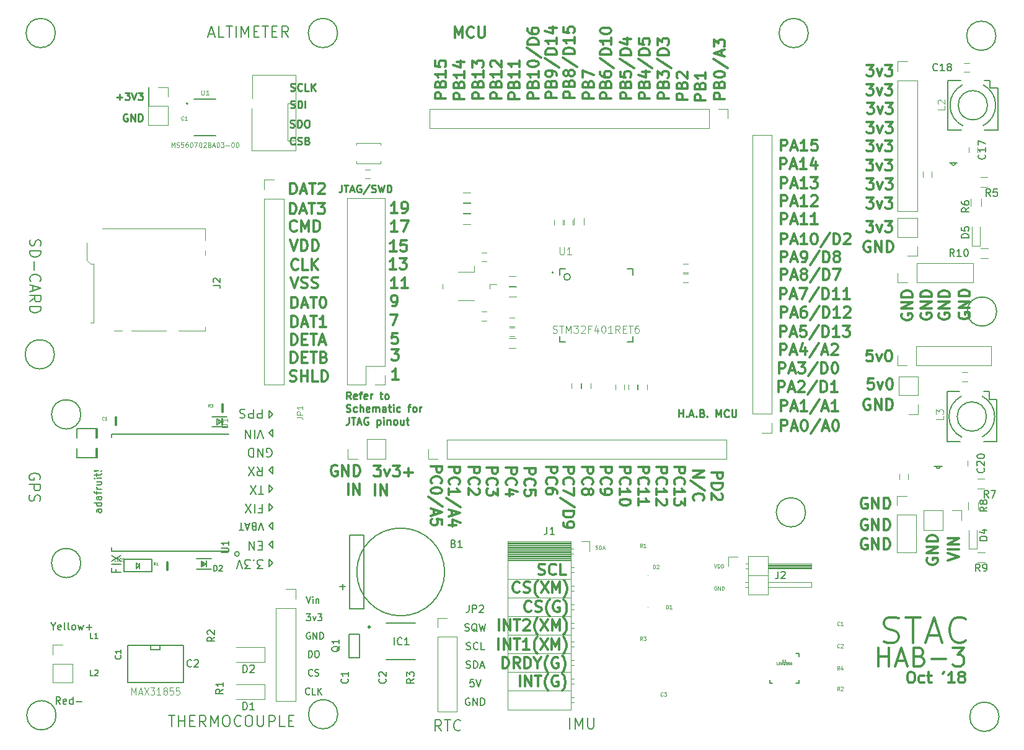
<source format=gbr>
G04 #@! TF.GenerationSoftware,KiCad,Pcbnew,5.0.1-33cea8e~68~ubuntu16.04.1*
G04 #@! TF.CreationDate,2018-10-22T20:49:09-07:00*
G04 #@! TF.ProjectId,STM32,53544D33322E6B696361645F70636200,rev?*
G04 #@! TF.SameCoordinates,Original*
G04 #@! TF.FileFunction,Legend,Top*
G04 #@! TF.FilePolarity,Positive*
%FSLAX46Y46*%
G04 Gerber Fmt 4.6, Leading zero omitted, Abs format (unit mm)*
G04 Created by KiCad (PCBNEW 5.0.1-33cea8e~68~ubuntu16.04.1) date Mon 22 Oct 2018 08:49:09 PM PDT*
%MOMM*%
%LPD*%
G01*
G04 APERTURE LIST*
%ADD10C,0.300000*%
%ADD11C,0.150000*%
%ADD12C,0.250000*%
%ADD13C,0.375000*%
%ADD14C,0.125000*%
%ADD15C,0.200000*%
%ADD16C,0.190500*%
%ADD17C,0.160020*%
%ADD18C,0.152400*%
%ADD19C,0.203200*%
%ADD20C,0.120000*%
%ADD21C,0.127000*%
%ADD22C,0.100000*%
%ADD23C,0.304800*%
%ADD24C,0.050000*%
%ADD25C,0.144780*%
%ADD26C,0.057912*%
%ADD27C,0.115824*%
%ADD28C,0.138988*%
G04 APERTURE END LIST*
D10*
X193928571Y-123928571D02*
X194214285Y-123928571D01*
X194357142Y-124000000D01*
X194500000Y-124142857D01*
X194571428Y-124428571D01*
X194571428Y-124928571D01*
X194500000Y-125214285D01*
X194357142Y-125357142D01*
X194214285Y-125428571D01*
X193928571Y-125428571D01*
X193785714Y-125357142D01*
X193642857Y-125214285D01*
X193571428Y-124928571D01*
X193571428Y-124428571D01*
X193642857Y-124142857D01*
X193785714Y-124000000D01*
X193928571Y-123928571D01*
X195857142Y-125357142D02*
X195714285Y-125428571D01*
X195428571Y-125428571D01*
X195285714Y-125357142D01*
X195214285Y-125285714D01*
X195142857Y-125142857D01*
X195142857Y-124714285D01*
X195214285Y-124571428D01*
X195285714Y-124500000D01*
X195428571Y-124428571D01*
X195714285Y-124428571D01*
X195857142Y-124500000D01*
X196285714Y-124428571D02*
X196857142Y-124428571D01*
X196500000Y-123928571D02*
X196500000Y-125214285D01*
X196571428Y-125357142D01*
X196714285Y-125428571D01*
X196857142Y-125428571D01*
X198571428Y-123928571D02*
X198428571Y-124214285D01*
X200000000Y-125428571D02*
X199142857Y-125428571D01*
X199571428Y-125428571D02*
X199571428Y-123928571D01*
X199428571Y-124142857D01*
X199285714Y-124285714D01*
X199142857Y-124357142D01*
X200857142Y-124571428D02*
X200714285Y-124500000D01*
X200642857Y-124428571D01*
X200571428Y-124285714D01*
X200571428Y-124214285D01*
X200642857Y-124071428D01*
X200714285Y-124000000D01*
X200857142Y-123928571D01*
X201142857Y-123928571D01*
X201285714Y-124000000D01*
X201357142Y-124071428D01*
X201428571Y-124214285D01*
X201428571Y-124285714D01*
X201357142Y-124428571D01*
X201285714Y-124500000D01*
X201142857Y-124571428D01*
X200857142Y-124571428D01*
X200714285Y-124642857D01*
X200642857Y-124714285D01*
X200571428Y-124857142D01*
X200571428Y-125142857D01*
X200642857Y-125285714D01*
X200714285Y-125357142D01*
X200857142Y-125428571D01*
X201142857Y-125428571D01*
X201285714Y-125357142D01*
X201357142Y-125285714D01*
X201428571Y-125142857D01*
X201428571Y-124857142D01*
X201357142Y-124714285D01*
X201285714Y-124642857D01*
X201142857Y-124571428D01*
D11*
X98171428Y-36725000D02*
X98885714Y-36725000D01*
X98028571Y-37153571D02*
X98528571Y-35653571D01*
X99028571Y-37153571D01*
X100242857Y-37153571D02*
X99528571Y-37153571D01*
X99528571Y-35653571D01*
X100528571Y-35653571D02*
X101385714Y-35653571D01*
X100957142Y-37153571D02*
X100957142Y-35653571D01*
X101885714Y-37153571D02*
X101885714Y-35653571D01*
X102600000Y-37153571D02*
X102600000Y-35653571D01*
X103100000Y-36725000D01*
X103600000Y-35653571D01*
X103600000Y-37153571D01*
X104314285Y-36367857D02*
X104814285Y-36367857D01*
X105028571Y-37153571D02*
X104314285Y-37153571D01*
X104314285Y-35653571D01*
X105028571Y-35653571D01*
X105457142Y-35653571D02*
X106314285Y-35653571D01*
X105885714Y-37153571D02*
X105885714Y-35653571D01*
X106814285Y-36367857D02*
X107314285Y-36367857D01*
X107528571Y-37153571D02*
X106814285Y-37153571D01*
X106814285Y-35653571D01*
X107528571Y-35653571D01*
X109028571Y-37153571D02*
X108528571Y-36439285D01*
X108171428Y-37153571D02*
X108171428Y-35653571D01*
X108742857Y-35653571D01*
X108885714Y-35725000D01*
X108957142Y-35796428D01*
X109028571Y-35939285D01*
X109028571Y-36153571D01*
X108957142Y-36296428D01*
X108885714Y-36367857D01*
X108742857Y-36439285D01*
X108171428Y-36439285D01*
X73767857Y-64850000D02*
X73696428Y-65064285D01*
X73696428Y-65421428D01*
X73767857Y-65564285D01*
X73839285Y-65635714D01*
X73982142Y-65707142D01*
X74125000Y-65707142D01*
X74267857Y-65635714D01*
X74339285Y-65564285D01*
X74410714Y-65421428D01*
X74482142Y-65135714D01*
X74553571Y-64992857D01*
X74625000Y-64921428D01*
X74767857Y-64850000D01*
X74910714Y-64850000D01*
X75053571Y-64921428D01*
X75125000Y-64992857D01*
X75196428Y-65135714D01*
X75196428Y-65492857D01*
X75125000Y-65707142D01*
X73696428Y-66350000D02*
X75196428Y-66350000D01*
X75196428Y-66707142D01*
X75125000Y-66921428D01*
X74982142Y-67064285D01*
X74839285Y-67135714D01*
X74553571Y-67207142D01*
X74339285Y-67207142D01*
X74053571Y-67135714D01*
X73910714Y-67064285D01*
X73767857Y-66921428D01*
X73696428Y-66707142D01*
X73696428Y-66350000D01*
X74267857Y-67850000D02*
X74267857Y-68992857D01*
X73839285Y-70564285D02*
X73767857Y-70492857D01*
X73696428Y-70278571D01*
X73696428Y-70135714D01*
X73767857Y-69921428D01*
X73910714Y-69778571D01*
X74053571Y-69707142D01*
X74339285Y-69635714D01*
X74553571Y-69635714D01*
X74839285Y-69707142D01*
X74982142Y-69778571D01*
X75125000Y-69921428D01*
X75196428Y-70135714D01*
X75196428Y-70278571D01*
X75125000Y-70492857D01*
X75053571Y-70564285D01*
X74125000Y-71135714D02*
X74125000Y-71850000D01*
X73696428Y-70992857D02*
X75196428Y-71492857D01*
X73696428Y-71992857D01*
X73696428Y-73350000D02*
X74410714Y-72850000D01*
X73696428Y-72492857D02*
X75196428Y-72492857D01*
X75196428Y-73064285D01*
X75125000Y-73207142D01*
X75053571Y-73278571D01*
X74910714Y-73350000D01*
X74696428Y-73350000D01*
X74553571Y-73278571D01*
X74482142Y-73207142D01*
X74410714Y-73064285D01*
X74410714Y-72492857D01*
X73696428Y-73992857D02*
X75196428Y-73992857D01*
X75196428Y-74350000D01*
X75125000Y-74564285D01*
X74982142Y-74707142D01*
X74839285Y-74778571D01*
X74553571Y-74850000D01*
X74339285Y-74850000D01*
X74053571Y-74778571D01*
X73910714Y-74707142D01*
X73767857Y-74564285D01*
X73696428Y-74350000D01*
X73696428Y-73992857D01*
X75050000Y-97603571D02*
X75121428Y-97460714D01*
X75121428Y-97246428D01*
X75050000Y-97032142D01*
X74907142Y-96889285D01*
X74764285Y-96817857D01*
X74478571Y-96746428D01*
X74264285Y-96746428D01*
X73978571Y-96817857D01*
X73835714Y-96889285D01*
X73692857Y-97032142D01*
X73621428Y-97246428D01*
X73621428Y-97389285D01*
X73692857Y-97603571D01*
X73764285Y-97675000D01*
X74264285Y-97675000D01*
X74264285Y-97389285D01*
X73621428Y-98317857D02*
X75121428Y-98317857D01*
X75121428Y-98889285D01*
X75050000Y-99032142D01*
X74978571Y-99103571D01*
X74835714Y-99175000D01*
X74621428Y-99175000D01*
X74478571Y-99103571D01*
X74407142Y-99032142D01*
X74335714Y-98889285D01*
X74335714Y-98317857D01*
X73692857Y-99746428D02*
X73621428Y-99960714D01*
X73621428Y-100317857D01*
X73692857Y-100460714D01*
X73764285Y-100532142D01*
X73907142Y-100603571D01*
X74050000Y-100603571D01*
X74192857Y-100532142D01*
X74264285Y-100460714D01*
X74335714Y-100317857D01*
X74407142Y-100032142D01*
X74478571Y-99889285D01*
X74550000Y-99817857D01*
X74692857Y-99746428D01*
X74835714Y-99746428D01*
X74978571Y-99817857D01*
X75050000Y-99889285D01*
X75121428Y-100032142D01*
X75121428Y-100389285D01*
X75050000Y-100603571D01*
X92632142Y-129903571D02*
X93489285Y-129903571D01*
X93060714Y-131403571D02*
X93060714Y-129903571D01*
X93989285Y-131403571D02*
X93989285Y-129903571D01*
X93989285Y-130617857D02*
X94846428Y-130617857D01*
X94846428Y-131403571D02*
X94846428Y-129903571D01*
X95560714Y-130617857D02*
X96060714Y-130617857D01*
X96275000Y-131403571D02*
X95560714Y-131403571D01*
X95560714Y-129903571D01*
X96275000Y-129903571D01*
X97775000Y-131403571D02*
X97275000Y-130689285D01*
X96917857Y-131403571D02*
X96917857Y-129903571D01*
X97489285Y-129903571D01*
X97632142Y-129975000D01*
X97703571Y-130046428D01*
X97775000Y-130189285D01*
X97775000Y-130403571D01*
X97703571Y-130546428D01*
X97632142Y-130617857D01*
X97489285Y-130689285D01*
X96917857Y-130689285D01*
X98417857Y-131403571D02*
X98417857Y-129903571D01*
X98917857Y-130975000D01*
X99417857Y-129903571D01*
X99417857Y-131403571D01*
X100417857Y-129903571D02*
X100703571Y-129903571D01*
X100846428Y-129975000D01*
X100989285Y-130117857D01*
X101060714Y-130403571D01*
X101060714Y-130903571D01*
X100989285Y-131189285D01*
X100846428Y-131332142D01*
X100703571Y-131403571D01*
X100417857Y-131403571D01*
X100275000Y-131332142D01*
X100132142Y-131189285D01*
X100060714Y-130903571D01*
X100060714Y-130403571D01*
X100132142Y-130117857D01*
X100275000Y-129975000D01*
X100417857Y-129903571D01*
X102560714Y-131260714D02*
X102489285Y-131332142D01*
X102275000Y-131403571D01*
X102132142Y-131403571D01*
X101917857Y-131332142D01*
X101775000Y-131189285D01*
X101703571Y-131046428D01*
X101632142Y-130760714D01*
X101632142Y-130546428D01*
X101703571Y-130260714D01*
X101775000Y-130117857D01*
X101917857Y-129975000D01*
X102132142Y-129903571D01*
X102275000Y-129903571D01*
X102489285Y-129975000D01*
X102560714Y-130046428D01*
X103489285Y-129903571D02*
X103775000Y-129903571D01*
X103917857Y-129975000D01*
X104060714Y-130117857D01*
X104132142Y-130403571D01*
X104132142Y-130903571D01*
X104060714Y-131189285D01*
X103917857Y-131332142D01*
X103775000Y-131403571D01*
X103489285Y-131403571D01*
X103346428Y-131332142D01*
X103203571Y-131189285D01*
X103132142Y-130903571D01*
X103132142Y-130403571D01*
X103203571Y-130117857D01*
X103346428Y-129975000D01*
X103489285Y-129903571D01*
X104775000Y-129903571D02*
X104775000Y-131117857D01*
X104846428Y-131260714D01*
X104917857Y-131332142D01*
X105060714Y-131403571D01*
X105346428Y-131403571D01*
X105489285Y-131332142D01*
X105560714Y-131260714D01*
X105632142Y-131117857D01*
X105632142Y-129903571D01*
X106346428Y-131403571D02*
X106346428Y-129903571D01*
X106917857Y-129903571D01*
X107060714Y-129975000D01*
X107132142Y-130046428D01*
X107203571Y-130189285D01*
X107203571Y-130403571D01*
X107132142Y-130546428D01*
X107060714Y-130617857D01*
X106917857Y-130689285D01*
X106346428Y-130689285D01*
X108560714Y-131403571D02*
X107846428Y-131403571D01*
X107846428Y-129903571D01*
X109060714Y-130617857D02*
X109560714Y-130617857D01*
X109775000Y-131403571D02*
X109060714Y-131403571D01*
X109060714Y-129903571D01*
X109775000Y-129903571D01*
X147482142Y-131728571D02*
X147482142Y-130228571D01*
X148196428Y-131728571D02*
X148196428Y-130228571D01*
X148696428Y-131300000D01*
X149196428Y-130228571D01*
X149196428Y-131728571D01*
X149910714Y-130228571D02*
X149910714Y-131442857D01*
X149982142Y-131585714D01*
X150053571Y-131657142D01*
X150196428Y-131728571D01*
X150482142Y-131728571D01*
X150625000Y-131657142D01*
X150696428Y-131585714D01*
X150767857Y-131442857D01*
X150767857Y-130228571D01*
D10*
X189651190Y-123155952D02*
X189651190Y-120655952D01*
X189651190Y-121846428D02*
X191079761Y-121846428D01*
X191079761Y-123155952D02*
X191079761Y-120655952D01*
X192151190Y-122441666D02*
X193341666Y-122441666D01*
X191913095Y-123155952D02*
X192746428Y-120655952D01*
X193579761Y-123155952D01*
X195246428Y-121846428D02*
X195603571Y-121965476D01*
X195722619Y-122084523D01*
X195841666Y-122322619D01*
X195841666Y-122679761D01*
X195722619Y-122917857D01*
X195603571Y-123036904D01*
X195365476Y-123155952D01*
X194413095Y-123155952D01*
X194413095Y-120655952D01*
X195246428Y-120655952D01*
X195484523Y-120775000D01*
X195603571Y-120894047D01*
X195722619Y-121132142D01*
X195722619Y-121370238D01*
X195603571Y-121608333D01*
X195484523Y-121727380D01*
X195246428Y-121846428D01*
X194413095Y-121846428D01*
X196913095Y-122203571D02*
X198817857Y-122203571D01*
X199770238Y-120655952D02*
X201317857Y-120655952D01*
X200484523Y-121608333D01*
X200841666Y-121608333D01*
X201079761Y-121727380D01*
X201198809Y-121846428D01*
X201317857Y-122084523D01*
X201317857Y-122679761D01*
X201198809Y-122917857D01*
X201079761Y-123036904D01*
X200841666Y-123155952D01*
X200127380Y-123155952D01*
X199889285Y-123036904D01*
X199770238Y-122917857D01*
X131764285Y-37253571D02*
X131764285Y-35753571D01*
X132264285Y-36825000D01*
X132764285Y-35753571D01*
X132764285Y-37253571D01*
X134335714Y-37110714D02*
X134264285Y-37182142D01*
X134050000Y-37253571D01*
X133907142Y-37253571D01*
X133692857Y-37182142D01*
X133550000Y-37039285D01*
X133478571Y-36896428D01*
X133407142Y-36610714D01*
X133407142Y-36396428D01*
X133478571Y-36110714D01*
X133550000Y-35967857D01*
X133692857Y-35825000D01*
X133907142Y-35753571D01*
X134050000Y-35753571D01*
X134264285Y-35825000D01*
X134335714Y-35896428D01*
X134978571Y-35753571D02*
X134978571Y-36967857D01*
X135050000Y-37110714D01*
X135121428Y-37182142D01*
X135264285Y-37253571D01*
X135550000Y-37253571D01*
X135692857Y-37182142D01*
X135764285Y-37110714D01*
X135835714Y-36967857D01*
X135835714Y-35753571D01*
X188014285Y-40978571D02*
X188942857Y-40978571D01*
X188442857Y-41550000D01*
X188657142Y-41550000D01*
X188800000Y-41621428D01*
X188871428Y-41692857D01*
X188942857Y-41835714D01*
X188942857Y-42192857D01*
X188871428Y-42335714D01*
X188800000Y-42407142D01*
X188657142Y-42478571D01*
X188228571Y-42478571D01*
X188085714Y-42407142D01*
X188014285Y-42335714D01*
X189442857Y-41478571D02*
X189800000Y-42478571D01*
X190157142Y-41478571D01*
X190585714Y-40978571D02*
X191514285Y-40978571D01*
X191014285Y-41550000D01*
X191228571Y-41550000D01*
X191371428Y-41621428D01*
X191442857Y-41692857D01*
X191514285Y-41835714D01*
X191514285Y-42192857D01*
X191442857Y-42335714D01*
X191371428Y-42407142D01*
X191228571Y-42478571D01*
X190800000Y-42478571D01*
X190657142Y-42407142D01*
X190585714Y-42335714D01*
X188064285Y-46178571D02*
X188992857Y-46178571D01*
X188492857Y-46750000D01*
X188707142Y-46750000D01*
X188850000Y-46821428D01*
X188921428Y-46892857D01*
X188992857Y-47035714D01*
X188992857Y-47392857D01*
X188921428Y-47535714D01*
X188850000Y-47607142D01*
X188707142Y-47678571D01*
X188278571Y-47678571D01*
X188135714Y-47607142D01*
X188064285Y-47535714D01*
X189492857Y-46678571D02*
X189850000Y-47678571D01*
X190207142Y-46678571D01*
X190635714Y-46178571D02*
X191564285Y-46178571D01*
X191064285Y-46750000D01*
X191278571Y-46750000D01*
X191421428Y-46821428D01*
X191492857Y-46892857D01*
X191564285Y-47035714D01*
X191564285Y-47392857D01*
X191492857Y-47535714D01*
X191421428Y-47607142D01*
X191278571Y-47678571D01*
X190850000Y-47678571D01*
X190707142Y-47607142D01*
X190635714Y-47535714D01*
X187989285Y-43603571D02*
X188917857Y-43603571D01*
X188417857Y-44175000D01*
X188632142Y-44175000D01*
X188775000Y-44246428D01*
X188846428Y-44317857D01*
X188917857Y-44460714D01*
X188917857Y-44817857D01*
X188846428Y-44960714D01*
X188775000Y-45032142D01*
X188632142Y-45103571D01*
X188203571Y-45103571D01*
X188060714Y-45032142D01*
X187989285Y-44960714D01*
X189417857Y-44103571D02*
X189775000Y-45103571D01*
X190132142Y-44103571D01*
X190560714Y-43603571D02*
X191489285Y-43603571D01*
X190989285Y-44175000D01*
X191203571Y-44175000D01*
X191346428Y-44246428D01*
X191417857Y-44317857D01*
X191489285Y-44460714D01*
X191489285Y-44817857D01*
X191417857Y-44960714D01*
X191346428Y-45032142D01*
X191203571Y-45103571D01*
X190775000Y-45103571D01*
X190632142Y-45032142D01*
X190560714Y-44960714D01*
X188039285Y-48803571D02*
X188967857Y-48803571D01*
X188467857Y-49375000D01*
X188682142Y-49375000D01*
X188825000Y-49446428D01*
X188896428Y-49517857D01*
X188967857Y-49660714D01*
X188967857Y-50017857D01*
X188896428Y-50160714D01*
X188825000Y-50232142D01*
X188682142Y-50303571D01*
X188253571Y-50303571D01*
X188110714Y-50232142D01*
X188039285Y-50160714D01*
X189467857Y-49303571D02*
X189825000Y-50303571D01*
X190182142Y-49303571D01*
X190610714Y-48803571D02*
X191539285Y-48803571D01*
X191039285Y-49375000D01*
X191253571Y-49375000D01*
X191396428Y-49446428D01*
X191467857Y-49517857D01*
X191539285Y-49660714D01*
X191539285Y-50017857D01*
X191467857Y-50160714D01*
X191396428Y-50232142D01*
X191253571Y-50303571D01*
X190825000Y-50303571D01*
X190682142Y-50232142D01*
X190610714Y-50160714D01*
X187989285Y-51278571D02*
X188917857Y-51278571D01*
X188417857Y-51850000D01*
X188632142Y-51850000D01*
X188775000Y-51921428D01*
X188846428Y-51992857D01*
X188917857Y-52135714D01*
X188917857Y-52492857D01*
X188846428Y-52635714D01*
X188775000Y-52707142D01*
X188632142Y-52778571D01*
X188203571Y-52778571D01*
X188060714Y-52707142D01*
X187989285Y-52635714D01*
X189417857Y-51778571D02*
X189775000Y-52778571D01*
X190132142Y-51778571D01*
X190560714Y-51278571D02*
X191489285Y-51278571D01*
X190989285Y-51850000D01*
X191203571Y-51850000D01*
X191346428Y-51921428D01*
X191417857Y-51992857D01*
X191489285Y-52135714D01*
X191489285Y-52492857D01*
X191417857Y-52635714D01*
X191346428Y-52707142D01*
X191203571Y-52778571D01*
X190775000Y-52778571D01*
X190632142Y-52707142D01*
X190560714Y-52635714D01*
X187964285Y-53903571D02*
X188892857Y-53903571D01*
X188392857Y-54475000D01*
X188607142Y-54475000D01*
X188750000Y-54546428D01*
X188821428Y-54617857D01*
X188892857Y-54760714D01*
X188892857Y-55117857D01*
X188821428Y-55260714D01*
X188750000Y-55332142D01*
X188607142Y-55403571D01*
X188178571Y-55403571D01*
X188035714Y-55332142D01*
X187964285Y-55260714D01*
X189392857Y-54403571D02*
X189750000Y-55403571D01*
X190107142Y-54403571D01*
X190535714Y-53903571D02*
X191464285Y-53903571D01*
X190964285Y-54475000D01*
X191178571Y-54475000D01*
X191321428Y-54546428D01*
X191392857Y-54617857D01*
X191464285Y-54760714D01*
X191464285Y-55117857D01*
X191392857Y-55260714D01*
X191321428Y-55332142D01*
X191178571Y-55403571D01*
X190750000Y-55403571D01*
X190607142Y-55332142D01*
X190535714Y-55260714D01*
X188039285Y-56478571D02*
X188967857Y-56478571D01*
X188467857Y-57050000D01*
X188682142Y-57050000D01*
X188825000Y-57121428D01*
X188896428Y-57192857D01*
X188967857Y-57335714D01*
X188967857Y-57692857D01*
X188896428Y-57835714D01*
X188825000Y-57907142D01*
X188682142Y-57978571D01*
X188253571Y-57978571D01*
X188110714Y-57907142D01*
X188039285Y-57835714D01*
X189467857Y-56978571D02*
X189825000Y-57978571D01*
X190182142Y-56978571D01*
X190610714Y-56478571D02*
X191539285Y-56478571D01*
X191039285Y-57050000D01*
X191253571Y-57050000D01*
X191396428Y-57121428D01*
X191467857Y-57192857D01*
X191539285Y-57335714D01*
X191539285Y-57692857D01*
X191467857Y-57835714D01*
X191396428Y-57907142D01*
X191253571Y-57978571D01*
X190825000Y-57978571D01*
X190682142Y-57907142D01*
X190610714Y-57835714D01*
X188798028Y-79980051D02*
X188083742Y-79980051D01*
X188012314Y-80694337D01*
X188083742Y-80622908D01*
X188226600Y-80551480D01*
X188583742Y-80551480D01*
X188726600Y-80622908D01*
X188798028Y-80694337D01*
X188869457Y-80837194D01*
X188869457Y-81194337D01*
X188798028Y-81337194D01*
X188726600Y-81408622D01*
X188583742Y-81480051D01*
X188226600Y-81480051D01*
X188083742Y-81408622D01*
X188012314Y-81337194D01*
X189369457Y-80480051D02*
X189726600Y-81480051D01*
X190083742Y-80480051D01*
X190940885Y-79980051D02*
X191083742Y-79980051D01*
X191226600Y-80051480D01*
X191298028Y-80122908D01*
X191369457Y-80265765D01*
X191440885Y-80551480D01*
X191440885Y-80908622D01*
X191369457Y-81194337D01*
X191298028Y-81337194D01*
X191226600Y-81408622D01*
X191083742Y-81480051D01*
X190940885Y-81480051D01*
X190798028Y-81408622D01*
X190726600Y-81337194D01*
X190655171Y-81194337D01*
X190583742Y-80908622D01*
X190583742Y-80551480D01*
X190655171Y-80265765D01*
X190726600Y-80122908D01*
X190798028Y-80051480D01*
X190940885Y-79980051D01*
X188937728Y-83810371D02*
X188223442Y-83810371D01*
X188152014Y-84524657D01*
X188223442Y-84453228D01*
X188366300Y-84381800D01*
X188723442Y-84381800D01*
X188866300Y-84453228D01*
X188937728Y-84524657D01*
X189009157Y-84667514D01*
X189009157Y-85024657D01*
X188937728Y-85167514D01*
X188866300Y-85238942D01*
X188723442Y-85310371D01*
X188366300Y-85310371D01*
X188223442Y-85238942D01*
X188152014Y-85167514D01*
X189509157Y-84310371D02*
X189866300Y-85310371D01*
X190223442Y-84310371D01*
X191080585Y-83810371D02*
X191223442Y-83810371D01*
X191366300Y-83881800D01*
X191437728Y-83953228D01*
X191509157Y-84096085D01*
X191580585Y-84381800D01*
X191580585Y-84738942D01*
X191509157Y-85024657D01*
X191437728Y-85167514D01*
X191366300Y-85238942D01*
X191223442Y-85310371D01*
X191080585Y-85310371D01*
X190937728Y-85238942D01*
X190866300Y-85167514D01*
X190794871Y-85024657D01*
X190723442Y-84738942D01*
X190723442Y-84381800D01*
X190794871Y-84096085D01*
X190866300Y-83953228D01*
X190937728Y-83881800D01*
X191080585Y-83810371D01*
X188446582Y-86668180D02*
X188303725Y-86596751D01*
X188089440Y-86596751D01*
X187875154Y-86668180D01*
X187732297Y-86811037D01*
X187660868Y-86953894D01*
X187589440Y-87239608D01*
X187589440Y-87453894D01*
X187660868Y-87739608D01*
X187732297Y-87882465D01*
X187875154Y-88025322D01*
X188089440Y-88096751D01*
X188232297Y-88096751D01*
X188446582Y-88025322D01*
X188518011Y-87953894D01*
X188518011Y-87453894D01*
X188232297Y-87453894D01*
X189160868Y-88096751D02*
X189160868Y-86596751D01*
X190018011Y-88096751D01*
X190018011Y-86596751D01*
X190732297Y-88096751D02*
X190732297Y-86596751D01*
X191089440Y-86596751D01*
X191303725Y-86668180D01*
X191446582Y-86811037D01*
X191518011Y-86953894D01*
X191589440Y-87239608D01*
X191589440Y-87453894D01*
X191518011Y-87739608D01*
X191446582Y-87882465D01*
X191303725Y-88025322D01*
X191089440Y-88096751D01*
X190732297Y-88096751D01*
X188082142Y-105775000D02*
X187939285Y-105703571D01*
X187725000Y-105703571D01*
X187510714Y-105775000D01*
X187367857Y-105917857D01*
X187296428Y-106060714D01*
X187225000Y-106346428D01*
X187225000Y-106560714D01*
X187296428Y-106846428D01*
X187367857Y-106989285D01*
X187510714Y-107132142D01*
X187725000Y-107203571D01*
X187867857Y-107203571D01*
X188082142Y-107132142D01*
X188153571Y-107060714D01*
X188153571Y-106560714D01*
X187867857Y-106560714D01*
X188796428Y-107203571D02*
X188796428Y-105703571D01*
X189653571Y-107203571D01*
X189653571Y-105703571D01*
X190367857Y-107203571D02*
X190367857Y-105703571D01*
X190725000Y-105703571D01*
X190939285Y-105775000D01*
X191082142Y-105917857D01*
X191153571Y-106060714D01*
X191225000Y-106346428D01*
X191225000Y-106560714D01*
X191153571Y-106846428D01*
X191082142Y-106989285D01*
X190939285Y-107132142D01*
X190725000Y-107203571D01*
X190367857Y-107203571D01*
X188078282Y-103112140D02*
X187935425Y-103040711D01*
X187721140Y-103040711D01*
X187506854Y-103112140D01*
X187363997Y-103254997D01*
X187292568Y-103397854D01*
X187221140Y-103683568D01*
X187221140Y-103897854D01*
X187292568Y-104183568D01*
X187363997Y-104326425D01*
X187506854Y-104469282D01*
X187721140Y-104540711D01*
X187863997Y-104540711D01*
X188078282Y-104469282D01*
X188149711Y-104397854D01*
X188149711Y-103897854D01*
X187863997Y-103897854D01*
X188792568Y-104540711D02*
X188792568Y-103040711D01*
X189649711Y-104540711D01*
X189649711Y-103040711D01*
X190363997Y-104540711D02*
X190363997Y-103040711D01*
X190721140Y-103040711D01*
X190935425Y-103112140D01*
X191078282Y-103254997D01*
X191149711Y-103397854D01*
X191221140Y-103683568D01*
X191221140Y-103897854D01*
X191149711Y-104183568D01*
X191078282Y-104326425D01*
X190935425Y-104469282D01*
X190721140Y-104540711D01*
X190363997Y-104540711D01*
X188482142Y-65100000D02*
X188339285Y-65028571D01*
X188125000Y-65028571D01*
X187910714Y-65100000D01*
X187767857Y-65242857D01*
X187696428Y-65385714D01*
X187625000Y-65671428D01*
X187625000Y-65885714D01*
X187696428Y-66171428D01*
X187767857Y-66314285D01*
X187910714Y-66457142D01*
X188125000Y-66528571D01*
X188267857Y-66528571D01*
X188482142Y-66457142D01*
X188553571Y-66385714D01*
X188553571Y-65885714D01*
X188267857Y-65885714D01*
X189196428Y-66528571D02*
X189196428Y-65028571D01*
X190053571Y-66528571D01*
X190053571Y-65028571D01*
X190767857Y-66528571D02*
X190767857Y-65028571D01*
X191125000Y-65028571D01*
X191339285Y-65100000D01*
X191482142Y-65242857D01*
X191553571Y-65385714D01*
X191625000Y-65671428D01*
X191625000Y-65885714D01*
X191553571Y-66171428D01*
X191482142Y-66314285D01*
X191339285Y-66457142D01*
X191125000Y-66528571D01*
X190767857Y-66528571D01*
X199110891Y-108707937D02*
X200610891Y-108207937D01*
X199110891Y-107707937D01*
X200610891Y-107207937D02*
X199110891Y-107207937D01*
X200610891Y-106493651D02*
X199110891Y-106493651D01*
X200610891Y-105636508D01*
X199110891Y-105636508D01*
X196309580Y-108408597D02*
X196238151Y-108551454D01*
X196238151Y-108765740D01*
X196309580Y-108980025D01*
X196452437Y-109122882D01*
X196595294Y-109194311D01*
X196881008Y-109265740D01*
X197095294Y-109265740D01*
X197381008Y-109194311D01*
X197523865Y-109122882D01*
X197666722Y-108980025D01*
X197738151Y-108765740D01*
X197738151Y-108622882D01*
X197666722Y-108408597D01*
X197595294Y-108337168D01*
X197095294Y-108337168D01*
X197095294Y-108622882D01*
X197738151Y-107694311D02*
X196238151Y-107694311D01*
X197738151Y-106837168D01*
X196238151Y-106837168D01*
X197738151Y-106122882D02*
X196238151Y-106122882D01*
X196238151Y-105765740D01*
X196309580Y-105551454D01*
X196452437Y-105408597D01*
X196595294Y-105337168D01*
X196881008Y-105265740D01*
X197095294Y-105265740D01*
X197381008Y-105337168D01*
X197523865Y-105408597D01*
X197666722Y-105551454D01*
X197738151Y-105765740D01*
X197738151Y-106122882D01*
X192852500Y-74979157D02*
X192781071Y-75122014D01*
X192781071Y-75336300D01*
X192852500Y-75550585D01*
X192995357Y-75693442D01*
X193138214Y-75764871D01*
X193423928Y-75836300D01*
X193638214Y-75836300D01*
X193923928Y-75764871D01*
X194066785Y-75693442D01*
X194209642Y-75550585D01*
X194281071Y-75336300D01*
X194281071Y-75193442D01*
X194209642Y-74979157D01*
X194138214Y-74907728D01*
X193638214Y-74907728D01*
X193638214Y-75193442D01*
X194281071Y-74264871D02*
X192781071Y-74264871D01*
X194281071Y-73407728D01*
X192781071Y-73407728D01*
X194281071Y-72693442D02*
X192781071Y-72693442D01*
X192781071Y-72336300D01*
X192852500Y-72122014D01*
X192995357Y-71979157D01*
X193138214Y-71907728D01*
X193423928Y-71836300D01*
X193638214Y-71836300D01*
X193923928Y-71907728D01*
X194066785Y-71979157D01*
X194209642Y-72122014D01*
X194281071Y-72336300D01*
X194281071Y-72693442D01*
X195461080Y-74925817D02*
X195389651Y-75068674D01*
X195389651Y-75282960D01*
X195461080Y-75497245D01*
X195603937Y-75640102D01*
X195746794Y-75711531D01*
X196032508Y-75782960D01*
X196246794Y-75782960D01*
X196532508Y-75711531D01*
X196675365Y-75640102D01*
X196818222Y-75497245D01*
X196889651Y-75282960D01*
X196889651Y-75140102D01*
X196818222Y-74925817D01*
X196746794Y-74854388D01*
X196246794Y-74854388D01*
X196246794Y-75140102D01*
X196889651Y-74211531D02*
X195389651Y-74211531D01*
X196889651Y-73354388D01*
X195389651Y-73354388D01*
X196889651Y-72640102D02*
X195389651Y-72640102D01*
X195389651Y-72282960D01*
X195461080Y-72068674D01*
X195603937Y-71925817D01*
X195746794Y-71854388D01*
X196032508Y-71782960D01*
X196246794Y-71782960D01*
X196532508Y-71854388D01*
X196675365Y-71925817D01*
X196818222Y-72068674D01*
X196889651Y-72282960D01*
X196889651Y-72640102D01*
X197929960Y-74925817D02*
X197858531Y-75068674D01*
X197858531Y-75282960D01*
X197929960Y-75497245D01*
X198072817Y-75640102D01*
X198215674Y-75711531D01*
X198501388Y-75782960D01*
X198715674Y-75782960D01*
X199001388Y-75711531D01*
X199144245Y-75640102D01*
X199287102Y-75497245D01*
X199358531Y-75282960D01*
X199358531Y-75140102D01*
X199287102Y-74925817D01*
X199215674Y-74854388D01*
X198715674Y-74854388D01*
X198715674Y-75140102D01*
X199358531Y-74211531D02*
X197858531Y-74211531D01*
X199358531Y-73354388D01*
X197858531Y-73354388D01*
X199358531Y-72640102D02*
X197858531Y-72640102D01*
X197858531Y-72282960D01*
X197929960Y-72068674D01*
X198072817Y-71925817D01*
X198215674Y-71854388D01*
X198501388Y-71782960D01*
X198715674Y-71782960D01*
X199001388Y-71854388D01*
X199144245Y-71925817D01*
X199287102Y-72068674D01*
X199358531Y-72282960D01*
X199358531Y-72640102D01*
X200663000Y-74854697D02*
X200591571Y-74997554D01*
X200591571Y-75211840D01*
X200663000Y-75426125D01*
X200805857Y-75568982D01*
X200948714Y-75640411D01*
X201234428Y-75711840D01*
X201448714Y-75711840D01*
X201734428Y-75640411D01*
X201877285Y-75568982D01*
X202020142Y-75426125D01*
X202091571Y-75211840D01*
X202091571Y-75068982D01*
X202020142Y-74854697D01*
X201948714Y-74783268D01*
X201448714Y-74783268D01*
X201448714Y-75068982D01*
X202091571Y-74140411D02*
X200591571Y-74140411D01*
X202091571Y-73283268D01*
X200591571Y-73283268D01*
X202091571Y-72568982D02*
X200591571Y-72568982D01*
X200591571Y-72211840D01*
X200663000Y-71997554D01*
X200805857Y-71854697D01*
X200948714Y-71783268D01*
X201234428Y-71711840D01*
X201448714Y-71711840D01*
X201734428Y-71783268D01*
X201877285Y-71854697D01*
X202020142Y-71997554D01*
X202091571Y-72211840D01*
X202091571Y-72568982D01*
X188082142Y-100200000D02*
X187939285Y-100128571D01*
X187725000Y-100128571D01*
X187510714Y-100200000D01*
X187367857Y-100342857D01*
X187296428Y-100485714D01*
X187225000Y-100771428D01*
X187225000Y-100985714D01*
X187296428Y-101271428D01*
X187367857Y-101414285D01*
X187510714Y-101557142D01*
X187725000Y-101628571D01*
X187867857Y-101628571D01*
X188082142Y-101557142D01*
X188153571Y-101485714D01*
X188153571Y-100985714D01*
X187867857Y-100985714D01*
X188796428Y-101628571D02*
X188796428Y-100128571D01*
X189653571Y-101628571D01*
X189653571Y-100128571D01*
X190367857Y-101628571D02*
X190367857Y-100128571D01*
X190725000Y-100128571D01*
X190939285Y-100200000D01*
X191082142Y-100342857D01*
X191153571Y-100485714D01*
X191225000Y-100771428D01*
X191225000Y-100985714D01*
X191153571Y-101271428D01*
X191082142Y-101414285D01*
X190939285Y-101557142D01*
X190725000Y-101628571D01*
X190367857Y-101628571D01*
X188014285Y-59103571D02*
X188942857Y-59103571D01*
X188442857Y-59675000D01*
X188657142Y-59675000D01*
X188800000Y-59746428D01*
X188871428Y-59817857D01*
X188942857Y-59960714D01*
X188942857Y-60317857D01*
X188871428Y-60460714D01*
X188800000Y-60532142D01*
X188657142Y-60603571D01*
X188228571Y-60603571D01*
X188085714Y-60532142D01*
X188014285Y-60460714D01*
X189442857Y-59603571D02*
X189800000Y-60603571D01*
X190157142Y-59603571D01*
X190585714Y-59103571D02*
X191514285Y-59103571D01*
X191014285Y-59675000D01*
X191228571Y-59675000D01*
X191371428Y-59746428D01*
X191442857Y-59817857D01*
X191514285Y-59960714D01*
X191514285Y-60317857D01*
X191442857Y-60460714D01*
X191371428Y-60532142D01*
X191228571Y-60603571D01*
X190800000Y-60603571D01*
X190657142Y-60532142D01*
X190585714Y-60460714D01*
X187964285Y-62303571D02*
X188892857Y-62303571D01*
X188392857Y-62875000D01*
X188607142Y-62875000D01*
X188750000Y-62946428D01*
X188821428Y-63017857D01*
X188892857Y-63160714D01*
X188892857Y-63517857D01*
X188821428Y-63660714D01*
X188750000Y-63732142D01*
X188607142Y-63803571D01*
X188178571Y-63803571D01*
X188035714Y-63732142D01*
X187964285Y-63660714D01*
X189392857Y-62803571D02*
X189750000Y-63803571D01*
X190107142Y-62803571D01*
X190535714Y-62303571D02*
X191464285Y-62303571D01*
X190964285Y-62875000D01*
X191178571Y-62875000D01*
X191321428Y-62946428D01*
X191392857Y-63017857D01*
X191464285Y-63160714D01*
X191464285Y-63517857D01*
X191392857Y-63660714D01*
X191321428Y-63732142D01*
X191178571Y-63803571D01*
X190750000Y-63803571D01*
X190607142Y-63732142D01*
X190535714Y-63660714D01*
D12*
X162366235Y-89088220D02*
X162366235Y-88088220D01*
X162366235Y-88564411D02*
X162937663Y-88564411D01*
X162937663Y-89088220D02*
X162937663Y-88088220D01*
X163413854Y-88992982D02*
X163461473Y-89040601D01*
X163413854Y-89088220D01*
X163366235Y-89040601D01*
X163413854Y-88992982D01*
X163413854Y-89088220D01*
X163842425Y-88802506D02*
X164318616Y-88802506D01*
X163747187Y-89088220D02*
X164080520Y-88088220D01*
X164413854Y-89088220D01*
X164747187Y-88992982D02*
X164794806Y-89040601D01*
X164747187Y-89088220D01*
X164699568Y-89040601D01*
X164747187Y-88992982D01*
X164747187Y-89088220D01*
X165556711Y-88564411D02*
X165699568Y-88612030D01*
X165747187Y-88659649D01*
X165794806Y-88754887D01*
X165794806Y-88897744D01*
X165747187Y-88992982D01*
X165699568Y-89040601D01*
X165604330Y-89088220D01*
X165223378Y-89088220D01*
X165223378Y-88088220D01*
X165556711Y-88088220D01*
X165651949Y-88135840D01*
X165699568Y-88183459D01*
X165747187Y-88278697D01*
X165747187Y-88373935D01*
X165699568Y-88469173D01*
X165651949Y-88516792D01*
X165556711Y-88564411D01*
X165223378Y-88564411D01*
X166223378Y-88992982D02*
X166270997Y-89040601D01*
X166223378Y-89088220D01*
X166175759Y-89040601D01*
X166223378Y-88992982D01*
X166223378Y-89088220D01*
X167461473Y-89088220D02*
X167461473Y-88088220D01*
X167794806Y-88802506D01*
X168128140Y-88088220D01*
X168128140Y-89088220D01*
X169175759Y-88992982D02*
X169128140Y-89040601D01*
X168985282Y-89088220D01*
X168890044Y-89088220D01*
X168747187Y-89040601D01*
X168651949Y-88945363D01*
X168604330Y-88850125D01*
X168556711Y-88659649D01*
X168556711Y-88516792D01*
X168604330Y-88326316D01*
X168651949Y-88231078D01*
X168747187Y-88135840D01*
X168890044Y-88088220D01*
X168985282Y-88088220D01*
X169128140Y-88135840D01*
X169175759Y-88183459D01*
X169604330Y-88088220D02*
X169604330Y-88897744D01*
X169651949Y-88992982D01*
X169699568Y-89040601D01*
X169794806Y-89088220D01*
X169985282Y-89088220D01*
X170080520Y-89040601D01*
X170128140Y-88992982D01*
X170175759Y-88897744D01*
X170175759Y-88088220D01*
D10*
X115685308Y-95739600D02*
X115542451Y-95668171D01*
X115328165Y-95668171D01*
X115113880Y-95739600D01*
X114971022Y-95882457D01*
X114899594Y-96025314D01*
X114828165Y-96311028D01*
X114828165Y-96525314D01*
X114899594Y-96811028D01*
X114971022Y-96953885D01*
X115113880Y-97096742D01*
X115328165Y-97168171D01*
X115471022Y-97168171D01*
X115685308Y-97096742D01*
X115756737Y-97025314D01*
X115756737Y-96525314D01*
X115471022Y-96525314D01*
X116399594Y-97168171D02*
X116399594Y-95668171D01*
X117256737Y-97168171D01*
X117256737Y-95668171D01*
X117971022Y-97168171D02*
X117971022Y-95668171D01*
X118328165Y-95668171D01*
X118542451Y-95739600D01*
X118685308Y-95882457D01*
X118756737Y-96025314D01*
X118828165Y-96311028D01*
X118828165Y-96525314D01*
X118756737Y-96811028D01*
X118685308Y-96953885D01*
X118542451Y-97096742D01*
X118328165Y-97168171D01*
X117971022Y-97168171D01*
X117185308Y-99718171D02*
X117185308Y-98218171D01*
X117899594Y-99718171D02*
X117899594Y-98218171D01*
X118756737Y-99718171D01*
X118756737Y-98218171D01*
X120729085Y-95729131D02*
X121657657Y-95729131D01*
X121157657Y-96300560D01*
X121371942Y-96300560D01*
X121514800Y-96371988D01*
X121586228Y-96443417D01*
X121657657Y-96586274D01*
X121657657Y-96943417D01*
X121586228Y-97086274D01*
X121514800Y-97157702D01*
X121371942Y-97229131D01*
X120943371Y-97229131D01*
X120800514Y-97157702D01*
X120729085Y-97086274D01*
X122157657Y-96229131D02*
X122514800Y-97229131D01*
X122871942Y-96229131D01*
X123300514Y-95729131D02*
X124229085Y-95729131D01*
X123729085Y-96300560D01*
X123943371Y-96300560D01*
X124086228Y-96371988D01*
X124157657Y-96443417D01*
X124229085Y-96586274D01*
X124229085Y-96943417D01*
X124157657Y-97086274D01*
X124086228Y-97157702D01*
X123943371Y-97229131D01*
X123514800Y-97229131D01*
X123371942Y-97157702D01*
X123300514Y-97086274D01*
X124871942Y-96657702D02*
X126014800Y-96657702D01*
X125443371Y-97229131D02*
X125443371Y-96086274D01*
X120871942Y-99779131D02*
X120871942Y-98279131D01*
X121586228Y-99779131D02*
X121586228Y-98279131D01*
X122443371Y-99779131D01*
X122443371Y-98279131D01*
D12*
X117563103Y-86642260D02*
X117229770Y-86166070D01*
X116991675Y-86642260D02*
X116991675Y-85642260D01*
X117372627Y-85642260D01*
X117467865Y-85689880D01*
X117515484Y-85737499D01*
X117563103Y-85832737D01*
X117563103Y-85975594D01*
X117515484Y-86070832D01*
X117467865Y-86118451D01*
X117372627Y-86166070D01*
X116991675Y-86166070D01*
X118372627Y-86594641D02*
X118277389Y-86642260D01*
X118086913Y-86642260D01*
X117991675Y-86594641D01*
X117944056Y-86499403D01*
X117944056Y-86118451D01*
X117991675Y-86023213D01*
X118086913Y-85975594D01*
X118277389Y-85975594D01*
X118372627Y-86023213D01*
X118420246Y-86118451D01*
X118420246Y-86213689D01*
X117944056Y-86308927D01*
X118705960Y-85975594D02*
X119086913Y-85975594D01*
X118848818Y-86642260D02*
X118848818Y-85785118D01*
X118896437Y-85689880D01*
X118991675Y-85642260D01*
X119086913Y-85642260D01*
X119801199Y-86594641D02*
X119705960Y-86642260D01*
X119515484Y-86642260D01*
X119420246Y-86594641D01*
X119372627Y-86499403D01*
X119372627Y-86118451D01*
X119420246Y-86023213D01*
X119515484Y-85975594D01*
X119705960Y-85975594D01*
X119801199Y-86023213D01*
X119848818Y-86118451D01*
X119848818Y-86213689D01*
X119372627Y-86308927D01*
X120277389Y-86642260D02*
X120277389Y-85975594D01*
X120277389Y-86166070D02*
X120325008Y-86070832D01*
X120372627Y-86023213D01*
X120467865Y-85975594D01*
X120563103Y-85975594D01*
X121515484Y-85975594D02*
X121896437Y-85975594D01*
X121658341Y-85642260D02*
X121658341Y-86499403D01*
X121705960Y-86594641D01*
X121801199Y-86642260D01*
X121896437Y-86642260D01*
X122372627Y-86642260D02*
X122277389Y-86594641D01*
X122229770Y-86547022D01*
X122182151Y-86451784D01*
X122182151Y-86166070D01*
X122229770Y-86070832D01*
X122277389Y-86023213D01*
X122372627Y-85975594D01*
X122515484Y-85975594D01*
X122610722Y-86023213D01*
X122658341Y-86070832D01*
X122705960Y-86166070D01*
X122705960Y-86451784D01*
X122658341Y-86547022D01*
X122610722Y-86594641D01*
X122515484Y-86642260D01*
X122372627Y-86642260D01*
X116944056Y-88344641D02*
X117086913Y-88392260D01*
X117325008Y-88392260D01*
X117420246Y-88344641D01*
X117467865Y-88297022D01*
X117515484Y-88201784D01*
X117515484Y-88106546D01*
X117467865Y-88011308D01*
X117420246Y-87963689D01*
X117325008Y-87916070D01*
X117134532Y-87868451D01*
X117039294Y-87820832D01*
X116991675Y-87773213D01*
X116944056Y-87677975D01*
X116944056Y-87582737D01*
X116991675Y-87487499D01*
X117039294Y-87439880D01*
X117134532Y-87392260D01*
X117372627Y-87392260D01*
X117515484Y-87439880D01*
X118372627Y-88344641D02*
X118277389Y-88392260D01*
X118086913Y-88392260D01*
X117991675Y-88344641D01*
X117944056Y-88297022D01*
X117896437Y-88201784D01*
X117896437Y-87916070D01*
X117944056Y-87820832D01*
X117991675Y-87773213D01*
X118086913Y-87725594D01*
X118277389Y-87725594D01*
X118372627Y-87773213D01*
X118801199Y-88392260D02*
X118801199Y-87392260D01*
X119229770Y-88392260D02*
X119229770Y-87868451D01*
X119182151Y-87773213D01*
X119086913Y-87725594D01*
X118944056Y-87725594D01*
X118848818Y-87773213D01*
X118801199Y-87820832D01*
X120086913Y-88344641D02*
X119991675Y-88392260D01*
X119801199Y-88392260D01*
X119705960Y-88344641D01*
X119658341Y-88249403D01*
X119658341Y-87868451D01*
X119705960Y-87773213D01*
X119801199Y-87725594D01*
X119991675Y-87725594D01*
X120086913Y-87773213D01*
X120134532Y-87868451D01*
X120134532Y-87963689D01*
X119658341Y-88058927D01*
X120563103Y-88392260D02*
X120563103Y-87725594D01*
X120563103Y-87820832D02*
X120610722Y-87773213D01*
X120705960Y-87725594D01*
X120848818Y-87725594D01*
X120944056Y-87773213D01*
X120991675Y-87868451D01*
X120991675Y-88392260D01*
X120991675Y-87868451D02*
X121039294Y-87773213D01*
X121134532Y-87725594D01*
X121277389Y-87725594D01*
X121372627Y-87773213D01*
X121420246Y-87868451D01*
X121420246Y-88392260D01*
X122325008Y-88392260D02*
X122325008Y-87868451D01*
X122277389Y-87773213D01*
X122182151Y-87725594D01*
X121991675Y-87725594D01*
X121896437Y-87773213D01*
X122325008Y-88344641D02*
X122229770Y-88392260D01*
X121991675Y-88392260D01*
X121896437Y-88344641D01*
X121848818Y-88249403D01*
X121848818Y-88154165D01*
X121896437Y-88058927D01*
X121991675Y-88011308D01*
X122229770Y-88011308D01*
X122325008Y-87963689D01*
X122658341Y-87725594D02*
X123039294Y-87725594D01*
X122801199Y-87392260D02*
X122801199Y-88249403D01*
X122848818Y-88344641D01*
X122944056Y-88392260D01*
X123039294Y-88392260D01*
X123372627Y-88392260D02*
X123372627Y-87725594D01*
X123372627Y-87392260D02*
X123325008Y-87439880D01*
X123372627Y-87487499D01*
X123420246Y-87439880D01*
X123372627Y-87392260D01*
X123372627Y-87487499D01*
X124277389Y-88344641D02*
X124182151Y-88392260D01*
X123991675Y-88392260D01*
X123896437Y-88344641D01*
X123848818Y-88297022D01*
X123801199Y-88201784D01*
X123801199Y-87916070D01*
X123848818Y-87820832D01*
X123896437Y-87773213D01*
X123991675Y-87725594D01*
X124182151Y-87725594D01*
X124277389Y-87773213D01*
X125325008Y-87725594D02*
X125705960Y-87725594D01*
X125467865Y-88392260D02*
X125467865Y-87535118D01*
X125515484Y-87439880D01*
X125610722Y-87392260D01*
X125705960Y-87392260D01*
X126182151Y-88392260D02*
X126086913Y-88344641D01*
X126039294Y-88297022D01*
X125991675Y-88201784D01*
X125991675Y-87916070D01*
X126039294Y-87820832D01*
X126086913Y-87773213D01*
X126182151Y-87725594D01*
X126325008Y-87725594D01*
X126420246Y-87773213D01*
X126467865Y-87820832D01*
X126515484Y-87916070D01*
X126515484Y-88201784D01*
X126467865Y-88297022D01*
X126420246Y-88344641D01*
X126325008Y-88392260D01*
X126182151Y-88392260D01*
X126944056Y-88392260D02*
X126944056Y-87725594D01*
X126944056Y-87916070D02*
X126991675Y-87820832D01*
X127039294Y-87773213D01*
X127134532Y-87725594D01*
X127229770Y-87725594D01*
X117277389Y-89142260D02*
X117277389Y-89856546D01*
X117229770Y-89999403D01*
X117134532Y-90094641D01*
X116991675Y-90142260D01*
X116896437Y-90142260D01*
X117610722Y-89142260D02*
X118182151Y-89142260D01*
X117896437Y-90142260D02*
X117896437Y-89142260D01*
X118467865Y-89856546D02*
X118944056Y-89856546D01*
X118372627Y-90142260D02*
X118705960Y-89142260D01*
X119039294Y-90142260D01*
X119896437Y-89189880D02*
X119801199Y-89142260D01*
X119658341Y-89142260D01*
X119515484Y-89189880D01*
X119420246Y-89285118D01*
X119372627Y-89380356D01*
X119325008Y-89570832D01*
X119325008Y-89713689D01*
X119372627Y-89904165D01*
X119420246Y-89999403D01*
X119515484Y-90094641D01*
X119658341Y-90142260D01*
X119753580Y-90142260D01*
X119896437Y-90094641D01*
X119944056Y-90047022D01*
X119944056Y-89713689D01*
X119753580Y-89713689D01*
X121134532Y-89475594D02*
X121134532Y-90475594D01*
X121134532Y-89523213D02*
X121229770Y-89475594D01*
X121420246Y-89475594D01*
X121515484Y-89523213D01*
X121563103Y-89570832D01*
X121610722Y-89666070D01*
X121610722Y-89951784D01*
X121563103Y-90047022D01*
X121515484Y-90094641D01*
X121420246Y-90142260D01*
X121229770Y-90142260D01*
X121134532Y-90094641D01*
X122039294Y-90142260D02*
X122039294Y-89475594D01*
X122039294Y-89142260D02*
X121991675Y-89189880D01*
X122039294Y-89237499D01*
X122086913Y-89189880D01*
X122039294Y-89142260D01*
X122039294Y-89237499D01*
X122515484Y-89475594D02*
X122515484Y-90142260D01*
X122515484Y-89570832D02*
X122563103Y-89523213D01*
X122658341Y-89475594D01*
X122801199Y-89475594D01*
X122896437Y-89523213D01*
X122944056Y-89618451D01*
X122944056Y-90142260D01*
X123563103Y-90142260D02*
X123467865Y-90094641D01*
X123420246Y-90047022D01*
X123372627Y-89951784D01*
X123372627Y-89666070D01*
X123420246Y-89570832D01*
X123467865Y-89523213D01*
X123563103Y-89475594D01*
X123705960Y-89475594D01*
X123801199Y-89523213D01*
X123848818Y-89570832D01*
X123896437Y-89666070D01*
X123896437Y-89951784D01*
X123848818Y-90047022D01*
X123801199Y-90094641D01*
X123705960Y-90142260D01*
X123563103Y-90142260D01*
X124753580Y-89475594D02*
X124753580Y-90142260D01*
X124325008Y-89475594D02*
X124325008Y-89999403D01*
X124372627Y-90094641D01*
X124467865Y-90142260D01*
X124610722Y-90142260D01*
X124705960Y-90094641D01*
X124753580Y-90047022D01*
X125086913Y-89475594D02*
X125467865Y-89475594D01*
X125229770Y-89142260D02*
X125229770Y-89999403D01*
X125277389Y-90094641D01*
X125372627Y-90142260D01*
X125467865Y-90142260D01*
D10*
X123905045Y-61227091D02*
X123047902Y-61227091D01*
X123476474Y-61227091D02*
X123476474Y-59727091D01*
X123333617Y-59941377D01*
X123190760Y-60084234D01*
X123047902Y-60155662D01*
X124619331Y-61227091D02*
X124905045Y-61227091D01*
X125047902Y-61155662D01*
X125119331Y-61084234D01*
X125262188Y-60869948D01*
X125333617Y-60584234D01*
X125333617Y-60012805D01*
X125262188Y-59869948D01*
X125190760Y-59798520D01*
X125047902Y-59727091D01*
X124762188Y-59727091D01*
X124619331Y-59798520D01*
X124547902Y-59869948D01*
X124476474Y-60012805D01*
X124476474Y-60369948D01*
X124547902Y-60512805D01*
X124619331Y-60584234D01*
X124762188Y-60655662D01*
X125047902Y-60655662D01*
X125190760Y-60584234D01*
X125262188Y-60512805D01*
X125333617Y-60369948D01*
X123905045Y-63751851D02*
X123047902Y-63751851D01*
X123476474Y-63751851D02*
X123476474Y-62251851D01*
X123333617Y-62466137D01*
X123190760Y-62608994D01*
X123047902Y-62680422D01*
X124405045Y-62251851D02*
X125405045Y-62251851D01*
X124762188Y-63751851D01*
X123793285Y-66439171D02*
X122936142Y-66439171D01*
X123364714Y-66439171D02*
X123364714Y-64939171D01*
X123221857Y-65153457D01*
X123079000Y-65296314D01*
X122936142Y-65367742D01*
X125150428Y-64939171D02*
X124436142Y-64939171D01*
X124364714Y-65653457D01*
X124436142Y-65582028D01*
X124579000Y-65510600D01*
X124936142Y-65510600D01*
X125079000Y-65582028D01*
X125150428Y-65653457D01*
X125221857Y-65796314D01*
X125221857Y-66153457D01*
X125150428Y-66296314D01*
X125079000Y-66367742D01*
X124936142Y-66439171D01*
X124579000Y-66439171D01*
X124436142Y-66367742D01*
X124364714Y-66296314D01*
X123732325Y-68902971D02*
X122875182Y-68902971D01*
X123303754Y-68902971D02*
X123303754Y-67402971D01*
X123160897Y-67617257D01*
X123018040Y-67760114D01*
X122875182Y-67831542D01*
X124232325Y-67402971D02*
X125160897Y-67402971D01*
X124660897Y-67974400D01*
X124875182Y-67974400D01*
X125018040Y-68045828D01*
X125089468Y-68117257D01*
X125160897Y-68260114D01*
X125160897Y-68617257D01*
X125089468Y-68760114D01*
X125018040Y-68831542D01*
X124875182Y-68902971D01*
X124446611Y-68902971D01*
X124303754Y-68831542D01*
X124232325Y-68760114D01*
X123905045Y-71483611D02*
X123047902Y-71483611D01*
X123476474Y-71483611D02*
X123476474Y-69983611D01*
X123333617Y-70197897D01*
X123190760Y-70340754D01*
X123047902Y-70412182D01*
X125333617Y-71483611D02*
X124476474Y-71483611D01*
X124905045Y-71483611D02*
X124905045Y-69983611D01*
X124762188Y-70197897D01*
X124619331Y-70340754D01*
X124476474Y-70412182D01*
X123219245Y-73947411D02*
X123504960Y-73947411D01*
X123647817Y-73875982D01*
X123719245Y-73804554D01*
X123862102Y-73590268D01*
X123933531Y-73304554D01*
X123933531Y-72733125D01*
X123862102Y-72590268D01*
X123790674Y-72518840D01*
X123647817Y-72447411D01*
X123362102Y-72447411D01*
X123219245Y-72518840D01*
X123147817Y-72590268D01*
X123076388Y-72733125D01*
X123076388Y-73090268D01*
X123147817Y-73233125D01*
X123219245Y-73304554D01*
X123362102Y-73375982D01*
X123647817Y-73375982D01*
X123790674Y-73304554D01*
X123862102Y-73233125D01*
X123933531Y-73090268D01*
X122949080Y-75078851D02*
X123949080Y-75078851D01*
X123306222Y-76578851D01*
X123917982Y-77598531D02*
X123203697Y-77598531D01*
X123132268Y-78312817D01*
X123203697Y-78241388D01*
X123346554Y-78169960D01*
X123703697Y-78169960D01*
X123846554Y-78241388D01*
X123917982Y-78312817D01*
X123989411Y-78455674D01*
X123989411Y-78812817D01*
X123917982Y-78955674D01*
X123846554Y-79027102D01*
X123703697Y-79098531D01*
X123346554Y-79098531D01*
X123203697Y-79027102D01*
X123132268Y-78955674D01*
X123116720Y-79833731D02*
X124045291Y-79833731D01*
X123545291Y-80405160D01*
X123759577Y-80405160D01*
X123902434Y-80476588D01*
X123973862Y-80548017D01*
X124045291Y-80690874D01*
X124045291Y-81048017D01*
X123973862Y-81190874D01*
X123902434Y-81262302D01*
X123759577Y-81333731D01*
X123331005Y-81333731D01*
X123188148Y-81262302D01*
X123116720Y-81190874D01*
X124106251Y-83970251D02*
X123249108Y-83970251D01*
X123677680Y-83970251D02*
X123677680Y-82470251D01*
X123534822Y-82684537D01*
X123391965Y-82827394D01*
X123249108Y-82898822D01*
D13*
X109270171Y-84164502D02*
X109484457Y-84235931D01*
X109841600Y-84235931D01*
X109984457Y-84164502D01*
X110055885Y-84093074D01*
X110127314Y-83950217D01*
X110127314Y-83807360D01*
X110055885Y-83664502D01*
X109984457Y-83593074D01*
X109841600Y-83521645D01*
X109555885Y-83450217D01*
X109413028Y-83378788D01*
X109341600Y-83307360D01*
X109270171Y-83164502D01*
X109270171Y-83021645D01*
X109341600Y-82878788D01*
X109413028Y-82807360D01*
X109555885Y-82735931D01*
X109913028Y-82735931D01*
X110127314Y-82807360D01*
X110770171Y-84235931D02*
X110770171Y-82735931D01*
X110770171Y-83450217D02*
X111627314Y-83450217D01*
X111627314Y-84235931D02*
X111627314Y-82735931D01*
X113055885Y-84235931D02*
X112341600Y-84235931D01*
X112341600Y-82735931D01*
X113555885Y-84235931D02*
X113555885Y-82735931D01*
X113913028Y-82735931D01*
X114127314Y-82807360D01*
X114270171Y-82950217D01*
X114341600Y-83093074D01*
X114413028Y-83378788D01*
X114413028Y-83593074D01*
X114341600Y-83878788D01*
X114270171Y-84021645D01*
X114127314Y-84164502D01*
X113913028Y-84235931D01*
X113555885Y-84235931D01*
X109392862Y-81685771D02*
X109392862Y-80185771D01*
X109750005Y-80185771D01*
X109964291Y-80257200D01*
X110107148Y-80400057D01*
X110178577Y-80542914D01*
X110250005Y-80828628D01*
X110250005Y-81042914D01*
X110178577Y-81328628D01*
X110107148Y-81471485D01*
X109964291Y-81614342D01*
X109750005Y-81685771D01*
X109392862Y-81685771D01*
X110892862Y-80900057D02*
X111392862Y-80900057D01*
X111607148Y-81685771D02*
X110892862Y-81685771D01*
X110892862Y-80185771D01*
X111607148Y-80185771D01*
X112035720Y-80185771D02*
X112892862Y-80185771D01*
X112464291Y-81685771D02*
X112464291Y-80185771D01*
X113892862Y-80900057D02*
X114107148Y-80971485D01*
X114178577Y-81042914D01*
X114250005Y-81185771D01*
X114250005Y-81400057D01*
X114178577Y-81542914D01*
X114107148Y-81614342D01*
X113964291Y-81685771D01*
X113392862Y-81685771D01*
X113392862Y-80185771D01*
X113892862Y-80185771D01*
X114035720Y-80257200D01*
X114107148Y-80328628D01*
X114178577Y-80471485D01*
X114178577Y-80614342D01*
X114107148Y-80757200D01*
X114035720Y-80828628D01*
X113892862Y-80900057D01*
X113392862Y-80900057D01*
X109393325Y-79242291D02*
X109393325Y-77742291D01*
X109750468Y-77742291D01*
X109964754Y-77813720D01*
X110107611Y-77956577D01*
X110179040Y-78099434D01*
X110250468Y-78385148D01*
X110250468Y-78599434D01*
X110179040Y-78885148D01*
X110107611Y-79028005D01*
X109964754Y-79170862D01*
X109750468Y-79242291D01*
X109393325Y-79242291D01*
X110893325Y-78456577D02*
X111393325Y-78456577D01*
X111607611Y-79242291D02*
X110893325Y-79242291D01*
X110893325Y-77742291D01*
X111607611Y-77742291D01*
X112036182Y-77742291D02*
X112893325Y-77742291D01*
X112464754Y-79242291D02*
X112464754Y-77742291D01*
X113321897Y-78813720D02*
X114036182Y-78813720D01*
X113179040Y-79242291D02*
X113679040Y-77742291D01*
X114179040Y-79242291D01*
X109464291Y-76798811D02*
X109464291Y-75298811D01*
X109821434Y-75298811D01*
X110035720Y-75370240D01*
X110178577Y-75513097D01*
X110250005Y-75655954D01*
X110321434Y-75941668D01*
X110321434Y-76155954D01*
X110250005Y-76441668D01*
X110178577Y-76584525D01*
X110035720Y-76727382D01*
X109821434Y-76798811D01*
X109464291Y-76798811D01*
X110892862Y-76370240D02*
X111607148Y-76370240D01*
X110750005Y-76798811D02*
X111250005Y-75298811D01*
X111750005Y-76798811D01*
X112035720Y-75298811D02*
X112892862Y-75298811D01*
X112464291Y-76798811D02*
X112464291Y-75298811D01*
X114178577Y-76798811D02*
X113321434Y-76798811D01*
X113750005Y-76798811D02*
X113750005Y-75298811D01*
X113607148Y-75513097D01*
X113464291Y-75655954D01*
X113321434Y-75727382D01*
X109464291Y-74192771D02*
X109464291Y-72692771D01*
X109821434Y-72692771D01*
X110035720Y-72764200D01*
X110178577Y-72907057D01*
X110250005Y-73049914D01*
X110321434Y-73335628D01*
X110321434Y-73549914D01*
X110250005Y-73835628D01*
X110178577Y-73978485D01*
X110035720Y-74121342D01*
X109821434Y-74192771D01*
X109464291Y-74192771D01*
X110892862Y-73764200D02*
X111607148Y-73764200D01*
X110750005Y-74192771D02*
X111250005Y-72692771D01*
X111750005Y-74192771D01*
X112035720Y-72692771D02*
X112892862Y-72692771D01*
X112464291Y-74192771D02*
X112464291Y-72692771D01*
X113678577Y-72692771D02*
X113821434Y-72692771D01*
X113964291Y-72764200D01*
X114035720Y-72835628D01*
X114107148Y-72978485D01*
X114178577Y-73264200D01*
X114178577Y-73621342D01*
X114107148Y-73907057D01*
X114035720Y-74049914D01*
X113964291Y-74121342D01*
X113821434Y-74192771D01*
X113678577Y-74192771D01*
X113535720Y-74121342D01*
X113464291Y-74049914D01*
X113392862Y-73907057D01*
X113321434Y-73621342D01*
X113321434Y-73264200D01*
X113392862Y-72978485D01*
X113464291Y-72835628D01*
X113535720Y-72764200D01*
X113678577Y-72692771D01*
X109369468Y-69980051D02*
X109869468Y-71480051D01*
X110369468Y-69980051D01*
X110798040Y-71408622D02*
X111012325Y-71480051D01*
X111369468Y-71480051D01*
X111512325Y-71408622D01*
X111583754Y-71337194D01*
X111655182Y-71194337D01*
X111655182Y-71051480D01*
X111583754Y-70908622D01*
X111512325Y-70837194D01*
X111369468Y-70765765D01*
X111083754Y-70694337D01*
X110940897Y-70622908D01*
X110869468Y-70551480D01*
X110798040Y-70408622D01*
X110798040Y-70265765D01*
X110869468Y-70122908D01*
X110940897Y-70051480D01*
X111083754Y-69980051D01*
X111440897Y-69980051D01*
X111655182Y-70051480D01*
X112226611Y-71408622D02*
X112440897Y-71480051D01*
X112798040Y-71480051D01*
X112940897Y-71408622D01*
X113012325Y-71337194D01*
X113083754Y-71194337D01*
X113083754Y-71051480D01*
X113012325Y-70908622D01*
X112940897Y-70837194D01*
X112798040Y-70765765D01*
X112512325Y-70694337D01*
X112369468Y-70622908D01*
X112298040Y-70551480D01*
X112226611Y-70408622D01*
X112226611Y-70265765D01*
X112298040Y-70122908D01*
X112369468Y-70051480D01*
X112512325Y-69980051D01*
X112869468Y-69980051D01*
X113083754Y-70051480D01*
X110354382Y-68837834D02*
X110282954Y-68909262D01*
X110068668Y-68980691D01*
X109925811Y-68980691D01*
X109711525Y-68909262D01*
X109568668Y-68766405D01*
X109497240Y-68623548D01*
X109425811Y-68337834D01*
X109425811Y-68123548D01*
X109497240Y-67837834D01*
X109568668Y-67694977D01*
X109711525Y-67552120D01*
X109925811Y-67480691D01*
X110068668Y-67480691D01*
X110282954Y-67552120D01*
X110354382Y-67623548D01*
X111711525Y-68980691D02*
X110997240Y-68980691D01*
X110997240Y-67480691D01*
X112211525Y-68980691D02*
X112211525Y-67480691D01*
X113068668Y-68980691D02*
X112425811Y-68123548D01*
X113068668Y-67480691D02*
X112211525Y-68337834D01*
X109298040Y-64879731D02*
X109798040Y-66379731D01*
X110298040Y-64879731D01*
X110798040Y-66379731D02*
X110798040Y-64879731D01*
X111155182Y-64879731D01*
X111369468Y-64951160D01*
X111512325Y-65094017D01*
X111583754Y-65236874D01*
X111655182Y-65522588D01*
X111655182Y-65736874D01*
X111583754Y-66022588D01*
X111512325Y-66165445D01*
X111369468Y-66308302D01*
X111155182Y-66379731D01*
X110798040Y-66379731D01*
X112298040Y-66379731D02*
X112298040Y-64879731D01*
X112655182Y-64879731D01*
X112869468Y-64951160D01*
X113012325Y-65094017D01*
X113083754Y-65236874D01*
X113155182Y-65522588D01*
X113155182Y-65736874D01*
X113083754Y-66022588D01*
X113012325Y-66165445D01*
X112869468Y-66308302D01*
X112655182Y-66379731D01*
X112298040Y-66379731D01*
X110155182Y-63574954D02*
X110083754Y-63646382D01*
X109869468Y-63717811D01*
X109726611Y-63717811D01*
X109512325Y-63646382D01*
X109369468Y-63503525D01*
X109298040Y-63360668D01*
X109226611Y-63074954D01*
X109226611Y-62860668D01*
X109298040Y-62574954D01*
X109369468Y-62432097D01*
X109512325Y-62289240D01*
X109726611Y-62217811D01*
X109869468Y-62217811D01*
X110083754Y-62289240D01*
X110155182Y-62360668D01*
X110798040Y-63717811D02*
X110798040Y-62217811D01*
X111298040Y-63289240D01*
X111798040Y-62217811D01*
X111798040Y-63717811D01*
X112512325Y-63717811D02*
X112512325Y-62217811D01*
X112869468Y-62217811D01*
X113083754Y-62289240D01*
X113226611Y-62432097D01*
X113298040Y-62574954D01*
X113369468Y-62860668D01*
X113369468Y-63074954D01*
X113298040Y-63360668D01*
X113226611Y-63503525D01*
X113083754Y-63646382D01*
X112869468Y-63717811D01*
X112512325Y-63717811D01*
X109250931Y-61330211D02*
X109250931Y-59830211D01*
X109608074Y-59830211D01*
X109822360Y-59901640D01*
X109965217Y-60044497D01*
X110036645Y-60187354D01*
X110108074Y-60473068D01*
X110108074Y-60687354D01*
X110036645Y-60973068D01*
X109965217Y-61115925D01*
X109822360Y-61258782D01*
X109608074Y-61330211D01*
X109250931Y-61330211D01*
X110679502Y-60901640D02*
X111393788Y-60901640D01*
X110536645Y-61330211D02*
X111036645Y-59830211D01*
X111536645Y-61330211D01*
X111822360Y-59830211D02*
X112679502Y-59830211D01*
X112250931Y-61330211D02*
X112250931Y-59830211D01*
X113036645Y-59830211D02*
X113965217Y-59830211D01*
X113465217Y-60401640D01*
X113679502Y-60401640D01*
X113822360Y-60473068D01*
X113893788Y-60544497D01*
X113965217Y-60687354D01*
X113965217Y-61044497D01*
X113893788Y-61187354D01*
X113822360Y-61258782D01*
X113679502Y-61330211D01*
X113250931Y-61330211D01*
X113108074Y-61258782D01*
X113036645Y-61187354D01*
X109301731Y-58617491D02*
X109301731Y-57117491D01*
X109658874Y-57117491D01*
X109873160Y-57188920D01*
X110016017Y-57331777D01*
X110087445Y-57474634D01*
X110158874Y-57760348D01*
X110158874Y-57974634D01*
X110087445Y-58260348D01*
X110016017Y-58403205D01*
X109873160Y-58546062D01*
X109658874Y-58617491D01*
X109301731Y-58617491D01*
X110730302Y-58188920D02*
X111444588Y-58188920D01*
X110587445Y-58617491D02*
X111087445Y-57117491D01*
X111587445Y-58617491D01*
X111873160Y-57117491D02*
X112730302Y-57117491D01*
X112301731Y-58617491D02*
X112301731Y-57117491D01*
X113158874Y-57260348D02*
X113230302Y-57188920D01*
X113373160Y-57117491D01*
X113730302Y-57117491D01*
X113873160Y-57188920D01*
X113944588Y-57260348D01*
X114016017Y-57403205D01*
X114016017Y-57546062D01*
X113944588Y-57760348D01*
X113087445Y-58617491D01*
X114016017Y-58617491D01*
D10*
X190366666Y-119791666D02*
X190866666Y-119958333D01*
X191700000Y-119958333D01*
X192033333Y-119791666D01*
X192200000Y-119625000D01*
X192366666Y-119291666D01*
X192366666Y-118958333D01*
X192200000Y-118625000D01*
X192033333Y-118458333D01*
X191700000Y-118291666D01*
X191033333Y-118125000D01*
X190700000Y-117958333D01*
X190533333Y-117791666D01*
X190366666Y-117458333D01*
X190366666Y-117125000D01*
X190533333Y-116791666D01*
X190700000Y-116625000D01*
X191033333Y-116458333D01*
X191866666Y-116458333D01*
X192366666Y-116625000D01*
X193366666Y-116458333D02*
X195366666Y-116458333D01*
X194366666Y-119958333D02*
X194366666Y-116458333D01*
X196366666Y-118958333D02*
X198033333Y-118958333D01*
X196033333Y-119958333D02*
X197200000Y-116458333D01*
X198366666Y-119958333D01*
X201533333Y-119625000D02*
X201366666Y-119791666D01*
X200866666Y-119958333D01*
X200533333Y-119958333D01*
X200033333Y-119791666D01*
X199700000Y-119458333D01*
X199533333Y-119125000D01*
X199366666Y-118458333D01*
X199366666Y-117958333D01*
X199533333Y-117291666D01*
X199700000Y-116958333D01*
X200033333Y-116625000D01*
X200533333Y-116458333D01*
X200866666Y-116458333D01*
X201366666Y-116625000D01*
X201533333Y-116791666D01*
X130974708Y-95943920D02*
X132474708Y-95943920D01*
X132474708Y-96515348D01*
X132403280Y-96658205D01*
X132331851Y-96729634D01*
X132188994Y-96801062D01*
X131974708Y-96801062D01*
X131831851Y-96729634D01*
X131760422Y-96658205D01*
X131688994Y-96515348D01*
X131688994Y-95943920D01*
X131117565Y-98301062D02*
X131046137Y-98229634D01*
X130974708Y-98015348D01*
X130974708Y-97872491D01*
X131046137Y-97658205D01*
X131188994Y-97515348D01*
X131331851Y-97443920D01*
X131617565Y-97372491D01*
X131831851Y-97372491D01*
X132117565Y-97443920D01*
X132260422Y-97515348D01*
X132403280Y-97658205D01*
X132474708Y-97872491D01*
X132474708Y-98015348D01*
X132403280Y-98229634D01*
X132331851Y-98301062D01*
X130974708Y-99729634D02*
X130974708Y-98872491D01*
X130974708Y-99301062D02*
X132474708Y-99301062D01*
X132260422Y-99158205D01*
X132117565Y-99015348D01*
X132046137Y-98872491D01*
X132546137Y-101443920D02*
X130617565Y-100158205D01*
X131403280Y-101872491D02*
X131403280Y-102586777D01*
X130974708Y-101729634D02*
X132474708Y-102229634D01*
X130974708Y-102729634D01*
X131974708Y-103872491D02*
X130974708Y-103872491D01*
X132546137Y-103515348D02*
X131474708Y-103158205D01*
X131474708Y-104086777D01*
X136125828Y-95993817D02*
X137625828Y-95993817D01*
X137625828Y-96565245D01*
X137554400Y-96708102D01*
X137482971Y-96779531D01*
X137340114Y-96850960D01*
X137125828Y-96850960D01*
X136982971Y-96779531D01*
X136911542Y-96708102D01*
X136840114Y-96565245D01*
X136840114Y-95993817D01*
X136268685Y-98350960D02*
X136197257Y-98279531D01*
X136125828Y-98065245D01*
X136125828Y-97922388D01*
X136197257Y-97708102D01*
X136340114Y-97565245D01*
X136482971Y-97493817D01*
X136768685Y-97422388D01*
X136982971Y-97422388D01*
X137268685Y-97493817D01*
X137411542Y-97565245D01*
X137554400Y-97708102D01*
X137625828Y-97922388D01*
X137625828Y-98065245D01*
X137554400Y-98279531D01*
X137482971Y-98350960D01*
X137625828Y-98850960D02*
X137625828Y-99779531D01*
X137054400Y-99279531D01*
X137054400Y-99493817D01*
X136982971Y-99636674D01*
X136911542Y-99708102D01*
X136768685Y-99779531D01*
X136411542Y-99779531D01*
X136268685Y-99708102D01*
X136197257Y-99636674D01*
X136125828Y-99493817D01*
X136125828Y-99065245D01*
X136197257Y-98922388D01*
X136268685Y-98850960D01*
X138747108Y-96044617D02*
X140247108Y-96044617D01*
X140247108Y-96616045D01*
X140175680Y-96758902D01*
X140104251Y-96830331D01*
X139961394Y-96901760D01*
X139747108Y-96901760D01*
X139604251Y-96830331D01*
X139532822Y-96758902D01*
X139461394Y-96616045D01*
X139461394Y-96044617D01*
X138889965Y-98401760D02*
X138818537Y-98330331D01*
X138747108Y-98116045D01*
X138747108Y-97973188D01*
X138818537Y-97758902D01*
X138961394Y-97616045D01*
X139104251Y-97544617D01*
X139389965Y-97473188D01*
X139604251Y-97473188D01*
X139889965Y-97544617D01*
X140032822Y-97616045D01*
X140175680Y-97758902D01*
X140247108Y-97973188D01*
X140247108Y-98116045D01*
X140175680Y-98330331D01*
X140104251Y-98401760D01*
X139747108Y-99687474D02*
X138747108Y-99687474D01*
X140318537Y-99330331D02*
X139247108Y-98973188D01*
X139247108Y-99901760D01*
X133656948Y-95943017D02*
X135156948Y-95943017D01*
X135156948Y-96514445D01*
X135085520Y-96657302D01*
X135014091Y-96728731D01*
X134871234Y-96800160D01*
X134656948Y-96800160D01*
X134514091Y-96728731D01*
X134442662Y-96657302D01*
X134371234Y-96514445D01*
X134371234Y-95943017D01*
X133799805Y-98300160D02*
X133728377Y-98228731D01*
X133656948Y-98014445D01*
X133656948Y-97871588D01*
X133728377Y-97657302D01*
X133871234Y-97514445D01*
X134014091Y-97443017D01*
X134299805Y-97371588D01*
X134514091Y-97371588D01*
X134799805Y-97443017D01*
X134942662Y-97514445D01*
X135085520Y-97657302D01*
X135156948Y-97871588D01*
X135156948Y-98014445D01*
X135085520Y-98228731D01*
X135014091Y-98300160D01*
X135014091Y-98871588D02*
X135085520Y-98943017D01*
X135156948Y-99085874D01*
X135156948Y-99443017D01*
X135085520Y-99585874D01*
X135014091Y-99657302D01*
X134871234Y-99728731D01*
X134728377Y-99728731D01*
X134514091Y-99657302D01*
X133656948Y-98800160D01*
X133656948Y-99728731D01*
X156811588Y-95919611D02*
X158311588Y-95919611D01*
X158311588Y-96491040D01*
X158240160Y-96633897D01*
X158168731Y-96705325D01*
X158025874Y-96776754D01*
X157811588Y-96776754D01*
X157668731Y-96705325D01*
X157597302Y-96633897D01*
X157525874Y-96491040D01*
X157525874Y-95919611D01*
X156954445Y-98276754D02*
X156883017Y-98205325D01*
X156811588Y-97991040D01*
X156811588Y-97848182D01*
X156883017Y-97633897D01*
X157025874Y-97491040D01*
X157168731Y-97419611D01*
X157454445Y-97348182D01*
X157668731Y-97348182D01*
X157954445Y-97419611D01*
X158097302Y-97491040D01*
X158240160Y-97633897D01*
X158311588Y-97848182D01*
X158311588Y-97991040D01*
X158240160Y-98205325D01*
X158168731Y-98276754D01*
X156811588Y-99705325D02*
X156811588Y-98848182D01*
X156811588Y-99276754D02*
X158311588Y-99276754D01*
X158097302Y-99133897D01*
X157954445Y-98991040D01*
X157883017Y-98848182D01*
X156811588Y-101133897D02*
X156811588Y-100276754D01*
X156811588Y-100705325D02*
X158311588Y-100705325D01*
X158097302Y-100562468D01*
X157954445Y-100419611D01*
X157883017Y-100276754D01*
X154286828Y-95950091D02*
X155786828Y-95950091D01*
X155786828Y-96521520D01*
X155715400Y-96664377D01*
X155643971Y-96735805D01*
X155501114Y-96807234D01*
X155286828Y-96807234D01*
X155143971Y-96735805D01*
X155072542Y-96664377D01*
X155001114Y-96521520D01*
X155001114Y-95950091D01*
X154429685Y-98307234D02*
X154358257Y-98235805D01*
X154286828Y-98021520D01*
X154286828Y-97878662D01*
X154358257Y-97664377D01*
X154501114Y-97521520D01*
X154643971Y-97450091D01*
X154929685Y-97378662D01*
X155143971Y-97378662D01*
X155429685Y-97450091D01*
X155572542Y-97521520D01*
X155715400Y-97664377D01*
X155786828Y-97878662D01*
X155786828Y-98021520D01*
X155715400Y-98235805D01*
X155643971Y-98307234D01*
X154286828Y-99735805D02*
X154286828Y-98878662D01*
X154286828Y-99307234D02*
X155786828Y-99307234D01*
X155572542Y-99164377D01*
X155429685Y-99021520D01*
X155358257Y-98878662D01*
X155786828Y-100664377D02*
X155786828Y-100807234D01*
X155715400Y-100950091D01*
X155643971Y-101021520D01*
X155501114Y-101092948D01*
X155215400Y-101164377D01*
X154858257Y-101164377D01*
X154572542Y-101092948D01*
X154429685Y-101021520D01*
X154358257Y-100950091D01*
X154286828Y-100807234D01*
X154286828Y-100664377D01*
X154358257Y-100521520D01*
X154429685Y-100450091D01*
X154572542Y-100378662D01*
X154858257Y-100307234D01*
X155215400Y-100307234D01*
X155501114Y-100378662D01*
X155643971Y-100450091D01*
X155715400Y-100521520D01*
X155786828Y-100664377D01*
X149181428Y-95968417D02*
X150681428Y-95968417D01*
X150681428Y-96539845D01*
X150610000Y-96682702D01*
X150538571Y-96754131D01*
X150395714Y-96825560D01*
X150181428Y-96825560D01*
X150038571Y-96754131D01*
X149967142Y-96682702D01*
X149895714Y-96539845D01*
X149895714Y-95968417D01*
X149324285Y-98325560D02*
X149252857Y-98254131D01*
X149181428Y-98039845D01*
X149181428Y-97896988D01*
X149252857Y-97682702D01*
X149395714Y-97539845D01*
X149538571Y-97468417D01*
X149824285Y-97396988D01*
X150038571Y-97396988D01*
X150324285Y-97468417D01*
X150467142Y-97539845D01*
X150610000Y-97682702D01*
X150681428Y-97896988D01*
X150681428Y-98039845D01*
X150610000Y-98254131D01*
X150538571Y-98325560D01*
X150038571Y-99182702D02*
X150110000Y-99039845D01*
X150181428Y-98968417D01*
X150324285Y-98896988D01*
X150395714Y-98896988D01*
X150538571Y-98968417D01*
X150610000Y-99039845D01*
X150681428Y-99182702D01*
X150681428Y-99468417D01*
X150610000Y-99611274D01*
X150538571Y-99682702D01*
X150395714Y-99754131D01*
X150324285Y-99754131D01*
X150181428Y-99682702D01*
X150110000Y-99611274D01*
X150038571Y-99468417D01*
X150038571Y-99182702D01*
X149967142Y-99039845D01*
X149895714Y-98968417D01*
X149752857Y-98896988D01*
X149467142Y-98896988D01*
X149324285Y-98968417D01*
X149252857Y-99039845D01*
X149181428Y-99182702D01*
X149181428Y-99468417D01*
X149252857Y-99611274D01*
X149324285Y-99682702D01*
X149467142Y-99754131D01*
X149752857Y-99754131D01*
X149895714Y-99682702D01*
X149967142Y-99611274D01*
X150038571Y-99468417D01*
X151675708Y-95943017D02*
X153175708Y-95943017D01*
X153175708Y-96514445D01*
X153104280Y-96657302D01*
X153032851Y-96728731D01*
X152889994Y-96800160D01*
X152675708Y-96800160D01*
X152532851Y-96728731D01*
X152461422Y-96657302D01*
X152389994Y-96514445D01*
X152389994Y-95943017D01*
X151818565Y-98300160D02*
X151747137Y-98228731D01*
X151675708Y-98014445D01*
X151675708Y-97871588D01*
X151747137Y-97657302D01*
X151889994Y-97514445D01*
X152032851Y-97443017D01*
X152318565Y-97371588D01*
X152532851Y-97371588D01*
X152818565Y-97443017D01*
X152961422Y-97514445D01*
X153104280Y-97657302D01*
X153175708Y-97871588D01*
X153175708Y-98014445D01*
X153104280Y-98228731D01*
X153032851Y-98300160D01*
X151675708Y-99014445D02*
X151675708Y-99300160D01*
X151747137Y-99443017D01*
X151818565Y-99514445D01*
X152032851Y-99657302D01*
X152318565Y-99728731D01*
X152889994Y-99728731D01*
X153032851Y-99657302D01*
X153104280Y-99585874D01*
X153175708Y-99443017D01*
X153175708Y-99157302D01*
X153104280Y-99014445D01*
X153032851Y-98943017D01*
X152889994Y-98871588D01*
X152532851Y-98871588D01*
X152389994Y-98943017D01*
X152318565Y-99014445D01*
X152247137Y-99157302D01*
X152247137Y-99443017D01*
X152318565Y-99585874D01*
X152389994Y-99657302D01*
X152532851Y-99728731D01*
X161723948Y-95950091D02*
X163223948Y-95950091D01*
X163223948Y-96521520D01*
X163152520Y-96664377D01*
X163081091Y-96735805D01*
X162938234Y-96807234D01*
X162723948Y-96807234D01*
X162581091Y-96735805D01*
X162509662Y-96664377D01*
X162438234Y-96521520D01*
X162438234Y-95950091D01*
X161866805Y-98307234D02*
X161795377Y-98235805D01*
X161723948Y-98021520D01*
X161723948Y-97878662D01*
X161795377Y-97664377D01*
X161938234Y-97521520D01*
X162081091Y-97450091D01*
X162366805Y-97378662D01*
X162581091Y-97378662D01*
X162866805Y-97450091D01*
X163009662Y-97521520D01*
X163152520Y-97664377D01*
X163223948Y-97878662D01*
X163223948Y-98021520D01*
X163152520Y-98235805D01*
X163081091Y-98307234D01*
X161723948Y-99735805D02*
X161723948Y-98878662D01*
X161723948Y-99307234D02*
X163223948Y-99307234D01*
X163009662Y-99164377D01*
X162866805Y-99021520D01*
X162795377Y-98878662D01*
X163223948Y-100235805D02*
X163223948Y-101164377D01*
X162652520Y-100664377D01*
X162652520Y-100878662D01*
X162581091Y-101021520D01*
X162509662Y-101092948D01*
X162366805Y-101164377D01*
X162009662Y-101164377D01*
X161866805Y-101092948D01*
X161795377Y-101021520D01*
X161723948Y-100878662D01*
X161723948Y-100450091D01*
X161795377Y-100307234D01*
X161866805Y-100235805D01*
X164335068Y-96470874D02*
X165835068Y-96470874D01*
X164335068Y-97328017D01*
X165835068Y-97328017D01*
X165906497Y-99113731D02*
X163977925Y-97828017D01*
X164477925Y-100470874D02*
X164406497Y-100399445D01*
X164335068Y-100185160D01*
X164335068Y-100042302D01*
X164406497Y-99828017D01*
X164549354Y-99685160D01*
X164692211Y-99613731D01*
X164977925Y-99542302D01*
X165192211Y-99542302D01*
X165477925Y-99613731D01*
X165620782Y-99685160D01*
X165763640Y-99828017D01*
X165835068Y-100042302D01*
X165835068Y-100185160D01*
X165763640Y-100399445D01*
X165692211Y-100470874D01*
X166859828Y-96664377D02*
X168359828Y-96664377D01*
X168359828Y-97235805D01*
X168288400Y-97378662D01*
X168216971Y-97450091D01*
X168074114Y-97521520D01*
X167859828Y-97521520D01*
X167716971Y-97450091D01*
X167645542Y-97378662D01*
X167574114Y-97235805D01*
X167574114Y-96664377D01*
X166859828Y-98164377D02*
X168359828Y-98164377D01*
X168359828Y-98521520D01*
X168288400Y-98735805D01*
X168145542Y-98878662D01*
X168002685Y-98950091D01*
X167716971Y-99021520D01*
X167502685Y-99021520D01*
X167216971Y-98950091D01*
X167074114Y-98878662D01*
X166931257Y-98735805D01*
X166859828Y-98521520D01*
X166859828Y-98164377D01*
X168216971Y-99592948D02*
X168288400Y-99664377D01*
X168359828Y-99807234D01*
X168359828Y-100164377D01*
X168288400Y-100307234D01*
X168216971Y-100378662D01*
X168074114Y-100450091D01*
X167931257Y-100450091D01*
X167716971Y-100378662D01*
X166859828Y-99521520D01*
X166859828Y-100450091D01*
X159280468Y-95950091D02*
X160780468Y-95950091D01*
X160780468Y-96521520D01*
X160709040Y-96664377D01*
X160637611Y-96735805D01*
X160494754Y-96807234D01*
X160280468Y-96807234D01*
X160137611Y-96735805D01*
X160066182Y-96664377D01*
X159994754Y-96521520D01*
X159994754Y-95950091D01*
X159423325Y-98307234D02*
X159351897Y-98235805D01*
X159280468Y-98021520D01*
X159280468Y-97878662D01*
X159351897Y-97664377D01*
X159494754Y-97521520D01*
X159637611Y-97450091D01*
X159923325Y-97378662D01*
X160137611Y-97378662D01*
X160423325Y-97450091D01*
X160566182Y-97521520D01*
X160709040Y-97664377D01*
X160780468Y-97878662D01*
X160780468Y-98021520D01*
X160709040Y-98235805D01*
X160637611Y-98307234D01*
X159280468Y-99735805D02*
X159280468Y-98878662D01*
X159280468Y-99307234D02*
X160780468Y-99307234D01*
X160566182Y-99164377D01*
X160423325Y-99021520D01*
X160351897Y-98878662D01*
X160637611Y-100307234D02*
X160709040Y-100378662D01*
X160780468Y-100521520D01*
X160780468Y-100878662D01*
X160709040Y-101021520D01*
X160637611Y-101092948D01*
X160494754Y-101164377D01*
X160351897Y-101164377D01*
X160137611Y-101092948D01*
X159280468Y-100235805D01*
X159280468Y-101164377D01*
X146570308Y-95963777D02*
X148070308Y-95963777D01*
X148070308Y-96535205D01*
X147998880Y-96678062D01*
X147927451Y-96749491D01*
X147784594Y-96820920D01*
X147570308Y-96820920D01*
X147427451Y-96749491D01*
X147356022Y-96678062D01*
X147284594Y-96535205D01*
X147284594Y-95963777D01*
X146713165Y-98320920D02*
X146641737Y-98249491D01*
X146570308Y-98035205D01*
X146570308Y-97892348D01*
X146641737Y-97678062D01*
X146784594Y-97535205D01*
X146927451Y-97463777D01*
X147213165Y-97392348D01*
X147427451Y-97392348D01*
X147713165Y-97463777D01*
X147856022Y-97535205D01*
X147998880Y-97678062D01*
X148070308Y-97892348D01*
X148070308Y-98035205D01*
X147998880Y-98249491D01*
X147927451Y-98320920D01*
X148070308Y-98820920D02*
X148070308Y-99820920D01*
X146570308Y-99178062D01*
X148141737Y-101463777D02*
X146213165Y-100178062D01*
X146570308Y-101963777D02*
X148070308Y-101963777D01*
X148070308Y-102320920D01*
X147998880Y-102535205D01*
X147856022Y-102678062D01*
X147713165Y-102749491D01*
X147427451Y-102820920D01*
X147213165Y-102820920D01*
X146927451Y-102749491D01*
X146784594Y-102678062D01*
X146641737Y-102535205D01*
X146570308Y-102320920D01*
X146570308Y-101963777D01*
X146570308Y-103535205D02*
X146570308Y-103820920D01*
X146641737Y-103963777D01*
X146713165Y-104035205D01*
X146927451Y-104178062D01*
X147213165Y-104249491D01*
X147784594Y-104249491D01*
X147927451Y-104178062D01*
X147998880Y-104106634D01*
X148070308Y-103963777D01*
X148070308Y-103678062D01*
X147998880Y-103535205D01*
X147927451Y-103463777D01*
X147784594Y-103392348D01*
X147427451Y-103392348D01*
X147284594Y-103463777D01*
X147213165Y-103535205D01*
X147141737Y-103678062D01*
X147141737Y-103963777D01*
X147213165Y-104106634D01*
X147284594Y-104178062D01*
X147427451Y-104249491D01*
X144228428Y-95907457D02*
X145728428Y-95907457D01*
X145728428Y-96478885D01*
X145657000Y-96621742D01*
X145585571Y-96693171D01*
X145442714Y-96764600D01*
X145228428Y-96764600D01*
X145085571Y-96693171D01*
X145014142Y-96621742D01*
X144942714Y-96478885D01*
X144942714Y-95907457D01*
X144371285Y-98264600D02*
X144299857Y-98193171D01*
X144228428Y-97978885D01*
X144228428Y-97836028D01*
X144299857Y-97621742D01*
X144442714Y-97478885D01*
X144585571Y-97407457D01*
X144871285Y-97336028D01*
X145085571Y-97336028D01*
X145371285Y-97407457D01*
X145514142Y-97478885D01*
X145657000Y-97621742D01*
X145728428Y-97836028D01*
X145728428Y-97978885D01*
X145657000Y-98193171D01*
X145585571Y-98264600D01*
X145728428Y-99550314D02*
X145728428Y-99264600D01*
X145657000Y-99121742D01*
X145585571Y-99050314D01*
X145371285Y-98907457D01*
X145085571Y-98836028D01*
X144514142Y-98836028D01*
X144371285Y-98907457D01*
X144299857Y-98978885D01*
X144228428Y-99121742D01*
X144228428Y-99407457D01*
X144299857Y-99550314D01*
X144371285Y-99621742D01*
X144514142Y-99693171D01*
X144871285Y-99693171D01*
X145014142Y-99621742D01*
X145085571Y-99550314D01*
X145157000Y-99407457D01*
X145157000Y-99121742D01*
X145085571Y-98978885D01*
X145014142Y-98907457D01*
X144871285Y-98836028D01*
X141261708Y-96090337D02*
X142761708Y-96090337D01*
X142761708Y-96661765D01*
X142690280Y-96804622D01*
X142618851Y-96876051D01*
X142475994Y-96947480D01*
X142261708Y-96947480D01*
X142118851Y-96876051D01*
X142047422Y-96804622D01*
X141975994Y-96661765D01*
X141975994Y-96090337D01*
X141404565Y-98447480D02*
X141333137Y-98376051D01*
X141261708Y-98161765D01*
X141261708Y-98018908D01*
X141333137Y-97804622D01*
X141475994Y-97661765D01*
X141618851Y-97590337D01*
X141904565Y-97518908D01*
X142118851Y-97518908D01*
X142404565Y-97590337D01*
X142547422Y-97661765D01*
X142690280Y-97804622D01*
X142761708Y-98018908D01*
X142761708Y-98161765D01*
X142690280Y-98376051D01*
X142618851Y-98447480D01*
X142761708Y-99804622D02*
X142761708Y-99090337D01*
X142047422Y-99018908D01*
X142118851Y-99090337D01*
X142190280Y-99233194D01*
X142190280Y-99590337D01*
X142118851Y-99733194D01*
X142047422Y-99804622D01*
X141904565Y-99876051D01*
X141547422Y-99876051D01*
X141404565Y-99804622D01*
X141333137Y-99733194D01*
X141261708Y-99590337D01*
X141261708Y-99233194D01*
X141333137Y-99090337D01*
X141404565Y-99018908D01*
X128510908Y-95806760D02*
X130010908Y-95806760D01*
X130010908Y-96378188D01*
X129939480Y-96521045D01*
X129868051Y-96592474D01*
X129725194Y-96663902D01*
X129510908Y-96663902D01*
X129368051Y-96592474D01*
X129296622Y-96521045D01*
X129225194Y-96378188D01*
X129225194Y-95806760D01*
X128653765Y-98163902D02*
X128582337Y-98092474D01*
X128510908Y-97878188D01*
X128510908Y-97735331D01*
X128582337Y-97521045D01*
X128725194Y-97378188D01*
X128868051Y-97306760D01*
X129153765Y-97235331D01*
X129368051Y-97235331D01*
X129653765Y-97306760D01*
X129796622Y-97378188D01*
X129939480Y-97521045D01*
X130010908Y-97735331D01*
X130010908Y-97878188D01*
X129939480Y-98092474D01*
X129868051Y-98163902D01*
X130010908Y-99092474D02*
X130010908Y-99235331D01*
X129939480Y-99378188D01*
X129868051Y-99449617D01*
X129725194Y-99521045D01*
X129439480Y-99592474D01*
X129082337Y-99592474D01*
X128796622Y-99521045D01*
X128653765Y-99449617D01*
X128582337Y-99378188D01*
X128510908Y-99235331D01*
X128510908Y-99092474D01*
X128582337Y-98949617D01*
X128653765Y-98878188D01*
X128796622Y-98806760D01*
X129082337Y-98735331D01*
X129439480Y-98735331D01*
X129725194Y-98806760D01*
X129868051Y-98878188D01*
X129939480Y-98949617D01*
X130010908Y-99092474D01*
X130082337Y-101306760D02*
X128153765Y-100021045D01*
X128939480Y-101735331D02*
X128939480Y-102449617D01*
X128510908Y-101592474D02*
X130010908Y-102092474D01*
X128510908Y-102592474D01*
X130010908Y-103806760D02*
X130010908Y-103092474D01*
X129296622Y-103021045D01*
X129368051Y-103092474D01*
X129439480Y-103235331D01*
X129439480Y-103592474D01*
X129368051Y-103735331D01*
X129296622Y-103806760D01*
X129153765Y-103878188D01*
X128796622Y-103878188D01*
X128653765Y-103806760D01*
X128582337Y-103735331D01*
X128510908Y-103592474D01*
X128510908Y-103235331D01*
X128582337Y-103092474D01*
X128653765Y-103021045D01*
X150762091Y-45560382D02*
X149262091Y-45560382D01*
X149262091Y-44988954D01*
X149333520Y-44846097D01*
X149404948Y-44774668D01*
X149547805Y-44703240D01*
X149762091Y-44703240D01*
X149904948Y-44774668D01*
X149976377Y-44846097D01*
X150047805Y-44988954D01*
X150047805Y-45560382D01*
X149976377Y-43560382D02*
X150047805Y-43346097D01*
X150119234Y-43274668D01*
X150262091Y-43203240D01*
X150476377Y-43203240D01*
X150619234Y-43274668D01*
X150690662Y-43346097D01*
X150762091Y-43488954D01*
X150762091Y-44060382D01*
X149262091Y-44060382D01*
X149262091Y-43560382D01*
X149333520Y-43417525D01*
X149404948Y-43346097D01*
X149547805Y-43274668D01*
X149690662Y-43274668D01*
X149833520Y-43346097D01*
X149904948Y-43417525D01*
X149976377Y-43560382D01*
X149976377Y-44060382D01*
X149262091Y-42703240D02*
X149262091Y-41703240D01*
X150762091Y-42346097D01*
X145661771Y-45507148D02*
X144161771Y-45507148D01*
X144161771Y-44935720D01*
X144233200Y-44792862D01*
X144304628Y-44721434D01*
X144447485Y-44650005D01*
X144661771Y-44650005D01*
X144804628Y-44721434D01*
X144876057Y-44792862D01*
X144947485Y-44935720D01*
X144947485Y-45507148D01*
X144876057Y-43507148D02*
X144947485Y-43292862D01*
X145018914Y-43221434D01*
X145161771Y-43150005D01*
X145376057Y-43150005D01*
X145518914Y-43221434D01*
X145590342Y-43292862D01*
X145661771Y-43435720D01*
X145661771Y-44007148D01*
X144161771Y-44007148D01*
X144161771Y-43507148D01*
X144233200Y-43364291D01*
X144304628Y-43292862D01*
X144447485Y-43221434D01*
X144590342Y-43221434D01*
X144733200Y-43292862D01*
X144804628Y-43364291D01*
X144876057Y-43507148D01*
X144876057Y-44007148D01*
X145661771Y-42435720D02*
X145661771Y-42150005D01*
X145590342Y-42007148D01*
X145518914Y-41935720D01*
X145304628Y-41792862D01*
X145018914Y-41721434D01*
X144447485Y-41721434D01*
X144304628Y-41792862D01*
X144233200Y-41864291D01*
X144161771Y-42007148D01*
X144161771Y-42292862D01*
X144233200Y-42435720D01*
X144304628Y-42507148D01*
X144447485Y-42578577D01*
X144804628Y-42578577D01*
X144947485Y-42507148D01*
X145018914Y-42435720D01*
X145090342Y-42292862D01*
X145090342Y-42007148D01*
X145018914Y-41864291D01*
X144947485Y-41792862D01*
X144804628Y-41721434D01*
X144090342Y-40007148D02*
X146018914Y-41292862D01*
X145661771Y-39507148D02*
X144161771Y-39507148D01*
X144161771Y-39150005D01*
X144233200Y-38935720D01*
X144376057Y-38792862D01*
X144518914Y-38721434D01*
X144804628Y-38650005D01*
X145018914Y-38650005D01*
X145304628Y-38721434D01*
X145447485Y-38792862D01*
X145590342Y-38935720D01*
X145661771Y-39150005D01*
X145661771Y-39507148D01*
X145661771Y-37221434D02*
X145661771Y-38078577D01*
X145661771Y-37650005D02*
X144161771Y-37650005D01*
X144376057Y-37792862D01*
X144518914Y-37935720D01*
X144590342Y-38078577D01*
X144661771Y-35935720D02*
X145661771Y-35935720D01*
X144090342Y-36292862D02*
X145161771Y-36650005D01*
X145161771Y-35721434D01*
X148125571Y-45441108D02*
X146625571Y-45441108D01*
X146625571Y-44869680D01*
X146697000Y-44726822D01*
X146768428Y-44655394D01*
X146911285Y-44583965D01*
X147125571Y-44583965D01*
X147268428Y-44655394D01*
X147339857Y-44726822D01*
X147411285Y-44869680D01*
X147411285Y-45441108D01*
X147339857Y-43441108D02*
X147411285Y-43226822D01*
X147482714Y-43155394D01*
X147625571Y-43083965D01*
X147839857Y-43083965D01*
X147982714Y-43155394D01*
X148054142Y-43226822D01*
X148125571Y-43369680D01*
X148125571Y-43941108D01*
X146625571Y-43941108D01*
X146625571Y-43441108D01*
X146697000Y-43298251D01*
X146768428Y-43226822D01*
X146911285Y-43155394D01*
X147054142Y-43155394D01*
X147197000Y-43226822D01*
X147268428Y-43298251D01*
X147339857Y-43441108D01*
X147339857Y-43941108D01*
X147268428Y-42226822D02*
X147197000Y-42369680D01*
X147125571Y-42441108D01*
X146982714Y-42512537D01*
X146911285Y-42512537D01*
X146768428Y-42441108D01*
X146697000Y-42369680D01*
X146625571Y-42226822D01*
X146625571Y-41941108D01*
X146697000Y-41798251D01*
X146768428Y-41726822D01*
X146911285Y-41655394D01*
X146982714Y-41655394D01*
X147125571Y-41726822D01*
X147197000Y-41798251D01*
X147268428Y-41941108D01*
X147268428Y-42226822D01*
X147339857Y-42369680D01*
X147411285Y-42441108D01*
X147554142Y-42512537D01*
X147839857Y-42512537D01*
X147982714Y-42441108D01*
X148054142Y-42369680D01*
X148125571Y-42226822D01*
X148125571Y-41941108D01*
X148054142Y-41798251D01*
X147982714Y-41726822D01*
X147839857Y-41655394D01*
X147554142Y-41655394D01*
X147411285Y-41726822D01*
X147339857Y-41798251D01*
X147268428Y-41941108D01*
X146554142Y-39941108D02*
X148482714Y-41226822D01*
X148125571Y-39441108D02*
X146625571Y-39441108D01*
X146625571Y-39083965D01*
X146697000Y-38869680D01*
X146839857Y-38726822D01*
X146982714Y-38655394D01*
X147268428Y-38583965D01*
X147482714Y-38583965D01*
X147768428Y-38655394D01*
X147911285Y-38726822D01*
X148054142Y-38869680D01*
X148125571Y-39083965D01*
X148125571Y-39441108D01*
X148125571Y-37155394D02*
X148125571Y-38012537D01*
X148125571Y-37583965D02*
X146625571Y-37583965D01*
X146839857Y-37726822D01*
X146982714Y-37869680D01*
X147054142Y-38012537D01*
X146625571Y-35798251D02*
X146625571Y-36512537D01*
X147339857Y-36583965D01*
X147268428Y-36512537D01*
X147197000Y-36369680D01*
X147197000Y-36012537D01*
X147268428Y-35869680D01*
X147339857Y-35798251D01*
X147482714Y-35726822D01*
X147839857Y-35726822D01*
X147982714Y-35798251D01*
X148054142Y-35869680D01*
X148125571Y-36012537D01*
X148125571Y-36369680D01*
X148054142Y-36512537D01*
X147982714Y-36583965D01*
X155857331Y-45590422D02*
X154357331Y-45590422D01*
X154357331Y-45018994D01*
X154428760Y-44876137D01*
X154500188Y-44804708D01*
X154643045Y-44733280D01*
X154857331Y-44733280D01*
X155000188Y-44804708D01*
X155071617Y-44876137D01*
X155143045Y-45018994D01*
X155143045Y-45590422D01*
X155071617Y-43590422D02*
X155143045Y-43376137D01*
X155214474Y-43304708D01*
X155357331Y-43233280D01*
X155571617Y-43233280D01*
X155714474Y-43304708D01*
X155785902Y-43376137D01*
X155857331Y-43518994D01*
X155857331Y-44090422D01*
X154357331Y-44090422D01*
X154357331Y-43590422D01*
X154428760Y-43447565D01*
X154500188Y-43376137D01*
X154643045Y-43304708D01*
X154785902Y-43304708D01*
X154928760Y-43376137D01*
X155000188Y-43447565D01*
X155071617Y-43590422D01*
X155071617Y-44090422D01*
X154357331Y-41876137D02*
X154357331Y-42590422D01*
X155071617Y-42661851D01*
X155000188Y-42590422D01*
X154928760Y-42447565D01*
X154928760Y-42090422D01*
X155000188Y-41947565D01*
X155071617Y-41876137D01*
X155214474Y-41804708D01*
X155571617Y-41804708D01*
X155714474Y-41876137D01*
X155785902Y-41947565D01*
X155857331Y-42090422D01*
X155857331Y-42447565D01*
X155785902Y-42590422D01*
X155714474Y-42661851D01*
X154285902Y-40090422D02*
X156214474Y-41376137D01*
X155857331Y-39590422D02*
X154357331Y-39590422D01*
X154357331Y-39233280D01*
X154428760Y-39018994D01*
X154571617Y-38876137D01*
X154714474Y-38804708D01*
X155000188Y-38733280D01*
X155214474Y-38733280D01*
X155500188Y-38804708D01*
X155643045Y-38876137D01*
X155785902Y-39018994D01*
X155857331Y-39233280D01*
X155857331Y-39590422D01*
X154857331Y-37447565D02*
X155857331Y-37447565D01*
X154285902Y-37804708D02*
X155357331Y-38161851D01*
X155357331Y-37233280D01*
X130553851Y-45563468D02*
X129053851Y-45563468D01*
X129053851Y-44992040D01*
X129125280Y-44849182D01*
X129196708Y-44777754D01*
X129339565Y-44706325D01*
X129553851Y-44706325D01*
X129696708Y-44777754D01*
X129768137Y-44849182D01*
X129839565Y-44992040D01*
X129839565Y-45563468D01*
X129768137Y-43563468D02*
X129839565Y-43349182D01*
X129910994Y-43277754D01*
X130053851Y-43206325D01*
X130268137Y-43206325D01*
X130410994Y-43277754D01*
X130482422Y-43349182D01*
X130553851Y-43492040D01*
X130553851Y-44063468D01*
X129053851Y-44063468D01*
X129053851Y-43563468D01*
X129125280Y-43420611D01*
X129196708Y-43349182D01*
X129339565Y-43277754D01*
X129482422Y-43277754D01*
X129625280Y-43349182D01*
X129696708Y-43420611D01*
X129768137Y-43563468D01*
X129768137Y-44063468D01*
X130553851Y-41777754D02*
X130553851Y-42634897D01*
X130553851Y-42206325D02*
X129053851Y-42206325D01*
X129268137Y-42349182D01*
X129410994Y-42492040D01*
X129482422Y-42634897D01*
X129053851Y-40420611D02*
X129053851Y-41134897D01*
X129768137Y-41206325D01*
X129696708Y-41134897D01*
X129625280Y-40992040D01*
X129625280Y-40634897D01*
X129696708Y-40492040D01*
X129768137Y-40420611D01*
X129910994Y-40349182D01*
X130268137Y-40349182D01*
X130410994Y-40420611D01*
X130482422Y-40492040D01*
X130553851Y-40634897D01*
X130553851Y-40992040D01*
X130482422Y-41134897D01*
X130410994Y-41206325D01*
X140602091Y-45593948D02*
X139102091Y-45593948D01*
X139102091Y-45022520D01*
X139173520Y-44879662D01*
X139244948Y-44808234D01*
X139387805Y-44736805D01*
X139602091Y-44736805D01*
X139744948Y-44808234D01*
X139816377Y-44879662D01*
X139887805Y-45022520D01*
X139887805Y-45593948D01*
X139816377Y-43593948D02*
X139887805Y-43379662D01*
X139959234Y-43308234D01*
X140102091Y-43236805D01*
X140316377Y-43236805D01*
X140459234Y-43308234D01*
X140530662Y-43379662D01*
X140602091Y-43522520D01*
X140602091Y-44093948D01*
X139102091Y-44093948D01*
X139102091Y-43593948D01*
X139173520Y-43451091D01*
X139244948Y-43379662D01*
X139387805Y-43308234D01*
X139530662Y-43308234D01*
X139673520Y-43379662D01*
X139744948Y-43451091D01*
X139816377Y-43593948D01*
X139816377Y-44093948D01*
X140602091Y-41808234D02*
X140602091Y-42665377D01*
X140602091Y-42236805D02*
X139102091Y-42236805D01*
X139316377Y-42379662D01*
X139459234Y-42522520D01*
X139530662Y-42665377D01*
X140602091Y-40379662D02*
X140602091Y-41236805D01*
X140602091Y-40808234D02*
X139102091Y-40808234D01*
X139316377Y-40951091D01*
X139459234Y-41093948D01*
X139530662Y-41236805D01*
X135689731Y-45563468D02*
X134189731Y-45563468D01*
X134189731Y-44992040D01*
X134261160Y-44849182D01*
X134332588Y-44777754D01*
X134475445Y-44706325D01*
X134689731Y-44706325D01*
X134832588Y-44777754D01*
X134904017Y-44849182D01*
X134975445Y-44992040D01*
X134975445Y-45563468D01*
X134904017Y-43563468D02*
X134975445Y-43349182D01*
X135046874Y-43277754D01*
X135189731Y-43206325D01*
X135404017Y-43206325D01*
X135546874Y-43277754D01*
X135618302Y-43349182D01*
X135689731Y-43492040D01*
X135689731Y-44063468D01*
X134189731Y-44063468D01*
X134189731Y-43563468D01*
X134261160Y-43420611D01*
X134332588Y-43349182D01*
X134475445Y-43277754D01*
X134618302Y-43277754D01*
X134761160Y-43349182D01*
X134832588Y-43420611D01*
X134904017Y-43563468D01*
X134904017Y-44063468D01*
X135689731Y-41777754D02*
X135689731Y-42634897D01*
X135689731Y-42206325D02*
X134189731Y-42206325D01*
X134404017Y-42349182D01*
X134546874Y-42492040D01*
X134618302Y-42634897D01*
X134189731Y-41277754D02*
X134189731Y-40349182D01*
X134761160Y-40849182D01*
X134761160Y-40634897D01*
X134832588Y-40492040D01*
X134904017Y-40420611D01*
X135046874Y-40349182D01*
X135404017Y-40349182D01*
X135546874Y-40420611D01*
X135618302Y-40492040D01*
X135689731Y-40634897D01*
X135689731Y-41063468D01*
X135618302Y-41206325D01*
X135546874Y-41277754D01*
X138133211Y-45563468D02*
X136633211Y-45563468D01*
X136633211Y-44992040D01*
X136704640Y-44849182D01*
X136776068Y-44777754D01*
X136918925Y-44706325D01*
X137133211Y-44706325D01*
X137276068Y-44777754D01*
X137347497Y-44849182D01*
X137418925Y-44992040D01*
X137418925Y-45563468D01*
X137347497Y-43563468D02*
X137418925Y-43349182D01*
X137490354Y-43277754D01*
X137633211Y-43206325D01*
X137847497Y-43206325D01*
X137990354Y-43277754D01*
X138061782Y-43349182D01*
X138133211Y-43492040D01*
X138133211Y-44063468D01*
X136633211Y-44063468D01*
X136633211Y-43563468D01*
X136704640Y-43420611D01*
X136776068Y-43349182D01*
X136918925Y-43277754D01*
X137061782Y-43277754D01*
X137204640Y-43349182D01*
X137276068Y-43420611D01*
X137347497Y-43563468D01*
X137347497Y-44063468D01*
X138133211Y-41777754D02*
X138133211Y-42634897D01*
X138133211Y-42206325D02*
X136633211Y-42206325D01*
X136847497Y-42349182D01*
X136990354Y-42492040D01*
X137061782Y-42634897D01*
X136776068Y-41206325D02*
X136704640Y-41134897D01*
X136633211Y-40992040D01*
X136633211Y-40634897D01*
X136704640Y-40492040D01*
X136776068Y-40420611D01*
X136918925Y-40349182D01*
X137061782Y-40349182D01*
X137276068Y-40420611D01*
X138133211Y-41277754D01*
X138133211Y-40349182D01*
X133078611Y-45649828D02*
X131578611Y-45649828D01*
X131578611Y-45078400D01*
X131650040Y-44935542D01*
X131721468Y-44864114D01*
X131864325Y-44792685D01*
X132078611Y-44792685D01*
X132221468Y-44864114D01*
X132292897Y-44935542D01*
X132364325Y-45078400D01*
X132364325Y-45649828D01*
X132292897Y-43649828D02*
X132364325Y-43435542D01*
X132435754Y-43364114D01*
X132578611Y-43292685D01*
X132792897Y-43292685D01*
X132935754Y-43364114D01*
X133007182Y-43435542D01*
X133078611Y-43578400D01*
X133078611Y-44149828D01*
X131578611Y-44149828D01*
X131578611Y-43649828D01*
X131650040Y-43506971D01*
X131721468Y-43435542D01*
X131864325Y-43364114D01*
X132007182Y-43364114D01*
X132150040Y-43435542D01*
X132221468Y-43506971D01*
X132292897Y-43649828D01*
X132292897Y-44149828D01*
X133078611Y-41864114D02*
X133078611Y-42721257D01*
X133078611Y-42292685D02*
X131578611Y-42292685D01*
X131792897Y-42435542D01*
X131935754Y-42578400D01*
X132007182Y-42721257D01*
X132078611Y-40578400D02*
X133078611Y-40578400D01*
X131507182Y-40935542D02*
X132578611Y-41292685D01*
X132578611Y-40364114D01*
X143197971Y-45573188D02*
X141697971Y-45573188D01*
X141697971Y-45001760D01*
X141769400Y-44858902D01*
X141840828Y-44787474D01*
X141983685Y-44716045D01*
X142197971Y-44716045D01*
X142340828Y-44787474D01*
X142412257Y-44858902D01*
X142483685Y-45001760D01*
X142483685Y-45573188D01*
X142412257Y-43573188D02*
X142483685Y-43358902D01*
X142555114Y-43287474D01*
X142697971Y-43216045D01*
X142912257Y-43216045D01*
X143055114Y-43287474D01*
X143126542Y-43358902D01*
X143197971Y-43501760D01*
X143197971Y-44073188D01*
X141697971Y-44073188D01*
X141697971Y-43573188D01*
X141769400Y-43430331D01*
X141840828Y-43358902D01*
X141983685Y-43287474D01*
X142126542Y-43287474D01*
X142269400Y-43358902D01*
X142340828Y-43430331D01*
X142412257Y-43573188D01*
X142412257Y-44073188D01*
X143197971Y-41787474D02*
X143197971Y-42644617D01*
X143197971Y-42216045D02*
X141697971Y-42216045D01*
X141912257Y-42358902D01*
X142055114Y-42501760D01*
X142126542Y-42644617D01*
X141697971Y-40858902D02*
X141697971Y-40716045D01*
X141769400Y-40573188D01*
X141840828Y-40501760D01*
X141983685Y-40430331D01*
X142269400Y-40358902D01*
X142626542Y-40358902D01*
X142912257Y-40430331D01*
X143055114Y-40501760D01*
X143126542Y-40573188D01*
X143197971Y-40716045D01*
X143197971Y-40858902D01*
X143126542Y-41001760D01*
X143055114Y-41073188D01*
X142912257Y-41144617D01*
X142626542Y-41216045D01*
X142269400Y-41216045D01*
X141983685Y-41144617D01*
X141840828Y-41073188D01*
X141769400Y-41001760D01*
X141697971Y-40858902D01*
X141626542Y-38644617D02*
X143555114Y-39930331D01*
X143197971Y-38144617D02*
X141697971Y-38144617D01*
X141697971Y-37787474D01*
X141769400Y-37573188D01*
X141912257Y-37430331D01*
X142055114Y-37358902D01*
X142340828Y-37287474D01*
X142555114Y-37287474D01*
X142840828Y-37358902D01*
X142983685Y-37430331D01*
X143126542Y-37573188D01*
X143197971Y-37787474D01*
X143197971Y-38144617D01*
X141697971Y-36001760D02*
X141697971Y-36287474D01*
X141769400Y-36430331D01*
X141840828Y-36501760D01*
X142055114Y-36644617D01*
X142340828Y-36716045D01*
X142912257Y-36716045D01*
X143055114Y-36644617D01*
X143126542Y-36573188D01*
X143197971Y-36430331D01*
X143197971Y-36144617D01*
X143126542Y-36001760D01*
X143055114Y-35930331D01*
X142912257Y-35858902D01*
X142555114Y-35858902D01*
X142412257Y-35930331D01*
X142340828Y-36001760D01*
X142269400Y-36144617D01*
X142269400Y-36430331D01*
X142340828Y-36573188D01*
X142412257Y-36644617D01*
X142555114Y-36716045D01*
X153129371Y-45573188D02*
X151629371Y-45573188D01*
X151629371Y-45001760D01*
X151700800Y-44858902D01*
X151772228Y-44787474D01*
X151915085Y-44716045D01*
X152129371Y-44716045D01*
X152272228Y-44787474D01*
X152343657Y-44858902D01*
X152415085Y-45001760D01*
X152415085Y-45573188D01*
X152343657Y-43573188D02*
X152415085Y-43358902D01*
X152486514Y-43287474D01*
X152629371Y-43216045D01*
X152843657Y-43216045D01*
X152986514Y-43287474D01*
X153057942Y-43358902D01*
X153129371Y-43501760D01*
X153129371Y-44073188D01*
X151629371Y-44073188D01*
X151629371Y-43573188D01*
X151700800Y-43430331D01*
X151772228Y-43358902D01*
X151915085Y-43287474D01*
X152057942Y-43287474D01*
X152200800Y-43358902D01*
X152272228Y-43430331D01*
X152343657Y-43573188D01*
X152343657Y-44073188D01*
X151629371Y-41930331D02*
X151629371Y-42216045D01*
X151700800Y-42358902D01*
X151772228Y-42430331D01*
X151986514Y-42573188D01*
X152272228Y-42644617D01*
X152843657Y-42644617D01*
X152986514Y-42573188D01*
X153057942Y-42501760D01*
X153129371Y-42358902D01*
X153129371Y-42073188D01*
X153057942Y-41930331D01*
X152986514Y-41858902D01*
X152843657Y-41787474D01*
X152486514Y-41787474D01*
X152343657Y-41858902D01*
X152272228Y-41930331D01*
X152200800Y-42073188D01*
X152200800Y-42358902D01*
X152272228Y-42501760D01*
X152343657Y-42573188D01*
X152486514Y-42644617D01*
X151557942Y-40073188D02*
X153486514Y-41358902D01*
X153129371Y-39573188D02*
X151629371Y-39573188D01*
X151629371Y-39216045D01*
X151700800Y-39001760D01*
X151843657Y-38858902D01*
X151986514Y-38787474D01*
X152272228Y-38716045D01*
X152486514Y-38716045D01*
X152772228Y-38787474D01*
X152915085Y-38858902D01*
X153057942Y-39001760D01*
X153129371Y-39216045D01*
X153129371Y-39573188D01*
X153129371Y-37287474D02*
X153129371Y-38144617D01*
X153129371Y-37716045D02*
X151629371Y-37716045D01*
X151843657Y-37858902D01*
X151986514Y-38001760D01*
X152057942Y-38144617D01*
X151629371Y-36358902D02*
X151629371Y-36216045D01*
X151700800Y-36073188D01*
X151772228Y-36001760D01*
X151915085Y-35930331D01*
X152200800Y-35858902D01*
X152557942Y-35858902D01*
X152843657Y-35930331D01*
X152986514Y-36001760D01*
X153057942Y-36073188D01*
X153129371Y-36216045D01*
X153129371Y-36358902D01*
X153057942Y-36501760D01*
X152986514Y-36573188D01*
X152843657Y-36644617D01*
X152557942Y-36716045D01*
X152200800Y-36716045D01*
X151915085Y-36644617D01*
X151772228Y-36573188D01*
X151700800Y-36501760D01*
X151629371Y-36358902D01*
X163558611Y-45707702D02*
X162058611Y-45707702D01*
X162058611Y-45136274D01*
X162130040Y-44993417D01*
X162201468Y-44921988D01*
X162344325Y-44850560D01*
X162558611Y-44850560D01*
X162701468Y-44921988D01*
X162772897Y-44993417D01*
X162844325Y-45136274D01*
X162844325Y-45707702D01*
X162772897Y-43707702D02*
X162844325Y-43493417D01*
X162915754Y-43421988D01*
X163058611Y-43350560D01*
X163272897Y-43350560D01*
X163415754Y-43421988D01*
X163487182Y-43493417D01*
X163558611Y-43636274D01*
X163558611Y-44207702D01*
X162058611Y-44207702D01*
X162058611Y-43707702D01*
X162130040Y-43564845D01*
X162201468Y-43493417D01*
X162344325Y-43421988D01*
X162487182Y-43421988D01*
X162630040Y-43493417D01*
X162701468Y-43564845D01*
X162772897Y-43707702D01*
X162772897Y-44207702D01*
X162201468Y-42779131D02*
X162130040Y-42707702D01*
X162058611Y-42564845D01*
X162058611Y-42207702D01*
X162130040Y-42064845D01*
X162201468Y-41993417D01*
X162344325Y-41921988D01*
X162487182Y-41921988D01*
X162701468Y-41993417D01*
X163558611Y-42850560D01*
X163558611Y-41921988D01*
X158392251Y-45590422D02*
X156892251Y-45590422D01*
X156892251Y-45018994D01*
X156963680Y-44876137D01*
X157035108Y-44804708D01*
X157177965Y-44733280D01*
X157392251Y-44733280D01*
X157535108Y-44804708D01*
X157606537Y-44876137D01*
X157677965Y-45018994D01*
X157677965Y-45590422D01*
X157606537Y-43590422D02*
X157677965Y-43376137D01*
X157749394Y-43304708D01*
X157892251Y-43233280D01*
X158106537Y-43233280D01*
X158249394Y-43304708D01*
X158320822Y-43376137D01*
X158392251Y-43518994D01*
X158392251Y-44090422D01*
X156892251Y-44090422D01*
X156892251Y-43590422D01*
X156963680Y-43447565D01*
X157035108Y-43376137D01*
X157177965Y-43304708D01*
X157320822Y-43304708D01*
X157463680Y-43376137D01*
X157535108Y-43447565D01*
X157606537Y-43590422D01*
X157606537Y-44090422D01*
X157392251Y-41947565D02*
X158392251Y-41947565D01*
X156820822Y-42304708D02*
X157892251Y-42661851D01*
X157892251Y-41733280D01*
X156820822Y-40090422D02*
X158749394Y-41376137D01*
X158392251Y-39590422D02*
X156892251Y-39590422D01*
X156892251Y-39233280D01*
X156963680Y-39018994D01*
X157106537Y-38876137D01*
X157249394Y-38804708D01*
X157535108Y-38733280D01*
X157749394Y-38733280D01*
X158035108Y-38804708D01*
X158177965Y-38876137D01*
X158320822Y-39018994D01*
X158392251Y-39233280D01*
X158392251Y-39590422D01*
X156892251Y-37376137D02*
X156892251Y-38090422D01*
X157606537Y-38161851D01*
X157535108Y-38090422D01*
X157463680Y-37947565D01*
X157463680Y-37590422D01*
X157535108Y-37447565D01*
X157606537Y-37376137D01*
X157749394Y-37304708D01*
X158106537Y-37304708D01*
X158249394Y-37376137D01*
X158320822Y-37447565D01*
X158392251Y-37590422D01*
X158392251Y-37947565D01*
X158320822Y-38090422D01*
X158249394Y-38161851D01*
X160993211Y-45590422D02*
X159493211Y-45590422D01*
X159493211Y-45018994D01*
X159564640Y-44876137D01*
X159636068Y-44804708D01*
X159778925Y-44733280D01*
X159993211Y-44733280D01*
X160136068Y-44804708D01*
X160207497Y-44876137D01*
X160278925Y-45018994D01*
X160278925Y-45590422D01*
X160207497Y-43590422D02*
X160278925Y-43376137D01*
X160350354Y-43304708D01*
X160493211Y-43233280D01*
X160707497Y-43233280D01*
X160850354Y-43304708D01*
X160921782Y-43376137D01*
X160993211Y-43518994D01*
X160993211Y-44090422D01*
X159493211Y-44090422D01*
X159493211Y-43590422D01*
X159564640Y-43447565D01*
X159636068Y-43376137D01*
X159778925Y-43304708D01*
X159921782Y-43304708D01*
X160064640Y-43376137D01*
X160136068Y-43447565D01*
X160207497Y-43590422D01*
X160207497Y-44090422D01*
X159493211Y-42733280D02*
X159493211Y-41804708D01*
X160064640Y-42304708D01*
X160064640Y-42090422D01*
X160136068Y-41947565D01*
X160207497Y-41876137D01*
X160350354Y-41804708D01*
X160707497Y-41804708D01*
X160850354Y-41876137D01*
X160921782Y-41947565D01*
X160993211Y-42090422D01*
X160993211Y-42518994D01*
X160921782Y-42661851D01*
X160850354Y-42733280D01*
X159421782Y-40090422D02*
X161350354Y-41376137D01*
X160993211Y-39590422D02*
X159493211Y-39590422D01*
X159493211Y-39233280D01*
X159564640Y-39018994D01*
X159707497Y-38876137D01*
X159850354Y-38804708D01*
X160136068Y-38733280D01*
X160350354Y-38733280D01*
X160636068Y-38804708D01*
X160778925Y-38876137D01*
X160921782Y-39018994D01*
X160993211Y-39233280D01*
X160993211Y-39590422D01*
X159493211Y-38233280D02*
X159493211Y-37304708D01*
X160064640Y-37804708D01*
X160064640Y-37590422D01*
X160136068Y-37447565D01*
X160207497Y-37376137D01*
X160350354Y-37304708D01*
X160707497Y-37304708D01*
X160850354Y-37376137D01*
X160921782Y-37447565D01*
X160993211Y-37590422D01*
X160993211Y-38018994D01*
X160921782Y-38161851D01*
X160850354Y-38233280D01*
X166027491Y-45804222D02*
X164527491Y-45804222D01*
X164527491Y-45232794D01*
X164598920Y-45089937D01*
X164670348Y-45018508D01*
X164813205Y-44947080D01*
X165027491Y-44947080D01*
X165170348Y-45018508D01*
X165241777Y-45089937D01*
X165313205Y-45232794D01*
X165313205Y-45804222D01*
X165241777Y-43804222D02*
X165313205Y-43589937D01*
X165384634Y-43518508D01*
X165527491Y-43447080D01*
X165741777Y-43447080D01*
X165884634Y-43518508D01*
X165956062Y-43589937D01*
X166027491Y-43732794D01*
X166027491Y-44304222D01*
X164527491Y-44304222D01*
X164527491Y-43804222D01*
X164598920Y-43661365D01*
X164670348Y-43589937D01*
X164813205Y-43518508D01*
X164956062Y-43518508D01*
X165098920Y-43589937D01*
X165170348Y-43661365D01*
X165241777Y-43804222D01*
X165241777Y-44304222D01*
X166027491Y-42018508D02*
X166027491Y-42875651D01*
X166027491Y-42447080D02*
X164527491Y-42447080D01*
X164741777Y-42589937D01*
X164884634Y-42732794D01*
X164956062Y-42875651D01*
X168658931Y-45615360D02*
X167158931Y-45615360D01*
X167158931Y-45043931D01*
X167230360Y-44901074D01*
X167301788Y-44829645D01*
X167444645Y-44758217D01*
X167658931Y-44758217D01*
X167801788Y-44829645D01*
X167873217Y-44901074D01*
X167944645Y-45043931D01*
X167944645Y-45615360D01*
X167873217Y-43615360D02*
X167944645Y-43401074D01*
X168016074Y-43329645D01*
X168158931Y-43258217D01*
X168373217Y-43258217D01*
X168516074Y-43329645D01*
X168587502Y-43401074D01*
X168658931Y-43543931D01*
X168658931Y-44115360D01*
X167158931Y-44115360D01*
X167158931Y-43615360D01*
X167230360Y-43472502D01*
X167301788Y-43401074D01*
X167444645Y-43329645D01*
X167587502Y-43329645D01*
X167730360Y-43401074D01*
X167801788Y-43472502D01*
X167873217Y-43615360D01*
X167873217Y-44115360D01*
X167158931Y-42329645D02*
X167158931Y-42186788D01*
X167230360Y-42043931D01*
X167301788Y-41972502D01*
X167444645Y-41901074D01*
X167730360Y-41829645D01*
X168087502Y-41829645D01*
X168373217Y-41901074D01*
X168516074Y-41972502D01*
X168587502Y-42043931D01*
X168658931Y-42186788D01*
X168658931Y-42329645D01*
X168587502Y-42472502D01*
X168516074Y-42543931D01*
X168373217Y-42615360D01*
X168087502Y-42686788D01*
X167730360Y-42686788D01*
X167444645Y-42615360D01*
X167301788Y-42543931D01*
X167230360Y-42472502D01*
X167158931Y-42329645D01*
X167087502Y-40115360D02*
X169016074Y-41401074D01*
X168230360Y-39686788D02*
X168230360Y-38972502D01*
X168658931Y-39829645D02*
X167158931Y-39329645D01*
X168658931Y-38829645D01*
X167158931Y-38472502D02*
X167158931Y-37543931D01*
X167730360Y-38043931D01*
X167730360Y-37829645D01*
X167801788Y-37686788D01*
X167873217Y-37615360D01*
X168016074Y-37543931D01*
X168373217Y-37543931D01*
X168516074Y-37615360D01*
X168587502Y-37686788D01*
X168658931Y-37829645D01*
X168658931Y-38258217D01*
X168587502Y-38401074D01*
X168516074Y-38472502D01*
D12*
X116299384Y-57364380D02*
X116299384Y-58078666D01*
X116251765Y-58221523D01*
X116156527Y-58316761D01*
X116013670Y-58364380D01*
X115918432Y-58364380D01*
X116632718Y-57364380D02*
X117204146Y-57364380D01*
X116918432Y-58364380D02*
X116918432Y-57364380D01*
X117489860Y-58078666D02*
X117966051Y-58078666D01*
X117394622Y-58364380D02*
X117727956Y-57364380D01*
X118061289Y-58364380D01*
X118918432Y-57412000D02*
X118823194Y-57364380D01*
X118680337Y-57364380D01*
X118537480Y-57412000D01*
X118442241Y-57507238D01*
X118394622Y-57602476D01*
X118347003Y-57792952D01*
X118347003Y-57935809D01*
X118394622Y-58126285D01*
X118442241Y-58221523D01*
X118537480Y-58316761D01*
X118680337Y-58364380D01*
X118775575Y-58364380D01*
X118918432Y-58316761D01*
X118966051Y-58269142D01*
X118966051Y-57935809D01*
X118775575Y-57935809D01*
X120108908Y-57316761D02*
X119251765Y-58602476D01*
X120394622Y-58316761D02*
X120537480Y-58364380D01*
X120775575Y-58364380D01*
X120870813Y-58316761D01*
X120918432Y-58269142D01*
X120966051Y-58173904D01*
X120966051Y-58078666D01*
X120918432Y-57983428D01*
X120870813Y-57935809D01*
X120775575Y-57888190D01*
X120585099Y-57840571D01*
X120489860Y-57792952D01*
X120442241Y-57745333D01*
X120394622Y-57650095D01*
X120394622Y-57554857D01*
X120442241Y-57459619D01*
X120489860Y-57412000D01*
X120585099Y-57364380D01*
X120823194Y-57364380D01*
X120966051Y-57412000D01*
X121299384Y-57364380D02*
X121537480Y-58364380D01*
X121727956Y-57650095D01*
X121918432Y-58364380D01*
X122156527Y-57364380D01*
X122537480Y-58364380D02*
X122537480Y-57364380D01*
X122775575Y-57364380D01*
X122918432Y-57412000D01*
X123013670Y-57507238D01*
X123061289Y-57602476D01*
X123108908Y-57792952D01*
X123108908Y-57935809D01*
X123061289Y-58126285D01*
X123013670Y-58221523D01*
X122918432Y-58316761D01*
X122775575Y-58364380D01*
X122537480Y-58364380D01*
D10*
X176311074Y-52692691D02*
X176311074Y-51192691D01*
X176882502Y-51192691D01*
X177025360Y-51264120D01*
X177096788Y-51335548D01*
X177168217Y-51478405D01*
X177168217Y-51692691D01*
X177096788Y-51835548D01*
X177025360Y-51906977D01*
X176882502Y-51978405D01*
X176311074Y-51978405D01*
X177739645Y-52264120D02*
X178453931Y-52264120D01*
X177596788Y-52692691D02*
X178096788Y-51192691D01*
X178596788Y-52692691D01*
X179882502Y-52692691D02*
X179025360Y-52692691D01*
X179453931Y-52692691D02*
X179453931Y-51192691D01*
X179311074Y-51406977D01*
X179168217Y-51549834D01*
X179025360Y-51621262D01*
X181239645Y-51192691D02*
X180525360Y-51192691D01*
X180453931Y-51906977D01*
X180525360Y-51835548D01*
X180668217Y-51764120D01*
X181025360Y-51764120D01*
X181168217Y-51835548D01*
X181239645Y-51906977D01*
X181311074Y-52049834D01*
X181311074Y-52406977D01*
X181239645Y-52549834D01*
X181168217Y-52621262D01*
X181025360Y-52692691D01*
X180668217Y-52692691D01*
X180525360Y-52621262D01*
X180453931Y-52549834D01*
X176224714Y-55217451D02*
X176224714Y-53717451D01*
X176796142Y-53717451D01*
X176939000Y-53788880D01*
X177010428Y-53860308D01*
X177081857Y-54003165D01*
X177081857Y-54217451D01*
X177010428Y-54360308D01*
X176939000Y-54431737D01*
X176796142Y-54503165D01*
X176224714Y-54503165D01*
X177653285Y-54788880D02*
X178367571Y-54788880D01*
X177510428Y-55217451D02*
X178010428Y-53717451D01*
X178510428Y-55217451D01*
X179796142Y-55217451D02*
X178939000Y-55217451D01*
X179367571Y-55217451D02*
X179367571Y-53717451D01*
X179224714Y-53931737D01*
X179081857Y-54074594D01*
X178939000Y-54146022D01*
X181081857Y-54217451D02*
X181081857Y-55217451D01*
X180724714Y-53646022D02*
X180367571Y-54717451D01*
X181296142Y-54717451D01*
X176311074Y-57828571D02*
X176311074Y-56328571D01*
X176882502Y-56328571D01*
X177025360Y-56400000D01*
X177096788Y-56471428D01*
X177168217Y-56614285D01*
X177168217Y-56828571D01*
X177096788Y-56971428D01*
X177025360Y-57042857D01*
X176882502Y-57114285D01*
X176311074Y-57114285D01*
X177739645Y-57400000D02*
X178453931Y-57400000D01*
X177596788Y-57828571D02*
X178096788Y-56328571D01*
X178596788Y-57828571D01*
X179882502Y-57828571D02*
X179025360Y-57828571D01*
X179453931Y-57828571D02*
X179453931Y-56328571D01*
X179311074Y-56542857D01*
X179168217Y-56685714D01*
X179025360Y-56757142D01*
X180382502Y-56328571D02*
X181311074Y-56328571D01*
X180811074Y-56900000D01*
X181025360Y-56900000D01*
X181168217Y-56971428D01*
X181239645Y-57042857D01*
X181311074Y-57185714D01*
X181311074Y-57542857D01*
X181239645Y-57685714D01*
X181168217Y-57757142D01*
X181025360Y-57828571D01*
X180596788Y-57828571D01*
X180453931Y-57757142D01*
X180382502Y-57685714D01*
X176311074Y-60272051D02*
X176311074Y-58772051D01*
X176882502Y-58772051D01*
X177025360Y-58843480D01*
X177096788Y-58914908D01*
X177168217Y-59057765D01*
X177168217Y-59272051D01*
X177096788Y-59414908D01*
X177025360Y-59486337D01*
X176882502Y-59557765D01*
X176311074Y-59557765D01*
X177739645Y-59843480D02*
X178453931Y-59843480D01*
X177596788Y-60272051D02*
X178096788Y-58772051D01*
X178596788Y-60272051D01*
X179882502Y-60272051D02*
X179025360Y-60272051D01*
X179453931Y-60272051D02*
X179453931Y-58772051D01*
X179311074Y-58986337D01*
X179168217Y-59129194D01*
X179025360Y-59200622D01*
X180453931Y-58914908D02*
X180525360Y-58843480D01*
X180668217Y-58772051D01*
X181025360Y-58772051D01*
X181168217Y-58843480D01*
X181239645Y-58914908D01*
X181311074Y-59057765D01*
X181311074Y-59200622D01*
X181239645Y-59414908D01*
X180382502Y-60272051D01*
X181311074Y-60272051D01*
X176280594Y-62740931D02*
X176280594Y-61240931D01*
X176852022Y-61240931D01*
X176994880Y-61312360D01*
X177066308Y-61383788D01*
X177137737Y-61526645D01*
X177137737Y-61740931D01*
X177066308Y-61883788D01*
X176994880Y-61955217D01*
X176852022Y-62026645D01*
X176280594Y-62026645D01*
X177709165Y-62312360D02*
X178423451Y-62312360D01*
X177566308Y-62740931D02*
X178066308Y-61240931D01*
X178566308Y-62740931D01*
X179852022Y-62740931D02*
X178994880Y-62740931D01*
X179423451Y-62740931D02*
X179423451Y-61240931D01*
X179280594Y-61455217D01*
X179137737Y-61598074D01*
X178994880Y-61669502D01*
X181280594Y-62740931D02*
X180423451Y-62740931D01*
X180852022Y-62740931D02*
X180852022Y-61240931D01*
X180709165Y-61455217D01*
X180566308Y-61598074D01*
X180423451Y-61669502D01*
X176281034Y-65484131D02*
X176281034Y-63984131D01*
X176852462Y-63984131D01*
X176995320Y-64055560D01*
X177066748Y-64126988D01*
X177138177Y-64269845D01*
X177138177Y-64484131D01*
X177066748Y-64626988D01*
X176995320Y-64698417D01*
X176852462Y-64769845D01*
X176281034Y-64769845D01*
X177709605Y-65055560D02*
X178423891Y-65055560D01*
X177566748Y-65484131D02*
X178066748Y-63984131D01*
X178566748Y-65484131D01*
X179852462Y-65484131D02*
X178995320Y-65484131D01*
X179423891Y-65484131D02*
X179423891Y-63984131D01*
X179281034Y-64198417D01*
X179138177Y-64341274D01*
X178995320Y-64412702D01*
X180781034Y-63984131D02*
X180923891Y-63984131D01*
X181066748Y-64055560D01*
X181138177Y-64126988D01*
X181209605Y-64269845D01*
X181281034Y-64555560D01*
X181281034Y-64912702D01*
X181209605Y-65198417D01*
X181138177Y-65341274D01*
X181066748Y-65412702D01*
X180923891Y-65484131D01*
X180781034Y-65484131D01*
X180638177Y-65412702D01*
X180566748Y-65341274D01*
X180495320Y-65198417D01*
X180423891Y-64912702D01*
X180423891Y-64555560D01*
X180495320Y-64269845D01*
X180566748Y-64126988D01*
X180638177Y-64055560D01*
X180781034Y-63984131D01*
X182995320Y-63912702D02*
X181709605Y-65841274D01*
X183495320Y-65484131D02*
X183495320Y-63984131D01*
X183852462Y-63984131D01*
X184066748Y-64055560D01*
X184209605Y-64198417D01*
X184281034Y-64341274D01*
X184352462Y-64626988D01*
X184352462Y-64841274D01*
X184281034Y-65126988D01*
X184209605Y-65269845D01*
X184066748Y-65412702D01*
X183852462Y-65484131D01*
X183495320Y-65484131D01*
X184923891Y-64126988D02*
X184995320Y-64055560D01*
X185138177Y-63984131D01*
X185495320Y-63984131D01*
X185638177Y-64055560D01*
X185709605Y-64126988D01*
X185781034Y-64269845D01*
X185781034Y-64412702D01*
X185709605Y-64626988D01*
X184852462Y-65484131D01*
X185781034Y-65484131D01*
X176304440Y-67942851D02*
X176304440Y-66442851D01*
X176875868Y-66442851D01*
X177018725Y-66514280D01*
X177090154Y-66585708D01*
X177161582Y-66728565D01*
X177161582Y-66942851D01*
X177090154Y-67085708D01*
X177018725Y-67157137D01*
X176875868Y-67228565D01*
X176304440Y-67228565D01*
X177733011Y-67514280D02*
X178447297Y-67514280D01*
X177590154Y-67942851D02*
X178090154Y-66442851D01*
X178590154Y-67942851D01*
X179161582Y-67942851D02*
X179447297Y-67942851D01*
X179590154Y-67871422D01*
X179661582Y-67799994D01*
X179804440Y-67585708D01*
X179875868Y-67299994D01*
X179875868Y-66728565D01*
X179804440Y-66585708D01*
X179733011Y-66514280D01*
X179590154Y-66442851D01*
X179304440Y-66442851D01*
X179161582Y-66514280D01*
X179090154Y-66585708D01*
X179018725Y-66728565D01*
X179018725Y-67085708D01*
X179090154Y-67228565D01*
X179161582Y-67299994D01*
X179304440Y-67371422D01*
X179590154Y-67371422D01*
X179733011Y-67299994D01*
X179804440Y-67228565D01*
X179875868Y-67085708D01*
X181590154Y-66371422D02*
X180304440Y-68299994D01*
X182090154Y-67942851D02*
X182090154Y-66442851D01*
X182447297Y-66442851D01*
X182661582Y-66514280D01*
X182804440Y-66657137D01*
X182875868Y-66799994D01*
X182947297Y-67085708D01*
X182947297Y-67299994D01*
X182875868Y-67585708D01*
X182804440Y-67728565D01*
X182661582Y-67871422D01*
X182447297Y-67942851D01*
X182090154Y-67942851D01*
X183804440Y-67085708D02*
X183661582Y-67014280D01*
X183590154Y-66942851D01*
X183518725Y-66799994D01*
X183518725Y-66728565D01*
X183590154Y-66585708D01*
X183661582Y-66514280D01*
X183804440Y-66442851D01*
X184090154Y-66442851D01*
X184233011Y-66514280D01*
X184304440Y-66585708D01*
X184375868Y-66728565D01*
X184375868Y-66799994D01*
X184304440Y-66942851D01*
X184233011Y-67014280D01*
X184090154Y-67085708D01*
X183804440Y-67085708D01*
X183661582Y-67157137D01*
X183590154Y-67228565D01*
X183518725Y-67371422D01*
X183518725Y-67657137D01*
X183590154Y-67799994D01*
X183661582Y-67871422D01*
X183804440Y-67942851D01*
X184090154Y-67942851D01*
X184233011Y-67871422D01*
X184304440Y-67799994D01*
X184375868Y-67657137D01*
X184375868Y-67371422D01*
X184304440Y-67228565D01*
X184233011Y-67157137D01*
X184090154Y-67085708D01*
X176304440Y-70335531D02*
X176304440Y-68835531D01*
X176875868Y-68835531D01*
X177018725Y-68906960D01*
X177090154Y-68978388D01*
X177161582Y-69121245D01*
X177161582Y-69335531D01*
X177090154Y-69478388D01*
X177018725Y-69549817D01*
X176875868Y-69621245D01*
X176304440Y-69621245D01*
X177733011Y-69906960D02*
X178447297Y-69906960D01*
X177590154Y-70335531D02*
X178090154Y-68835531D01*
X178590154Y-70335531D01*
X179304440Y-69478388D02*
X179161582Y-69406960D01*
X179090154Y-69335531D01*
X179018725Y-69192674D01*
X179018725Y-69121245D01*
X179090154Y-68978388D01*
X179161582Y-68906960D01*
X179304440Y-68835531D01*
X179590154Y-68835531D01*
X179733011Y-68906960D01*
X179804440Y-68978388D01*
X179875868Y-69121245D01*
X179875868Y-69192674D01*
X179804440Y-69335531D01*
X179733011Y-69406960D01*
X179590154Y-69478388D01*
X179304440Y-69478388D01*
X179161582Y-69549817D01*
X179090154Y-69621245D01*
X179018725Y-69764102D01*
X179018725Y-70049817D01*
X179090154Y-70192674D01*
X179161582Y-70264102D01*
X179304440Y-70335531D01*
X179590154Y-70335531D01*
X179733011Y-70264102D01*
X179804440Y-70192674D01*
X179875868Y-70049817D01*
X179875868Y-69764102D01*
X179804440Y-69621245D01*
X179733011Y-69549817D01*
X179590154Y-69478388D01*
X181590154Y-68764102D02*
X180304440Y-70692674D01*
X182090154Y-70335531D02*
X182090154Y-68835531D01*
X182447297Y-68835531D01*
X182661582Y-68906960D01*
X182804440Y-69049817D01*
X182875868Y-69192674D01*
X182947297Y-69478388D01*
X182947297Y-69692674D01*
X182875868Y-69978388D01*
X182804440Y-70121245D01*
X182661582Y-70264102D01*
X182447297Y-70335531D01*
X182090154Y-70335531D01*
X183447297Y-68835531D02*
X184447297Y-68835531D01*
X183804440Y-70335531D01*
X176220074Y-72977131D02*
X176220074Y-71477131D01*
X176791502Y-71477131D01*
X176934360Y-71548560D01*
X177005788Y-71619988D01*
X177077217Y-71762845D01*
X177077217Y-71977131D01*
X177005788Y-72119988D01*
X176934360Y-72191417D01*
X176791502Y-72262845D01*
X176220074Y-72262845D01*
X177648645Y-72548560D02*
X178362931Y-72548560D01*
X177505788Y-72977131D02*
X178005788Y-71477131D01*
X178505788Y-72977131D01*
X178862931Y-71477131D02*
X179862931Y-71477131D01*
X179220074Y-72977131D01*
X181505788Y-71405702D02*
X180220074Y-73334274D01*
X182005788Y-72977131D02*
X182005788Y-71477131D01*
X182362931Y-71477131D01*
X182577217Y-71548560D01*
X182720074Y-71691417D01*
X182791502Y-71834274D01*
X182862931Y-72119988D01*
X182862931Y-72334274D01*
X182791502Y-72619988D01*
X182720074Y-72762845D01*
X182577217Y-72905702D01*
X182362931Y-72977131D01*
X182005788Y-72977131D01*
X184291502Y-72977131D02*
X183434360Y-72977131D01*
X183862931Y-72977131D02*
X183862931Y-71477131D01*
X183720074Y-71691417D01*
X183577217Y-71834274D01*
X183434360Y-71905702D01*
X185720074Y-72977131D02*
X184862931Y-72977131D01*
X185291502Y-72977131D02*
X185291502Y-71477131D01*
X185148645Y-71691417D01*
X185005788Y-71834274D01*
X184862931Y-71905702D01*
X176281034Y-75496811D02*
X176281034Y-73996811D01*
X176852462Y-73996811D01*
X176995320Y-74068240D01*
X177066748Y-74139668D01*
X177138177Y-74282525D01*
X177138177Y-74496811D01*
X177066748Y-74639668D01*
X176995320Y-74711097D01*
X176852462Y-74782525D01*
X176281034Y-74782525D01*
X177709605Y-75068240D02*
X178423891Y-75068240D01*
X177566748Y-75496811D02*
X178066748Y-73996811D01*
X178566748Y-75496811D01*
X179709605Y-73996811D02*
X179423891Y-73996811D01*
X179281034Y-74068240D01*
X179209605Y-74139668D01*
X179066748Y-74353954D01*
X178995320Y-74639668D01*
X178995320Y-75211097D01*
X179066748Y-75353954D01*
X179138177Y-75425382D01*
X179281034Y-75496811D01*
X179566748Y-75496811D01*
X179709605Y-75425382D01*
X179781034Y-75353954D01*
X179852462Y-75211097D01*
X179852462Y-74853954D01*
X179781034Y-74711097D01*
X179709605Y-74639668D01*
X179566748Y-74568240D01*
X179281034Y-74568240D01*
X179138177Y-74639668D01*
X179066748Y-74711097D01*
X178995320Y-74853954D01*
X181566748Y-73925382D02*
X180281034Y-75853954D01*
X182066748Y-75496811D02*
X182066748Y-73996811D01*
X182423891Y-73996811D01*
X182638177Y-74068240D01*
X182781034Y-74211097D01*
X182852462Y-74353954D01*
X182923891Y-74639668D01*
X182923891Y-74853954D01*
X182852462Y-75139668D01*
X182781034Y-75282525D01*
X182638177Y-75425382D01*
X182423891Y-75496811D01*
X182066748Y-75496811D01*
X184352462Y-75496811D02*
X183495320Y-75496811D01*
X183923891Y-75496811D02*
X183923891Y-73996811D01*
X183781034Y-74211097D01*
X183638177Y-74353954D01*
X183495320Y-74425382D01*
X184923891Y-74139668D02*
X184995320Y-74068240D01*
X185138177Y-73996811D01*
X185495320Y-73996811D01*
X185638177Y-74068240D01*
X185709605Y-74139668D01*
X185781034Y-74282525D01*
X185781034Y-74425382D01*
X185709605Y-74639668D01*
X184852462Y-75496811D01*
X185781034Y-75496811D01*
X176220074Y-78138411D02*
X176220074Y-76638411D01*
X176791502Y-76638411D01*
X176934360Y-76709840D01*
X177005788Y-76781268D01*
X177077217Y-76924125D01*
X177077217Y-77138411D01*
X177005788Y-77281268D01*
X176934360Y-77352697D01*
X176791502Y-77424125D01*
X176220074Y-77424125D01*
X177648645Y-77709840D02*
X178362931Y-77709840D01*
X177505788Y-78138411D02*
X178005788Y-76638411D01*
X178505788Y-78138411D01*
X179720074Y-76638411D02*
X179005788Y-76638411D01*
X178934360Y-77352697D01*
X179005788Y-77281268D01*
X179148645Y-77209840D01*
X179505788Y-77209840D01*
X179648645Y-77281268D01*
X179720074Y-77352697D01*
X179791502Y-77495554D01*
X179791502Y-77852697D01*
X179720074Y-77995554D01*
X179648645Y-78066982D01*
X179505788Y-78138411D01*
X179148645Y-78138411D01*
X179005788Y-78066982D01*
X178934360Y-77995554D01*
X181505788Y-76566982D02*
X180220074Y-78495554D01*
X182005788Y-78138411D02*
X182005788Y-76638411D01*
X182362931Y-76638411D01*
X182577217Y-76709840D01*
X182720074Y-76852697D01*
X182791502Y-76995554D01*
X182862931Y-77281268D01*
X182862931Y-77495554D01*
X182791502Y-77781268D01*
X182720074Y-77924125D01*
X182577217Y-78066982D01*
X182362931Y-78138411D01*
X182005788Y-78138411D01*
X184291502Y-78138411D02*
X183434360Y-78138411D01*
X183862931Y-78138411D02*
X183862931Y-76638411D01*
X183720074Y-76852697D01*
X183577217Y-76995554D01*
X183434360Y-77066982D01*
X184791502Y-76638411D02*
X185720074Y-76638411D01*
X185220074Y-77209840D01*
X185434360Y-77209840D01*
X185577217Y-77281268D01*
X185648645Y-77352697D01*
X185720074Y-77495554D01*
X185720074Y-77852697D01*
X185648645Y-77995554D01*
X185577217Y-78066982D01*
X185434360Y-78138411D01*
X185005788Y-78138411D01*
X184862931Y-78066982D01*
X184791502Y-77995554D01*
X176223622Y-80597131D02*
X176223622Y-79097131D01*
X176795051Y-79097131D01*
X176937908Y-79168560D01*
X177009337Y-79239988D01*
X177080765Y-79382845D01*
X177080765Y-79597131D01*
X177009337Y-79739988D01*
X176937908Y-79811417D01*
X176795051Y-79882845D01*
X176223622Y-79882845D01*
X177652194Y-80168560D02*
X178366480Y-80168560D01*
X177509337Y-80597131D02*
X178009337Y-79097131D01*
X178509337Y-80597131D01*
X179652194Y-79597131D02*
X179652194Y-80597131D01*
X179295051Y-79025702D02*
X178937908Y-80097131D01*
X179866480Y-80097131D01*
X181509337Y-79025702D02*
X180223622Y-80954274D01*
X181937908Y-80168560D02*
X182652194Y-80168560D01*
X181795051Y-80597131D02*
X182295051Y-79097131D01*
X182795051Y-80597131D01*
X183223622Y-79239988D02*
X183295051Y-79168560D01*
X183437908Y-79097131D01*
X183795051Y-79097131D01*
X183937908Y-79168560D01*
X184009337Y-79239988D01*
X184080765Y-79382845D01*
X184080765Y-79525702D01*
X184009337Y-79739988D01*
X183152194Y-80597131D01*
X184080765Y-80597131D01*
X176040280Y-83152371D02*
X176040280Y-81652371D01*
X176611708Y-81652371D01*
X176754565Y-81723800D01*
X176825994Y-81795228D01*
X176897422Y-81938085D01*
X176897422Y-82152371D01*
X176825994Y-82295228D01*
X176754565Y-82366657D01*
X176611708Y-82438085D01*
X176040280Y-82438085D01*
X177468851Y-82723800D02*
X178183137Y-82723800D01*
X177325994Y-83152371D02*
X177825994Y-81652371D01*
X178325994Y-83152371D01*
X178683137Y-81652371D02*
X179611708Y-81652371D01*
X179111708Y-82223800D01*
X179325994Y-82223800D01*
X179468851Y-82295228D01*
X179540280Y-82366657D01*
X179611708Y-82509514D01*
X179611708Y-82866657D01*
X179540280Y-83009514D01*
X179468851Y-83080942D01*
X179325994Y-83152371D01*
X178897422Y-83152371D01*
X178754565Y-83080942D01*
X178683137Y-83009514D01*
X181325994Y-81580942D02*
X180040280Y-83509514D01*
X181825994Y-83152371D02*
X181825994Y-81652371D01*
X182183137Y-81652371D01*
X182397422Y-81723800D01*
X182540280Y-81866657D01*
X182611708Y-82009514D01*
X182683137Y-82295228D01*
X182683137Y-82509514D01*
X182611708Y-82795228D01*
X182540280Y-82938085D01*
X182397422Y-83080942D01*
X182183137Y-83152371D01*
X181825994Y-83152371D01*
X183611708Y-81652371D02*
X183754565Y-81652371D01*
X183897422Y-81723800D01*
X183968851Y-81795228D01*
X184040280Y-81938085D01*
X184111708Y-82223800D01*
X184111708Y-82580942D01*
X184040280Y-82866657D01*
X183968851Y-83009514D01*
X183897422Y-83080942D01*
X183754565Y-83152371D01*
X183611708Y-83152371D01*
X183468851Y-83080942D01*
X183397422Y-83009514D01*
X183325994Y-82866657D01*
X183254565Y-82580942D01*
X183254565Y-82223800D01*
X183325994Y-81938085D01*
X183397422Y-81795228D01*
X183468851Y-81723800D01*
X183611708Y-81652371D01*
X175974240Y-85687291D02*
X175974240Y-84187291D01*
X176545668Y-84187291D01*
X176688525Y-84258720D01*
X176759954Y-84330148D01*
X176831382Y-84473005D01*
X176831382Y-84687291D01*
X176759954Y-84830148D01*
X176688525Y-84901577D01*
X176545668Y-84973005D01*
X175974240Y-84973005D01*
X177402811Y-85258720D02*
X178117097Y-85258720D01*
X177259954Y-85687291D02*
X177759954Y-84187291D01*
X178259954Y-85687291D01*
X178688525Y-84330148D02*
X178759954Y-84258720D01*
X178902811Y-84187291D01*
X179259954Y-84187291D01*
X179402811Y-84258720D01*
X179474240Y-84330148D01*
X179545668Y-84473005D01*
X179545668Y-84615862D01*
X179474240Y-84830148D01*
X178617097Y-85687291D01*
X179545668Y-85687291D01*
X181259954Y-84115862D02*
X179974240Y-86044434D01*
X181759954Y-85687291D02*
X181759954Y-84187291D01*
X182117097Y-84187291D01*
X182331382Y-84258720D01*
X182474240Y-84401577D01*
X182545668Y-84544434D01*
X182617097Y-84830148D01*
X182617097Y-85044434D01*
X182545668Y-85330148D01*
X182474240Y-85473005D01*
X182331382Y-85615862D01*
X182117097Y-85687291D01*
X181759954Y-85687291D01*
X184045668Y-85687291D02*
X183188525Y-85687291D01*
X183617097Y-85687291D02*
X183617097Y-84187291D01*
X183474240Y-84401577D01*
X183331382Y-84544434D01*
X183188525Y-84615862D01*
X176284582Y-88278091D02*
X176284582Y-86778091D01*
X176856011Y-86778091D01*
X176998868Y-86849520D01*
X177070297Y-86920948D01*
X177141725Y-87063805D01*
X177141725Y-87278091D01*
X177070297Y-87420948D01*
X176998868Y-87492377D01*
X176856011Y-87563805D01*
X176284582Y-87563805D01*
X177713154Y-87849520D02*
X178427440Y-87849520D01*
X177570297Y-88278091D02*
X178070297Y-86778091D01*
X178570297Y-88278091D01*
X179856011Y-88278091D02*
X178998868Y-88278091D01*
X179427440Y-88278091D02*
X179427440Y-86778091D01*
X179284582Y-86992377D01*
X179141725Y-87135234D01*
X178998868Y-87206662D01*
X181570297Y-86706662D02*
X180284582Y-88635234D01*
X181998868Y-87849520D02*
X182713154Y-87849520D01*
X181856011Y-88278091D02*
X182356011Y-86778091D01*
X182856011Y-88278091D01*
X184141725Y-88278091D02*
X183284582Y-88278091D01*
X183713154Y-88278091D02*
X183713154Y-86778091D01*
X183570297Y-86992377D01*
X183427440Y-87135234D01*
X183284582Y-87206662D01*
X176350622Y-90980651D02*
X176350622Y-89480651D01*
X176922051Y-89480651D01*
X177064908Y-89552080D01*
X177136337Y-89623508D01*
X177207765Y-89766365D01*
X177207765Y-89980651D01*
X177136337Y-90123508D01*
X177064908Y-90194937D01*
X176922051Y-90266365D01*
X176350622Y-90266365D01*
X177779194Y-90552080D02*
X178493480Y-90552080D01*
X177636337Y-90980651D02*
X178136337Y-89480651D01*
X178636337Y-90980651D01*
X179422051Y-89480651D02*
X179564908Y-89480651D01*
X179707765Y-89552080D01*
X179779194Y-89623508D01*
X179850622Y-89766365D01*
X179922051Y-90052080D01*
X179922051Y-90409222D01*
X179850622Y-90694937D01*
X179779194Y-90837794D01*
X179707765Y-90909222D01*
X179564908Y-90980651D01*
X179422051Y-90980651D01*
X179279194Y-90909222D01*
X179207765Y-90837794D01*
X179136337Y-90694937D01*
X179064908Y-90409222D01*
X179064908Y-90052080D01*
X179136337Y-89766365D01*
X179207765Y-89623508D01*
X179279194Y-89552080D01*
X179422051Y-89480651D01*
X181636337Y-89409222D02*
X180350622Y-91337794D01*
X182064908Y-90552080D02*
X182779194Y-90552080D01*
X181922051Y-90980651D02*
X182422051Y-89480651D01*
X182922051Y-90980651D01*
X183707765Y-89480651D02*
X183850622Y-89480651D01*
X183993480Y-89552080D01*
X184064908Y-89623508D01*
X184136337Y-89766365D01*
X184207765Y-90052080D01*
X184207765Y-90409222D01*
X184136337Y-90694937D01*
X184064908Y-90837794D01*
X183993480Y-90909222D01*
X183850622Y-90980651D01*
X183707765Y-90980651D01*
X183564908Y-90909222D01*
X183493480Y-90837794D01*
X183422051Y-90694937D01*
X183350622Y-90409222D01*
X183350622Y-90052080D01*
X183422051Y-89766365D01*
X183493480Y-89623508D01*
X183564908Y-89552080D01*
X183707765Y-89480651D01*
D12*
X87038095Y-47700000D02*
X86942857Y-47652380D01*
X86800000Y-47652380D01*
X86657142Y-47700000D01*
X86561904Y-47795238D01*
X86514285Y-47890476D01*
X86466666Y-48080952D01*
X86466666Y-48223809D01*
X86514285Y-48414285D01*
X86561904Y-48509523D01*
X86657142Y-48604761D01*
X86800000Y-48652380D01*
X86895238Y-48652380D01*
X87038095Y-48604761D01*
X87085714Y-48557142D01*
X87085714Y-48223809D01*
X86895238Y-48223809D01*
X87514285Y-48652380D02*
X87514285Y-47652380D01*
X88085714Y-48652380D01*
X88085714Y-47652380D01*
X88561904Y-48652380D02*
X88561904Y-47652380D01*
X88800000Y-47652380D01*
X88942857Y-47700000D01*
X89038095Y-47795238D01*
X89085714Y-47890476D01*
X89133333Y-48080952D01*
X89133333Y-48223809D01*
X89085714Y-48414285D01*
X89038095Y-48509523D01*
X88942857Y-48604761D01*
X88800000Y-48652380D01*
X88561904Y-48652380D01*
X85563095Y-45371428D02*
X86325000Y-45371428D01*
X85944047Y-45752380D02*
X85944047Y-44990476D01*
X86705952Y-44752380D02*
X87325000Y-44752380D01*
X86991666Y-45133333D01*
X87134523Y-45133333D01*
X87229761Y-45180952D01*
X87277380Y-45228571D01*
X87325000Y-45323809D01*
X87325000Y-45561904D01*
X87277380Y-45657142D01*
X87229761Y-45704761D01*
X87134523Y-45752380D01*
X86848809Y-45752380D01*
X86753571Y-45704761D01*
X86705952Y-45657142D01*
X87610714Y-44752380D02*
X87944047Y-45752380D01*
X88277380Y-44752380D01*
X88515476Y-44752380D02*
X89134523Y-44752380D01*
X88801190Y-45133333D01*
X88944047Y-45133333D01*
X89039285Y-45180952D01*
X89086904Y-45228571D01*
X89134523Y-45323809D01*
X89134523Y-45561904D01*
X89086904Y-45657142D01*
X89039285Y-45704761D01*
X88944047Y-45752380D01*
X88658333Y-45752380D01*
X88563095Y-45704761D01*
X88515476Y-45657142D01*
X109908333Y-51757142D02*
X109860714Y-51804761D01*
X109717857Y-51852380D01*
X109622619Y-51852380D01*
X109479761Y-51804761D01*
X109384523Y-51709523D01*
X109336904Y-51614285D01*
X109289285Y-51423809D01*
X109289285Y-51280952D01*
X109336904Y-51090476D01*
X109384523Y-50995238D01*
X109479761Y-50900000D01*
X109622619Y-50852380D01*
X109717857Y-50852380D01*
X109860714Y-50900000D01*
X109908333Y-50947619D01*
X110289285Y-51804761D02*
X110432142Y-51852380D01*
X110670238Y-51852380D01*
X110765476Y-51804761D01*
X110813095Y-51757142D01*
X110860714Y-51661904D01*
X110860714Y-51566666D01*
X110813095Y-51471428D01*
X110765476Y-51423809D01*
X110670238Y-51376190D01*
X110479761Y-51328571D01*
X110384523Y-51280952D01*
X110336904Y-51233333D01*
X110289285Y-51138095D01*
X110289285Y-51042857D01*
X110336904Y-50947619D01*
X110384523Y-50900000D01*
X110479761Y-50852380D01*
X110717857Y-50852380D01*
X110860714Y-50900000D01*
X111622619Y-51328571D02*
X111765476Y-51376190D01*
X111813095Y-51423809D01*
X111860714Y-51519047D01*
X111860714Y-51661904D01*
X111813095Y-51757142D01*
X111765476Y-51804761D01*
X111670238Y-51852380D01*
X111289285Y-51852380D01*
X111289285Y-50852380D01*
X111622619Y-50852380D01*
X111717857Y-50900000D01*
X111765476Y-50947619D01*
X111813095Y-51042857D01*
X111813095Y-51138095D01*
X111765476Y-51233333D01*
X111717857Y-51280952D01*
X111622619Y-51328571D01*
X111289285Y-51328571D01*
X109290476Y-49454761D02*
X109433333Y-49502380D01*
X109671428Y-49502380D01*
X109766666Y-49454761D01*
X109814285Y-49407142D01*
X109861904Y-49311904D01*
X109861904Y-49216666D01*
X109814285Y-49121428D01*
X109766666Y-49073809D01*
X109671428Y-49026190D01*
X109480952Y-48978571D01*
X109385714Y-48930952D01*
X109338095Y-48883333D01*
X109290476Y-48788095D01*
X109290476Y-48692857D01*
X109338095Y-48597619D01*
X109385714Y-48550000D01*
X109480952Y-48502380D01*
X109719047Y-48502380D01*
X109861904Y-48550000D01*
X110290476Y-49502380D02*
X110290476Y-48502380D01*
X110528571Y-48502380D01*
X110671428Y-48550000D01*
X110766666Y-48645238D01*
X110814285Y-48740476D01*
X110861904Y-48930952D01*
X110861904Y-49073809D01*
X110814285Y-49264285D01*
X110766666Y-49359523D01*
X110671428Y-49454761D01*
X110528571Y-49502380D01*
X110290476Y-49502380D01*
X111480952Y-48502380D02*
X111671428Y-48502380D01*
X111766666Y-48550000D01*
X111861904Y-48645238D01*
X111909523Y-48835714D01*
X111909523Y-49169047D01*
X111861904Y-49359523D01*
X111766666Y-49454761D01*
X111671428Y-49502380D01*
X111480952Y-49502380D01*
X111385714Y-49454761D01*
X111290476Y-49359523D01*
X111242857Y-49169047D01*
X111242857Y-48835714D01*
X111290476Y-48645238D01*
X111385714Y-48550000D01*
X111480952Y-48502380D01*
X109326190Y-46804761D02*
X109469047Y-46852380D01*
X109707142Y-46852380D01*
X109802380Y-46804761D01*
X109850000Y-46757142D01*
X109897619Y-46661904D01*
X109897619Y-46566666D01*
X109850000Y-46471428D01*
X109802380Y-46423809D01*
X109707142Y-46376190D01*
X109516666Y-46328571D01*
X109421428Y-46280952D01*
X109373809Y-46233333D01*
X109326190Y-46138095D01*
X109326190Y-46042857D01*
X109373809Y-45947619D01*
X109421428Y-45900000D01*
X109516666Y-45852380D01*
X109754761Y-45852380D01*
X109897619Y-45900000D01*
X110326190Y-46852380D02*
X110326190Y-45852380D01*
X110564285Y-45852380D01*
X110707142Y-45900000D01*
X110802380Y-45995238D01*
X110850000Y-46090476D01*
X110897619Y-46280952D01*
X110897619Y-46423809D01*
X110850000Y-46614285D01*
X110802380Y-46709523D01*
X110707142Y-46804761D01*
X110564285Y-46852380D01*
X110326190Y-46852380D01*
X111326190Y-46852380D02*
X111326190Y-45852380D01*
X109334523Y-44454761D02*
X109477380Y-44502380D01*
X109715476Y-44502380D01*
X109810714Y-44454761D01*
X109858333Y-44407142D01*
X109905952Y-44311904D01*
X109905952Y-44216666D01*
X109858333Y-44121428D01*
X109810714Y-44073809D01*
X109715476Y-44026190D01*
X109525000Y-43978571D01*
X109429761Y-43930952D01*
X109382142Y-43883333D01*
X109334523Y-43788095D01*
X109334523Y-43692857D01*
X109382142Y-43597619D01*
X109429761Y-43550000D01*
X109525000Y-43502380D01*
X109763095Y-43502380D01*
X109905952Y-43550000D01*
X110905952Y-44407142D02*
X110858333Y-44454761D01*
X110715476Y-44502380D01*
X110620238Y-44502380D01*
X110477380Y-44454761D01*
X110382142Y-44359523D01*
X110334523Y-44264285D01*
X110286904Y-44073809D01*
X110286904Y-43930952D01*
X110334523Y-43740476D01*
X110382142Y-43645238D01*
X110477380Y-43550000D01*
X110620238Y-43502380D01*
X110715476Y-43502380D01*
X110858333Y-43550000D01*
X110905952Y-43597619D01*
X111810714Y-44502380D02*
X111334523Y-44502380D01*
X111334523Y-43502380D01*
X112144047Y-44502380D02*
X112144047Y-43502380D01*
X112715476Y-44502380D02*
X112286904Y-43930952D01*
X112715476Y-43502380D02*
X112144047Y-44073809D01*
D11*
X129917857Y-132003571D02*
X129417857Y-131289285D01*
X129060714Y-132003571D02*
X129060714Y-130503571D01*
X129632142Y-130503571D01*
X129775000Y-130575000D01*
X129846428Y-130646428D01*
X129917857Y-130789285D01*
X129917857Y-131003571D01*
X129846428Y-131146428D01*
X129775000Y-131217857D01*
X129632142Y-131289285D01*
X129060714Y-131289285D01*
X130346428Y-130503571D02*
X131203571Y-130503571D01*
X130775000Y-132003571D02*
X130775000Y-130503571D01*
X132560714Y-131860714D02*
X132489285Y-131932142D01*
X132275000Y-132003571D01*
X132132142Y-132003571D01*
X131917857Y-131932142D01*
X131775000Y-131789285D01*
X131703571Y-131646428D01*
X131632142Y-131360714D01*
X131632142Y-131146428D01*
X131703571Y-130860714D01*
X131775000Y-130717857D01*
X131917857Y-130575000D01*
X132132142Y-130503571D01*
X132275000Y-130503571D01*
X132489285Y-130575000D01*
X132560714Y-130646428D01*
X133773175Y-127554560D02*
X133677937Y-127506940D01*
X133535080Y-127506940D01*
X133392222Y-127554560D01*
X133296984Y-127649798D01*
X133249365Y-127745036D01*
X133201746Y-127935512D01*
X133201746Y-128078369D01*
X133249365Y-128268845D01*
X133296984Y-128364083D01*
X133392222Y-128459321D01*
X133535080Y-128506940D01*
X133630318Y-128506940D01*
X133773175Y-128459321D01*
X133820794Y-128411702D01*
X133820794Y-128078369D01*
X133630318Y-128078369D01*
X134249365Y-128506940D02*
X134249365Y-127506940D01*
X134820794Y-128506940D01*
X134820794Y-127506940D01*
X135296984Y-128506940D02*
X135296984Y-127506940D01*
X135535080Y-127506940D01*
X135677937Y-127554560D01*
X135773175Y-127649798D01*
X135820794Y-127745036D01*
X135868413Y-127935512D01*
X135868413Y-128078369D01*
X135820794Y-128268845D01*
X135773175Y-128364083D01*
X135677937Y-128459321D01*
X135535080Y-128506940D01*
X135296984Y-128506940D01*
X134344603Y-124966940D02*
X133868413Y-124966940D01*
X133820794Y-125443131D01*
X133868413Y-125395512D01*
X133963651Y-125347893D01*
X134201746Y-125347893D01*
X134296984Y-125395512D01*
X134344603Y-125443131D01*
X134392222Y-125538369D01*
X134392222Y-125776464D01*
X134344603Y-125871702D01*
X134296984Y-125919321D01*
X134201746Y-125966940D01*
X133963651Y-125966940D01*
X133868413Y-125919321D01*
X133820794Y-125871702D01*
X134677937Y-124966940D02*
X135011270Y-125966940D01*
X135344603Y-124966940D01*
X133320794Y-123379321D02*
X133463651Y-123426940D01*
X133701746Y-123426940D01*
X133796984Y-123379321D01*
X133844603Y-123331702D01*
X133892222Y-123236464D01*
X133892222Y-123141226D01*
X133844603Y-123045988D01*
X133796984Y-122998369D01*
X133701746Y-122950750D01*
X133511270Y-122903131D01*
X133416032Y-122855512D01*
X133368413Y-122807893D01*
X133320794Y-122712655D01*
X133320794Y-122617417D01*
X133368413Y-122522179D01*
X133416032Y-122474560D01*
X133511270Y-122426940D01*
X133749365Y-122426940D01*
X133892222Y-122474560D01*
X134320794Y-123426940D02*
X134320794Y-122426940D01*
X134558889Y-122426940D01*
X134701746Y-122474560D01*
X134796984Y-122569798D01*
X134844603Y-122665036D01*
X134892222Y-122855512D01*
X134892222Y-122998369D01*
X134844603Y-123188845D01*
X134796984Y-123284083D01*
X134701746Y-123379321D01*
X134558889Y-123426940D01*
X134320794Y-123426940D01*
X135273175Y-123141226D02*
X135749365Y-123141226D01*
X135177937Y-123426940D02*
X135511270Y-122426940D01*
X135844603Y-123426940D01*
X133344603Y-120839321D02*
X133487460Y-120886940D01*
X133725556Y-120886940D01*
X133820794Y-120839321D01*
X133868413Y-120791702D01*
X133916032Y-120696464D01*
X133916032Y-120601226D01*
X133868413Y-120505988D01*
X133820794Y-120458369D01*
X133725556Y-120410750D01*
X133535080Y-120363131D01*
X133439841Y-120315512D01*
X133392222Y-120267893D01*
X133344603Y-120172655D01*
X133344603Y-120077417D01*
X133392222Y-119982179D01*
X133439841Y-119934560D01*
X133535080Y-119886940D01*
X133773175Y-119886940D01*
X133916032Y-119934560D01*
X134916032Y-120791702D02*
X134868413Y-120839321D01*
X134725556Y-120886940D01*
X134630318Y-120886940D01*
X134487460Y-120839321D01*
X134392222Y-120744083D01*
X134344603Y-120648845D01*
X134296984Y-120458369D01*
X134296984Y-120315512D01*
X134344603Y-120125036D01*
X134392222Y-120029798D01*
X134487460Y-119934560D01*
X134630318Y-119886940D01*
X134725556Y-119886940D01*
X134868413Y-119934560D01*
X134916032Y-119982179D01*
X135820794Y-120886940D02*
X135344603Y-120886940D01*
X135344603Y-119886940D01*
X133154127Y-118299321D02*
X133296984Y-118346940D01*
X133535080Y-118346940D01*
X133630318Y-118299321D01*
X133677937Y-118251702D01*
X133725556Y-118156464D01*
X133725556Y-118061226D01*
X133677937Y-117965988D01*
X133630318Y-117918369D01*
X133535080Y-117870750D01*
X133344603Y-117823131D01*
X133249365Y-117775512D01*
X133201746Y-117727893D01*
X133154127Y-117632655D01*
X133154127Y-117537417D01*
X133201746Y-117442179D01*
X133249365Y-117394560D01*
X133344603Y-117346940D01*
X133582699Y-117346940D01*
X133725556Y-117394560D01*
X134820794Y-118442179D02*
X134725556Y-118394560D01*
X134630318Y-118299321D01*
X134487460Y-118156464D01*
X134392222Y-118108845D01*
X134296984Y-118108845D01*
X134344603Y-118346940D02*
X134249365Y-118299321D01*
X134154127Y-118204083D01*
X134106508Y-118013607D01*
X134106508Y-117680274D01*
X134154127Y-117489798D01*
X134249365Y-117394560D01*
X134344603Y-117346940D01*
X134535080Y-117346940D01*
X134630318Y-117394560D01*
X134725556Y-117489798D01*
X134773175Y-117680274D01*
X134773175Y-118013607D01*
X134725556Y-118204083D01*
X134630318Y-118299321D01*
X134535080Y-118346940D01*
X134344603Y-118346940D01*
X135106508Y-117346940D02*
X135344603Y-118346940D01*
X135535080Y-117632655D01*
X135725556Y-118346940D01*
X135963651Y-117346940D01*
D13*
X140667857Y-125928571D02*
X140667857Y-124428571D01*
X141382142Y-125928571D02*
X141382142Y-124428571D01*
X142239285Y-125928571D01*
X142239285Y-124428571D01*
X142739285Y-124428571D02*
X143596428Y-124428571D01*
X143167857Y-125928571D02*
X143167857Y-124428571D01*
X144525000Y-126500000D02*
X144453571Y-126428571D01*
X144310714Y-126214285D01*
X144239285Y-126071428D01*
X144167857Y-125857142D01*
X144096428Y-125500000D01*
X144096428Y-125214285D01*
X144167857Y-124857142D01*
X144239285Y-124642857D01*
X144310714Y-124500000D01*
X144453571Y-124285714D01*
X144525000Y-124214285D01*
X145882142Y-124500000D02*
X145739285Y-124428571D01*
X145525000Y-124428571D01*
X145310714Y-124500000D01*
X145167857Y-124642857D01*
X145096428Y-124785714D01*
X145025000Y-125071428D01*
X145025000Y-125285714D01*
X145096428Y-125571428D01*
X145167857Y-125714285D01*
X145310714Y-125857142D01*
X145525000Y-125928571D01*
X145667857Y-125928571D01*
X145882142Y-125857142D01*
X145953571Y-125785714D01*
X145953571Y-125285714D01*
X145667857Y-125285714D01*
X146453571Y-126500000D02*
X146525000Y-126428571D01*
X146667857Y-126214285D01*
X146739285Y-126071428D01*
X146810714Y-125857142D01*
X146882142Y-125500000D01*
X146882142Y-125214285D01*
X146810714Y-124857142D01*
X146739285Y-124642857D01*
X146667857Y-124500000D01*
X146525000Y-124285714D01*
X146453571Y-124214285D01*
X138289285Y-123428571D02*
X138289285Y-121928571D01*
X138646428Y-121928571D01*
X138860714Y-122000000D01*
X139003571Y-122142857D01*
X139075000Y-122285714D01*
X139146428Y-122571428D01*
X139146428Y-122785714D01*
X139075000Y-123071428D01*
X139003571Y-123214285D01*
X138860714Y-123357142D01*
X138646428Y-123428571D01*
X138289285Y-123428571D01*
X140646428Y-123428571D02*
X140146428Y-122714285D01*
X139789285Y-123428571D02*
X139789285Y-121928571D01*
X140360714Y-121928571D01*
X140503571Y-122000000D01*
X140575000Y-122071428D01*
X140646428Y-122214285D01*
X140646428Y-122428571D01*
X140575000Y-122571428D01*
X140503571Y-122642857D01*
X140360714Y-122714285D01*
X139789285Y-122714285D01*
X141289285Y-123428571D02*
X141289285Y-121928571D01*
X141646428Y-121928571D01*
X141860714Y-122000000D01*
X142003571Y-122142857D01*
X142075000Y-122285714D01*
X142146428Y-122571428D01*
X142146428Y-122785714D01*
X142075000Y-123071428D01*
X142003571Y-123214285D01*
X141860714Y-123357142D01*
X141646428Y-123428571D01*
X141289285Y-123428571D01*
X143075000Y-122714285D02*
X143075000Y-123428571D01*
X142575000Y-121928571D02*
X143075000Y-122714285D01*
X143575000Y-121928571D01*
X144503571Y-124000000D02*
X144432142Y-123928571D01*
X144289285Y-123714285D01*
X144217857Y-123571428D01*
X144146428Y-123357142D01*
X144075000Y-123000000D01*
X144075000Y-122714285D01*
X144146428Y-122357142D01*
X144217857Y-122142857D01*
X144289285Y-122000000D01*
X144432142Y-121785714D01*
X144503571Y-121714285D01*
X145860714Y-122000000D02*
X145717857Y-121928571D01*
X145503571Y-121928571D01*
X145289285Y-122000000D01*
X145146428Y-122142857D01*
X145075000Y-122285714D01*
X145003571Y-122571428D01*
X145003571Y-122785714D01*
X145075000Y-123071428D01*
X145146428Y-123214285D01*
X145289285Y-123357142D01*
X145503571Y-123428571D01*
X145646428Y-123428571D01*
X145860714Y-123357142D01*
X145932142Y-123285714D01*
X145932142Y-122785714D01*
X145646428Y-122785714D01*
X146432142Y-124000000D02*
X146503571Y-123928571D01*
X146646428Y-123714285D01*
X146717857Y-123571428D01*
X146789285Y-123357142D01*
X146860714Y-123000000D01*
X146860714Y-122714285D01*
X146789285Y-122357142D01*
X146717857Y-122142857D01*
X146646428Y-122000000D01*
X146503571Y-121785714D01*
X146432142Y-121714285D01*
X142200000Y-115610714D02*
X142128571Y-115682142D01*
X141914285Y-115753571D01*
X141771428Y-115753571D01*
X141557142Y-115682142D01*
X141414285Y-115539285D01*
X141342857Y-115396428D01*
X141271428Y-115110714D01*
X141271428Y-114896428D01*
X141342857Y-114610714D01*
X141414285Y-114467857D01*
X141557142Y-114325000D01*
X141771428Y-114253571D01*
X141914285Y-114253571D01*
X142128571Y-114325000D01*
X142200000Y-114396428D01*
X142771428Y-115682142D02*
X142985714Y-115753571D01*
X143342857Y-115753571D01*
X143485714Y-115682142D01*
X143557142Y-115610714D01*
X143628571Y-115467857D01*
X143628571Y-115325000D01*
X143557142Y-115182142D01*
X143485714Y-115110714D01*
X143342857Y-115039285D01*
X143057142Y-114967857D01*
X142914285Y-114896428D01*
X142842857Y-114825000D01*
X142771428Y-114682142D01*
X142771428Y-114539285D01*
X142842857Y-114396428D01*
X142914285Y-114325000D01*
X143057142Y-114253571D01*
X143414285Y-114253571D01*
X143628571Y-114325000D01*
X144700000Y-116325000D02*
X144628571Y-116253571D01*
X144485714Y-116039285D01*
X144414285Y-115896428D01*
X144342857Y-115682142D01*
X144271428Y-115325000D01*
X144271428Y-115039285D01*
X144342857Y-114682142D01*
X144414285Y-114467857D01*
X144485714Y-114325000D01*
X144628571Y-114110714D01*
X144700000Y-114039285D01*
X146057142Y-114325000D02*
X145914285Y-114253571D01*
X145700000Y-114253571D01*
X145485714Y-114325000D01*
X145342857Y-114467857D01*
X145271428Y-114610714D01*
X145200000Y-114896428D01*
X145200000Y-115110714D01*
X145271428Y-115396428D01*
X145342857Y-115539285D01*
X145485714Y-115682142D01*
X145700000Y-115753571D01*
X145842857Y-115753571D01*
X146057142Y-115682142D01*
X146128571Y-115610714D01*
X146128571Y-115110714D01*
X145842857Y-115110714D01*
X146628571Y-116325000D02*
X146700000Y-116253571D01*
X146842857Y-116039285D01*
X146914285Y-115896428D01*
X146985714Y-115682142D01*
X147057142Y-115325000D01*
X147057142Y-115039285D01*
X146985714Y-114682142D01*
X146914285Y-114467857D01*
X146842857Y-114325000D01*
X146700000Y-114110714D01*
X146628571Y-114039285D01*
X137732142Y-120878571D02*
X137732142Y-119378571D01*
X138446428Y-120878571D02*
X138446428Y-119378571D01*
X139303571Y-120878571D01*
X139303571Y-119378571D01*
X139803571Y-119378571D02*
X140660714Y-119378571D01*
X140232142Y-120878571D02*
X140232142Y-119378571D01*
X141946428Y-120878571D02*
X141089285Y-120878571D01*
X141517857Y-120878571D02*
X141517857Y-119378571D01*
X141375000Y-119592857D01*
X141232142Y-119735714D01*
X141089285Y-119807142D01*
X143017857Y-121450000D02*
X142946428Y-121378571D01*
X142803571Y-121164285D01*
X142732142Y-121021428D01*
X142660714Y-120807142D01*
X142589285Y-120450000D01*
X142589285Y-120164285D01*
X142660714Y-119807142D01*
X142732142Y-119592857D01*
X142803571Y-119450000D01*
X142946428Y-119235714D01*
X143017857Y-119164285D01*
X143446428Y-119378571D02*
X144446428Y-120878571D01*
X144446428Y-119378571D02*
X143446428Y-120878571D01*
X145017857Y-120878571D02*
X145017857Y-119378571D01*
X145517857Y-120450000D01*
X146017857Y-119378571D01*
X146017857Y-120878571D01*
X146589285Y-121450000D02*
X146660714Y-121378571D01*
X146803571Y-121164285D01*
X146875000Y-121021428D01*
X146946428Y-120807142D01*
X147017857Y-120450000D01*
X147017857Y-120164285D01*
X146946428Y-119807142D01*
X146875000Y-119592857D01*
X146803571Y-119450000D01*
X146660714Y-119235714D01*
X146589285Y-119164285D01*
X137782142Y-118253571D02*
X137782142Y-116753571D01*
X138496428Y-118253571D02*
X138496428Y-116753571D01*
X139353571Y-118253571D01*
X139353571Y-116753571D01*
X139853571Y-116753571D02*
X140710714Y-116753571D01*
X140282142Y-118253571D02*
X140282142Y-116753571D01*
X141139285Y-116896428D02*
X141210714Y-116825000D01*
X141353571Y-116753571D01*
X141710714Y-116753571D01*
X141853571Y-116825000D01*
X141925000Y-116896428D01*
X141996428Y-117039285D01*
X141996428Y-117182142D01*
X141925000Y-117396428D01*
X141067857Y-118253571D01*
X141996428Y-118253571D01*
X143067857Y-118825000D02*
X142996428Y-118753571D01*
X142853571Y-118539285D01*
X142782142Y-118396428D01*
X142710714Y-118182142D01*
X142639285Y-117825000D01*
X142639285Y-117539285D01*
X142710714Y-117182142D01*
X142782142Y-116967857D01*
X142853571Y-116825000D01*
X142996428Y-116610714D01*
X143067857Y-116539285D01*
X143496428Y-116753571D02*
X144496428Y-118253571D01*
X144496428Y-116753571D02*
X143496428Y-118253571D01*
X145067857Y-118253571D02*
X145067857Y-116753571D01*
X145567857Y-117825000D01*
X146067857Y-116753571D01*
X146067857Y-118253571D01*
X146639285Y-118825000D02*
X146710714Y-118753571D01*
X146853571Y-118539285D01*
X146925000Y-118396428D01*
X146996428Y-118182142D01*
X147067857Y-117825000D01*
X147067857Y-117539285D01*
X146996428Y-117182142D01*
X146925000Y-116967857D01*
X146853571Y-116825000D01*
X146710714Y-116610714D01*
X146639285Y-116539285D01*
X140607142Y-112985714D02*
X140535714Y-113057142D01*
X140321428Y-113128571D01*
X140178571Y-113128571D01*
X139964285Y-113057142D01*
X139821428Y-112914285D01*
X139750000Y-112771428D01*
X139678571Y-112485714D01*
X139678571Y-112271428D01*
X139750000Y-111985714D01*
X139821428Y-111842857D01*
X139964285Y-111700000D01*
X140178571Y-111628571D01*
X140321428Y-111628571D01*
X140535714Y-111700000D01*
X140607142Y-111771428D01*
X141178571Y-113057142D02*
X141392857Y-113128571D01*
X141750000Y-113128571D01*
X141892857Y-113057142D01*
X141964285Y-112985714D01*
X142035714Y-112842857D01*
X142035714Y-112700000D01*
X141964285Y-112557142D01*
X141892857Y-112485714D01*
X141750000Y-112414285D01*
X141464285Y-112342857D01*
X141321428Y-112271428D01*
X141250000Y-112200000D01*
X141178571Y-112057142D01*
X141178571Y-111914285D01*
X141250000Y-111771428D01*
X141321428Y-111700000D01*
X141464285Y-111628571D01*
X141821428Y-111628571D01*
X142035714Y-111700000D01*
X143107142Y-113700000D02*
X143035714Y-113628571D01*
X142892857Y-113414285D01*
X142821428Y-113271428D01*
X142750000Y-113057142D01*
X142678571Y-112700000D01*
X142678571Y-112414285D01*
X142750000Y-112057142D01*
X142821428Y-111842857D01*
X142892857Y-111700000D01*
X143035714Y-111485714D01*
X143107142Y-111414285D01*
X143535714Y-111628571D02*
X144535714Y-113128571D01*
X144535714Y-111628571D02*
X143535714Y-113128571D01*
X145107142Y-113128571D02*
X145107142Y-111628571D01*
X145607142Y-112700000D01*
X146107142Y-111628571D01*
X146107142Y-113128571D01*
X146678571Y-113700000D02*
X146750000Y-113628571D01*
X146892857Y-113414285D01*
X146964285Y-113271428D01*
X147035714Y-113057142D01*
X147107142Y-112700000D01*
X147107142Y-112414285D01*
X147035714Y-112057142D01*
X146964285Y-111842857D01*
X146892857Y-111700000D01*
X146750000Y-111485714D01*
X146678571Y-111414285D01*
X143189285Y-110607142D02*
X143403571Y-110678571D01*
X143760714Y-110678571D01*
X143903571Y-110607142D01*
X143975000Y-110535714D01*
X144046428Y-110392857D01*
X144046428Y-110250000D01*
X143975000Y-110107142D01*
X143903571Y-110035714D01*
X143760714Y-109964285D01*
X143475000Y-109892857D01*
X143332142Y-109821428D01*
X143260714Y-109750000D01*
X143189285Y-109607142D01*
X143189285Y-109464285D01*
X143260714Y-109321428D01*
X143332142Y-109250000D01*
X143475000Y-109178571D01*
X143832142Y-109178571D01*
X144046428Y-109250000D01*
X145546428Y-110535714D02*
X145475000Y-110607142D01*
X145260714Y-110678571D01*
X145117857Y-110678571D01*
X144903571Y-110607142D01*
X144760714Y-110464285D01*
X144689285Y-110321428D01*
X144617857Y-110035714D01*
X144617857Y-109821428D01*
X144689285Y-109535714D01*
X144760714Y-109392857D01*
X144903571Y-109250000D01*
X145117857Y-109178571D01*
X145260714Y-109178571D01*
X145475000Y-109250000D01*
X145546428Y-109321428D01*
X146903571Y-110678571D02*
X146189285Y-110678571D01*
X146189285Y-109178571D01*
D14*
X151005157Y-107136540D02*
X151076585Y-107160350D01*
X151195633Y-107160350D01*
X151243252Y-107136540D01*
X151267061Y-107112731D01*
X151290871Y-107065112D01*
X151290871Y-107017493D01*
X151267061Y-106969874D01*
X151243252Y-106946064D01*
X151195633Y-106922255D01*
X151100395Y-106898445D01*
X151052776Y-106874636D01*
X151028966Y-106850826D01*
X151005157Y-106803207D01*
X151005157Y-106755588D01*
X151028966Y-106707969D01*
X151052776Y-106684160D01*
X151100395Y-106660350D01*
X151219442Y-106660350D01*
X151290871Y-106684160D01*
X151505157Y-107160350D02*
X151505157Y-106660350D01*
X151624204Y-106660350D01*
X151695633Y-106684160D01*
X151743252Y-106731779D01*
X151767061Y-106779398D01*
X151790871Y-106874636D01*
X151790871Y-106946064D01*
X151767061Y-107041302D01*
X151743252Y-107088921D01*
X151695633Y-107136540D01*
X151624204Y-107160350D01*
X151505157Y-107160350D01*
X151981347Y-107017493D02*
X152219442Y-107017493D01*
X151933728Y-107160350D02*
X152100395Y-106660350D01*
X152267061Y-107160350D01*
X167487347Y-112272160D02*
X167439728Y-112248350D01*
X167368300Y-112248350D01*
X167296871Y-112272160D01*
X167249252Y-112319779D01*
X167225442Y-112367398D01*
X167201633Y-112462636D01*
X167201633Y-112534064D01*
X167225442Y-112629302D01*
X167249252Y-112676921D01*
X167296871Y-112724540D01*
X167368300Y-112748350D01*
X167415919Y-112748350D01*
X167487347Y-112724540D01*
X167511157Y-112700731D01*
X167511157Y-112534064D01*
X167415919Y-112534064D01*
X167725442Y-112748350D02*
X167725442Y-112248350D01*
X168011157Y-112748350D01*
X168011157Y-112248350D01*
X168249252Y-112748350D02*
X168249252Y-112248350D01*
X168368300Y-112248350D01*
X168439728Y-112272160D01*
X168487347Y-112319779D01*
X168511157Y-112367398D01*
X168534966Y-112462636D01*
X168534966Y-112534064D01*
X168511157Y-112629302D01*
X168487347Y-112676921D01*
X168439728Y-112724540D01*
X168368300Y-112748350D01*
X168249252Y-112748350D01*
X167201633Y-109200350D02*
X167368300Y-109700350D01*
X167534966Y-109200350D01*
X167701633Y-109700350D02*
X167701633Y-109200350D01*
X167820680Y-109200350D01*
X167892109Y-109224160D01*
X167939728Y-109271779D01*
X167963538Y-109319398D01*
X167987347Y-109414636D01*
X167987347Y-109486064D01*
X167963538Y-109581302D01*
X167939728Y-109628921D01*
X167892109Y-109676540D01*
X167820680Y-109700350D01*
X167701633Y-109700350D01*
X168201633Y-109700350D02*
X168201633Y-109200350D01*
X168320680Y-109200350D01*
X168392109Y-109224160D01*
X168439728Y-109271779D01*
X168463538Y-109319398D01*
X168487347Y-109414636D01*
X168487347Y-109486064D01*
X168463538Y-109581302D01*
X168439728Y-109628921D01*
X168392109Y-109676540D01*
X168320680Y-109700350D01*
X168201633Y-109700350D01*
D11*
X111936765Y-126956308D02*
X111893908Y-126999165D01*
X111765337Y-127042022D01*
X111679622Y-127042022D01*
X111551051Y-126999165D01*
X111465337Y-126913451D01*
X111422480Y-126827737D01*
X111379622Y-126656308D01*
X111379622Y-126527737D01*
X111422480Y-126356308D01*
X111465337Y-126270594D01*
X111551051Y-126184880D01*
X111679622Y-126142022D01*
X111765337Y-126142022D01*
X111893908Y-126184880D01*
X111936765Y-126227737D01*
X112751051Y-127042022D02*
X112322480Y-127042022D01*
X112322480Y-126142022D01*
X113051051Y-127042022D02*
X113051051Y-126142022D01*
X113565337Y-127042022D02*
X113179622Y-126527737D01*
X113565337Y-126142022D02*
X113051051Y-126656308D01*
X112322480Y-124416308D02*
X112279622Y-124459165D01*
X112151051Y-124502022D01*
X112065337Y-124502022D01*
X111936765Y-124459165D01*
X111851051Y-124373451D01*
X111808194Y-124287737D01*
X111765337Y-124116308D01*
X111765337Y-123987737D01*
X111808194Y-123816308D01*
X111851051Y-123730594D01*
X111936765Y-123644880D01*
X112065337Y-123602022D01*
X112151051Y-123602022D01*
X112279622Y-123644880D01*
X112322480Y-123687737D01*
X112665337Y-124459165D02*
X112793908Y-124502022D01*
X113008194Y-124502022D01*
X113093908Y-124459165D01*
X113136765Y-124416308D01*
X113179622Y-124330594D01*
X113179622Y-124244880D01*
X113136765Y-124159165D01*
X113093908Y-124116308D01*
X113008194Y-124073451D01*
X112836765Y-124030594D01*
X112751051Y-123987737D01*
X112708194Y-123944880D01*
X112665337Y-123859165D01*
X112665337Y-123773451D01*
X112708194Y-123687737D01*
X112751051Y-123644880D01*
X112836765Y-123602022D01*
X113051051Y-123602022D01*
X113179622Y-123644880D01*
X111765337Y-121962022D02*
X111765337Y-121062022D01*
X111979622Y-121062022D01*
X112108194Y-121104880D01*
X112193908Y-121190594D01*
X112236765Y-121276308D01*
X112279622Y-121447737D01*
X112279622Y-121576308D01*
X112236765Y-121747737D01*
X112193908Y-121833451D01*
X112108194Y-121919165D01*
X111979622Y-121962022D01*
X111765337Y-121962022D01*
X112836765Y-121062022D02*
X113008194Y-121062022D01*
X113093908Y-121104880D01*
X113179622Y-121190594D01*
X113222480Y-121362022D01*
X113222480Y-121662022D01*
X113179622Y-121833451D01*
X113093908Y-121919165D01*
X113008194Y-121962022D01*
X112836765Y-121962022D01*
X112751051Y-121919165D01*
X112665337Y-121833451D01*
X112622480Y-121662022D01*
X112622480Y-121362022D01*
X112665337Y-121190594D01*
X112751051Y-121104880D01*
X112836765Y-121062022D01*
X111989285Y-118600000D02*
X111903571Y-118557142D01*
X111775000Y-118557142D01*
X111646428Y-118600000D01*
X111560714Y-118685714D01*
X111517857Y-118771428D01*
X111475000Y-118942857D01*
X111475000Y-119071428D01*
X111517857Y-119242857D01*
X111560714Y-119328571D01*
X111646428Y-119414285D01*
X111775000Y-119457142D01*
X111860714Y-119457142D01*
X111989285Y-119414285D01*
X112032142Y-119371428D01*
X112032142Y-119071428D01*
X111860714Y-119071428D01*
X112417857Y-119457142D02*
X112417857Y-118557142D01*
X112932142Y-119457142D01*
X112932142Y-118557142D01*
X113360714Y-119457142D02*
X113360714Y-118557142D01*
X113575000Y-118557142D01*
X113703571Y-118600000D01*
X113789285Y-118685714D01*
X113832142Y-118771428D01*
X113875000Y-118942857D01*
X113875000Y-119071428D01*
X113832142Y-119242857D01*
X113789285Y-119328571D01*
X113703571Y-119414285D01*
X113575000Y-119457142D01*
X113360714Y-119457142D01*
X111503571Y-116032142D02*
X112060714Y-116032142D01*
X111760714Y-116375000D01*
X111889285Y-116375000D01*
X111975000Y-116417857D01*
X112017857Y-116460714D01*
X112060714Y-116546428D01*
X112060714Y-116760714D01*
X112017857Y-116846428D01*
X111975000Y-116889285D01*
X111889285Y-116932142D01*
X111632142Y-116932142D01*
X111546428Y-116889285D01*
X111503571Y-116846428D01*
X112360714Y-116332142D02*
X112575000Y-116932142D01*
X112789285Y-116332142D01*
X113046428Y-116032142D02*
X113603571Y-116032142D01*
X113303571Y-116375000D01*
X113432142Y-116375000D01*
X113517857Y-116417857D01*
X113560714Y-116460714D01*
X113603571Y-116546428D01*
X113603571Y-116760714D01*
X113560714Y-116846428D01*
X113517857Y-116889285D01*
X113432142Y-116932142D01*
X113175000Y-116932142D01*
X113089285Y-116889285D01*
X113046428Y-116846428D01*
X111478571Y-113632142D02*
X111778571Y-114532142D01*
X112078571Y-113632142D01*
X112378571Y-114532142D02*
X112378571Y-113932142D01*
X112378571Y-113632142D02*
X112335714Y-113675000D01*
X112378571Y-113717857D01*
X112421428Y-113675000D01*
X112378571Y-113632142D01*
X112378571Y-113717857D01*
X112807142Y-113932142D02*
X112807142Y-114532142D01*
X112807142Y-114017857D02*
X112850000Y-113975000D01*
X112935714Y-113932142D01*
X113064285Y-113932142D01*
X113150000Y-113975000D01*
X113192857Y-114060714D01*
X113192857Y-114532142D01*
D15*
X76904860Y-117721070D02*
X76904860Y-118197260D01*
X76571527Y-117197260D02*
X76904860Y-117721070D01*
X77238194Y-117197260D01*
X77952480Y-118149641D02*
X77857241Y-118197260D01*
X77666765Y-118197260D01*
X77571527Y-118149641D01*
X77523908Y-118054403D01*
X77523908Y-117673451D01*
X77571527Y-117578213D01*
X77666765Y-117530594D01*
X77857241Y-117530594D01*
X77952480Y-117578213D01*
X78000099Y-117673451D01*
X78000099Y-117768689D01*
X77523908Y-117863927D01*
X78571527Y-118197260D02*
X78476289Y-118149641D01*
X78428670Y-118054403D01*
X78428670Y-117197260D01*
X79095337Y-118197260D02*
X79000099Y-118149641D01*
X78952480Y-118054403D01*
X78952480Y-117197260D01*
X79619146Y-118197260D02*
X79523908Y-118149641D01*
X79476289Y-118102022D01*
X79428670Y-118006784D01*
X79428670Y-117721070D01*
X79476289Y-117625832D01*
X79523908Y-117578213D01*
X79619146Y-117530594D01*
X79762003Y-117530594D01*
X79857241Y-117578213D01*
X79904860Y-117625832D01*
X79952480Y-117721070D01*
X79952480Y-118006784D01*
X79904860Y-118102022D01*
X79857241Y-118149641D01*
X79762003Y-118197260D01*
X79619146Y-118197260D01*
X80285813Y-117530594D02*
X80476289Y-118197260D01*
X80666765Y-117721070D01*
X80857241Y-118197260D01*
X81047718Y-117530594D01*
X81428670Y-117816308D02*
X82190575Y-117816308D01*
X81809622Y-118197260D02*
X81809622Y-117435356D01*
X77881051Y-128357260D02*
X77547718Y-127881070D01*
X77309622Y-128357260D02*
X77309622Y-127357260D01*
X77690575Y-127357260D01*
X77785813Y-127404880D01*
X77833432Y-127452499D01*
X77881051Y-127547737D01*
X77881051Y-127690594D01*
X77833432Y-127785832D01*
X77785813Y-127833451D01*
X77690575Y-127881070D01*
X77309622Y-127881070D01*
X78690575Y-128309641D02*
X78595337Y-128357260D01*
X78404860Y-128357260D01*
X78309622Y-128309641D01*
X78262003Y-128214403D01*
X78262003Y-127833451D01*
X78309622Y-127738213D01*
X78404860Y-127690594D01*
X78595337Y-127690594D01*
X78690575Y-127738213D01*
X78738194Y-127833451D01*
X78738194Y-127928689D01*
X78262003Y-128023927D01*
X79595337Y-128357260D02*
X79595337Y-127357260D01*
X79595337Y-128309641D02*
X79500099Y-128357260D01*
X79309622Y-128357260D01*
X79214384Y-128309641D01*
X79166765Y-128262022D01*
X79119146Y-128166784D01*
X79119146Y-127881070D01*
X79166765Y-127785832D01*
X79214384Y-127738213D01*
X79309622Y-127690594D01*
X79500099Y-127690594D01*
X79595337Y-127738213D01*
X80071527Y-127976308D02*
X80833432Y-127976308D01*
D11*
X106876259Y-91781092D02*
X106876259Y-90765092D01*
X106876259Y-90765092D02*
X106368259Y-91273092D01*
X106368259Y-91273092D02*
X106876259Y-91781092D01*
X106368259Y-108545092D02*
X106368259Y-109561092D01*
X106368259Y-109561092D02*
X106876259Y-109053092D01*
X106876259Y-109053092D02*
X106368259Y-108545092D01*
X106876259Y-104481092D02*
X106876259Y-103465092D01*
X106876259Y-103465092D02*
X106368259Y-103973092D01*
X106368259Y-103973092D02*
X106876259Y-104481092D01*
X106368259Y-98385092D02*
X106368259Y-99401092D01*
X106368259Y-99401092D02*
X106876259Y-98893092D01*
X106876259Y-98893092D02*
X106368259Y-98385092D01*
X106876259Y-96861092D02*
X106876259Y-95845092D01*
X106876259Y-95845092D02*
X106368259Y-96353092D01*
X106368259Y-96353092D02*
X106876259Y-96861092D01*
X106876259Y-107021092D02*
X106876259Y-106005092D01*
X106876259Y-106005092D02*
X106368259Y-106513092D01*
X106368259Y-106513092D02*
X106876259Y-107021092D01*
X106368259Y-100925092D02*
X106368259Y-101941092D01*
X106368259Y-101941092D02*
X106876259Y-101433092D01*
X106876259Y-101433092D02*
X106368259Y-100925092D01*
X106368259Y-88225092D02*
X106368259Y-89241092D01*
X106368259Y-89241092D02*
X106876259Y-88733092D01*
X106876259Y-88733092D02*
X106368259Y-88225092D01*
D16*
X105621529Y-92029044D02*
X105219362Y-90822544D01*
X104817195Y-92029044D01*
X104415029Y-90822544D02*
X104415029Y-92029044D01*
X103840505Y-90822544D02*
X103840505Y-92029044D01*
X103151076Y-90822544D01*
X103151076Y-92029044D01*
X105564076Y-109809044D02*
X104817195Y-109809044D01*
X105219362Y-109349425D01*
X105047005Y-109349425D01*
X104932100Y-109291972D01*
X104874648Y-109234520D01*
X104817195Y-109119615D01*
X104817195Y-108832353D01*
X104874648Y-108717449D01*
X104932100Y-108659996D01*
X105047005Y-108602544D01*
X105391719Y-108602544D01*
X105506624Y-108659996D01*
X105564076Y-108717449D01*
X104300124Y-108717449D02*
X104242672Y-108659996D01*
X104300124Y-108602544D01*
X104357576Y-108659996D01*
X104300124Y-108717449D01*
X104300124Y-108602544D01*
X103840505Y-109809044D02*
X103093624Y-109809044D01*
X103495791Y-109349425D01*
X103323434Y-109349425D01*
X103208529Y-109291972D01*
X103151076Y-109234520D01*
X103093624Y-109119615D01*
X103093624Y-108832353D01*
X103151076Y-108717449D01*
X103208529Y-108659996D01*
X103323434Y-108602544D01*
X103668148Y-108602544D01*
X103783053Y-108659996D01*
X103840505Y-108717449D01*
X102748910Y-109809044D02*
X102346743Y-108602544D01*
X101944576Y-109809044D01*
X106087195Y-94511592D02*
X106202100Y-94569044D01*
X106374457Y-94569044D01*
X106546814Y-94511592D01*
X106661719Y-94396687D01*
X106719172Y-94281782D01*
X106776624Y-94051972D01*
X106776624Y-93879615D01*
X106719172Y-93649806D01*
X106661719Y-93534901D01*
X106546814Y-93419996D01*
X106374457Y-93362544D01*
X106259553Y-93362544D01*
X106087195Y-93419996D01*
X106029743Y-93477449D01*
X106029743Y-93879615D01*
X106259553Y-93879615D01*
X105512672Y-93362544D02*
X105512672Y-94569044D01*
X104823243Y-93362544D01*
X104823243Y-94569044D01*
X104248719Y-93362544D02*
X104248719Y-94569044D01*
X103961457Y-94569044D01*
X103789100Y-94511592D01*
X103674195Y-94396687D01*
X103616743Y-94281782D01*
X103559291Y-94051972D01*
X103559291Y-93879615D01*
X103616743Y-93649806D01*
X103674195Y-93534901D01*
X103789100Y-93419996D01*
X103961457Y-93362544D01*
X104248719Y-93362544D01*
D17*
X105659726Y-104526812D02*
X105321906Y-103513352D01*
X104984086Y-104526812D01*
X104308446Y-104044212D02*
X104163666Y-103995952D01*
X104115406Y-103947692D01*
X104067146Y-103851172D01*
X104067146Y-103706392D01*
X104115406Y-103609872D01*
X104163666Y-103561612D01*
X104260186Y-103513352D01*
X104646266Y-103513352D01*
X104646266Y-104526812D01*
X104308446Y-104526812D01*
X104211926Y-104478552D01*
X104163666Y-104430292D01*
X104115406Y-104333772D01*
X104115406Y-104237252D01*
X104163666Y-104140732D01*
X104211926Y-104092472D01*
X104308446Y-104044212D01*
X104646266Y-104044212D01*
X103681066Y-103802912D02*
X103198466Y-103802912D01*
X103777586Y-103513352D02*
X103439766Y-104526812D01*
X103101946Y-103513352D01*
X102908906Y-104526812D02*
X102329786Y-104526812D01*
X102619346Y-103513352D02*
X102619346Y-104526812D01*
D16*
X105621529Y-99649044D02*
X104932100Y-99649044D01*
X105276814Y-98442544D02*
X105276814Y-99649044D01*
X104644838Y-99649044D02*
X103840505Y-98442544D01*
X103840505Y-99649044D02*
X104644838Y-98442544D01*
X104759743Y-95902544D02*
X105161910Y-96477068D01*
X105449172Y-95902544D02*
X105449172Y-97109044D01*
X104989553Y-97109044D01*
X104874648Y-97051592D01*
X104817195Y-96994139D01*
X104759743Y-96879234D01*
X104759743Y-96706877D01*
X104817195Y-96591972D01*
X104874648Y-96534520D01*
X104989553Y-96477068D01*
X105449172Y-96477068D01*
X104357576Y-97109044D02*
X103553243Y-95902544D01*
X103553243Y-97109044D02*
X104357576Y-95902544D01*
X105449172Y-106694520D02*
X105047005Y-106694520D01*
X104874648Y-106062544D02*
X105449172Y-106062544D01*
X105449172Y-107269044D01*
X104874648Y-107269044D01*
X104357576Y-106062544D02*
X104357576Y-107269044D01*
X103668148Y-106062544D01*
X103668148Y-107269044D01*
X105047005Y-101614520D02*
X105449172Y-101614520D01*
X105449172Y-100982544D02*
X105449172Y-102189044D01*
X104874648Y-102189044D01*
X104415029Y-100982544D02*
X104415029Y-102189044D01*
X103955410Y-102189044D02*
X103151076Y-100982544D01*
X103151076Y-102189044D02*
X103955410Y-100982544D01*
D18*
X83509797Y-101706565D02*
X83004216Y-101706565D01*
X82912292Y-101752527D01*
X82866330Y-101844451D01*
X82866330Y-102028298D01*
X82912292Y-102120222D01*
X83463835Y-101706565D02*
X83509797Y-101798489D01*
X83509797Y-102028298D01*
X83463835Y-102120222D01*
X83371911Y-102166184D01*
X83279987Y-102166184D01*
X83188063Y-102120222D01*
X83142101Y-102028298D01*
X83142101Y-101798489D01*
X83096139Y-101706565D01*
X83509797Y-100833289D02*
X82544597Y-100833289D01*
X83463835Y-100833289D02*
X83509797Y-100925212D01*
X83509797Y-101109060D01*
X83463835Y-101200984D01*
X83417873Y-101246946D01*
X83325949Y-101292908D01*
X83050178Y-101292908D01*
X82958254Y-101246946D01*
X82912292Y-101200984D01*
X82866330Y-101109060D01*
X82866330Y-100925212D01*
X82912292Y-100833289D01*
X83509797Y-99960012D02*
X83004216Y-99960012D01*
X82912292Y-100005974D01*
X82866330Y-100097898D01*
X82866330Y-100281746D01*
X82912292Y-100373670D01*
X83463835Y-99960012D02*
X83509797Y-100051936D01*
X83509797Y-100281746D01*
X83463835Y-100373670D01*
X83371911Y-100419632D01*
X83279987Y-100419632D01*
X83188063Y-100373670D01*
X83142101Y-100281746D01*
X83142101Y-100051936D01*
X83096139Y-99960012D01*
X82866330Y-99638279D02*
X82866330Y-99270584D01*
X83509797Y-99500393D02*
X82682482Y-99500393D01*
X82590559Y-99454432D01*
X82544597Y-99362508D01*
X82544597Y-99270584D01*
X83509797Y-98948851D02*
X82866330Y-98948851D01*
X83050178Y-98948851D02*
X82958254Y-98902889D01*
X82912292Y-98856927D01*
X82866330Y-98765003D01*
X82866330Y-98673079D01*
X82866330Y-97937689D02*
X83509797Y-97937689D01*
X82866330Y-98351346D02*
X83371911Y-98351346D01*
X83463835Y-98305384D01*
X83509797Y-98213460D01*
X83509797Y-98075574D01*
X83463835Y-97983651D01*
X83417873Y-97937689D01*
X83509797Y-97478070D02*
X82866330Y-97478070D01*
X82544597Y-97478070D02*
X82590559Y-97524032D01*
X82636520Y-97478070D01*
X82590559Y-97432108D01*
X82544597Y-97478070D01*
X82636520Y-97478070D01*
X82866330Y-97156336D02*
X82866330Y-96788641D01*
X82544597Y-97018451D02*
X83371911Y-97018451D01*
X83463835Y-96972489D01*
X83509797Y-96880565D01*
X83509797Y-96788641D01*
X83417873Y-96466908D02*
X83463835Y-96420946D01*
X83509797Y-96466908D01*
X83463835Y-96512870D01*
X83417873Y-96466908D01*
X83509797Y-96466908D01*
X83142101Y-96466908D02*
X82590559Y-96512870D01*
X82544597Y-96466908D01*
X82590559Y-96420946D01*
X83142101Y-96466908D01*
X82544597Y-96466908D01*
D16*
X85485830Y-109890838D02*
X85485830Y-110293005D01*
X86117806Y-110293005D02*
X84911306Y-110293005D01*
X84911306Y-109718481D01*
X86117806Y-109258862D02*
X84911306Y-109258862D01*
X84911306Y-108799243D02*
X86117806Y-107994909D01*
X84911306Y-107994909D02*
X86117806Y-108799243D01*
X105449172Y-88028544D02*
X105449172Y-89235044D01*
X104989553Y-89235044D01*
X104874648Y-89177592D01*
X104817195Y-89120139D01*
X104759743Y-89005234D01*
X104759743Y-88832877D01*
X104817195Y-88717972D01*
X104874648Y-88660520D01*
X104989553Y-88603068D01*
X105449172Y-88603068D01*
X104242672Y-88028544D02*
X104242672Y-89235044D01*
X103783053Y-89235044D01*
X103668148Y-89177592D01*
X103610695Y-89120139D01*
X103553243Y-89005234D01*
X103553243Y-88832877D01*
X103610695Y-88717972D01*
X103668148Y-88660520D01*
X103783053Y-88603068D01*
X104242672Y-88603068D01*
X103093624Y-88085996D02*
X102921267Y-88028544D01*
X102634005Y-88028544D01*
X102519100Y-88085996D01*
X102461648Y-88143449D01*
X102404195Y-88258353D01*
X102404195Y-88373258D01*
X102461648Y-88488163D01*
X102519100Y-88545615D01*
X102634005Y-88603068D01*
X102863814Y-88660520D01*
X102978719Y-88717972D01*
X103036172Y-88775425D01*
X103093624Y-88890330D01*
X103093624Y-89005234D01*
X103036172Y-89120139D01*
X102978719Y-89177592D01*
X102863814Y-89235044D01*
X102576553Y-89235044D01*
X102404195Y-89177592D01*
D19*
G04 #@! TO.C,U$8*
X77300000Y-129875000D02*
G75*
G03X77300000Y-129875000I-2000000J0D01*
G01*
X77075000Y-80525000D02*
G75*
G03X77075000Y-80525000I-2000000J0D01*
G01*
X180050000Y-36600000D02*
G75*
G03X180050000Y-36600000I-2000000J0D01*
G01*
X115750000Y-36600000D02*
G75*
G03X115750000Y-36600000I-2000000J0D01*
G01*
X115775000Y-129725000D02*
G75*
G03X115775000Y-129725000I-2000000J0D01*
G01*
X205775000Y-74675000D02*
G75*
G03X205775000Y-74675000I-2000000J0D01*
G01*
G04 #@! TO.C,U$9*
X179675000Y-102125000D02*
G75*
G03X179675000Y-102125000I-2000000J0D01*
G01*
X77200000Y-36600000D02*
G75*
G03X77200000Y-36600000I-2000000J0D01*
G01*
X205675000Y-36975000D02*
G75*
G03X205675000Y-36975000I-2000000J0D01*
G01*
G04 #@! TO.C,U$8*
X206100000Y-130075000D02*
G75*
G03X206100000Y-130075000I-2000000J0D01*
G01*
D20*
G04 #@! TO.C,J2*
X82420440Y-76206760D02*
X81970440Y-76206760D01*
X81480440Y-67676760D02*
X81970440Y-68176760D01*
X81470440Y-65266760D02*
X81470440Y-67666760D01*
X82420440Y-68176760D02*
X81970440Y-68176760D01*
X82420440Y-76206760D02*
X82420440Y-68176760D01*
X86330440Y-77326760D02*
X85230440Y-77326760D01*
X92330440Y-77326760D02*
X87630440Y-77326760D01*
X97640440Y-63356760D02*
X83580440Y-63356760D01*
X97640440Y-77326760D02*
X94030440Y-77326760D01*
X97640440Y-63356760D02*
X97640440Y-64916760D01*
X97640440Y-76816760D02*
X97640440Y-77326760D01*
X97640440Y-66966760D02*
X97640440Y-66416760D01*
D21*
G04 #@! TO.C,U1*
X146896980Y-68842880D02*
X146096980Y-68842880D01*
X146096980Y-68842880D02*
X146096980Y-69642880D01*
X146096980Y-78042880D02*
X146096980Y-78842880D01*
X146096980Y-78842880D02*
X146896980Y-78842880D01*
X155296980Y-78842880D02*
X156096980Y-78842880D01*
X156096980Y-78842880D02*
X156096980Y-78042880D01*
X156096980Y-69642880D02*
X156096980Y-68842880D01*
X156096980Y-68842880D02*
X155296980Y-68842880D01*
X147544190Y-69942880D02*
G75*
G03X147544190Y-69942880I-447210J0D01*
G01*
D15*
X145246980Y-69342880D02*
G75*
G03X145246980Y-69342880I-100000J0D01*
G01*
D20*
G04 #@! TO.C,0k1*
X139123800Y-69845640D02*
X140123800Y-69845640D01*
X140123800Y-71205640D02*
X139123800Y-71205640D01*
G04 #@! TO.C,0k2*
X139133960Y-71273120D02*
X140133960Y-71273120D01*
X140133960Y-72633120D02*
X139133960Y-72633120D01*
G04 #@! TO.C,1uF1*
X139248400Y-76859840D02*
X139948400Y-76859840D01*
X139948400Y-78059840D02*
X139248400Y-78059840D01*
G04 #@! TO.C,1uF2*
X147904760Y-62149240D02*
X147904760Y-62849240D01*
X146704760Y-62849240D02*
X146704760Y-62149240D01*
G04 #@! TO.C,1uF3*
X147736000Y-85170800D02*
X147736000Y-84470800D01*
X148936000Y-84470800D02*
X148936000Y-85170800D01*
G04 #@! TO.C,1uF4*
X155477920Y-85353640D02*
X155477920Y-84653640D01*
X156677920Y-84653640D02*
X156677920Y-85353640D01*
G04 #@! TO.C,1uF5*
X163656760Y-69317160D02*
X162956760Y-69317160D01*
X162956760Y-68117160D02*
X163656760Y-68117160D01*
G04 #@! TO.C,4.7uF1*
X153740560Y-85358760D02*
X153740560Y-84658760D01*
X154940560Y-84658760D02*
X154940560Y-85358760D01*
G04 #@! TO.C,10k1*
X132885560Y-61336640D02*
X133885560Y-61336640D01*
X133885560Y-62696640D02*
X132885560Y-62696640D01*
G04 #@! TO.C,10k2*
X132885560Y-58435960D02*
X133885560Y-58435960D01*
X133885560Y-59795960D02*
X132885560Y-59795960D01*
G04 #@! TO.C,10k3*
X132885560Y-59878680D02*
X133885560Y-59878680D01*
X133885560Y-61238680D02*
X132885560Y-61238680D01*
G04 #@! TO.C,10k4*
X149402080Y-61849200D02*
X149402080Y-62849200D01*
X148042080Y-62849200D02*
X148042080Y-61849200D01*
G04 #@! TO.C,10nF1*
X139250940Y-75516180D02*
X139950940Y-75516180D01*
X139950940Y-76716180D02*
X139250940Y-76716180D01*
G04 #@! TO.C,22uH1*
X139118720Y-78278440D02*
X140118720Y-78278440D01*
X140118720Y-79638440D02*
X139118720Y-79638440D01*
G04 #@! TO.C,100nF1*
X120177000Y-56464760D02*
X119477000Y-56464760D01*
X119477000Y-55264760D02*
X120177000Y-55264760D01*
G04 #@! TO.C,100nF2*
X146548400Y-62149240D02*
X146548400Y-62849240D01*
X145348400Y-62849240D02*
X145348400Y-62149240D01*
G04 #@! TO.C,100nF3*
X149087280Y-85170800D02*
X149087280Y-84470800D01*
X150287280Y-84470800D02*
X150287280Y-85170800D01*
G04 #@! TO.C,100nF4*
X156803800Y-85353600D02*
X156803800Y-84653600D01*
X158003800Y-84653600D02*
X158003800Y-85353600D01*
G04 #@! TO.C,100nF5*
X163651680Y-70678600D02*
X162951680Y-70678600D01*
X162951680Y-69478600D02*
X163651680Y-69478600D01*
G04 #@! TO.C,C1*
X136113000Y-67838880D02*
X135413000Y-67838880D01*
X135413000Y-66638880D02*
X136113000Y-66638880D01*
G04 #@! TO.C,C2*
X136107920Y-75911000D02*
X135407920Y-75911000D01*
X135407920Y-74711000D02*
X136107920Y-74711000D01*
G04 #@! TO.C,J1*
X122234000Y-59172800D02*
X117034000Y-59172800D01*
X122234000Y-82092800D02*
X122234000Y-59172800D01*
X117034000Y-84692800D02*
X117034000Y-59172800D01*
X122234000Y-82092800D02*
X119634000Y-82092800D01*
X119634000Y-82092800D02*
X119634000Y-84692800D01*
X119634000Y-84692800D02*
X117034000Y-84692800D01*
X122234000Y-83362800D02*
X122234000Y-84692800D01*
X122234000Y-84692800D02*
X120904000Y-84692800D01*
G04 #@! TO.C,J3*
X175060920Y-50521560D02*
X172400920Y-50521560D01*
X175060920Y-88681560D02*
X175060920Y-50521560D01*
X172400920Y-88681560D02*
X172400920Y-50521560D01*
X175060920Y-88681560D02*
X172400920Y-88681560D01*
X175060920Y-89951560D02*
X175060920Y-91281560D01*
X175060920Y-91281560D02*
X173730920Y-91281560D01*
G04 #@! TO.C,J4*
X128316680Y-46950320D02*
X128316680Y-49610320D01*
X166476680Y-46950320D02*
X128316680Y-46950320D01*
X166476680Y-49610320D02*
X128316680Y-49610320D01*
X166476680Y-46950320D02*
X166476680Y-49610320D01*
X167746680Y-46950320D02*
X169076680Y-46950320D01*
X169076680Y-46950320D02*
X169076680Y-48280320D01*
G04 #@! TO.C,J5*
X168883640Y-94832480D02*
X168883640Y-92172480D01*
X130723640Y-94832480D02*
X168883640Y-94832480D01*
X130723640Y-92172480D02*
X168883640Y-92172480D01*
X130723640Y-94832480D02*
X130723640Y-92172480D01*
X129453640Y-94832480D02*
X128123640Y-94832480D01*
X128123640Y-94832480D02*
X128123640Y-93502480D01*
G04 #@! TO.C,J6*
X122335600Y-94817240D02*
X122335600Y-92157240D01*
X119735600Y-94817240D02*
X122335600Y-94817240D01*
X119735600Y-92157240D02*
X122335600Y-92157240D01*
X119735600Y-94817240D02*
X119735600Y-92157240D01*
X118465600Y-94817240D02*
X117135600Y-94817240D01*
X117135600Y-94817240D02*
X117135600Y-93487240D01*
G04 #@! TO.C,J9*
X105741480Y-84699400D02*
X108401480Y-84699400D01*
X105741480Y-59239400D02*
X105741480Y-84699400D01*
X108401480Y-59239400D02*
X108401480Y-84699400D01*
X105741480Y-59239400D02*
X108401480Y-59239400D01*
X105741480Y-57969400D02*
X105741480Y-56639400D01*
X105741480Y-56639400D02*
X107071480Y-56639400D01*
G04 #@! TO.C,SW1*
X118298960Y-54130120D02*
X118298960Y-54430120D01*
X118298960Y-54430120D02*
X121598960Y-54430120D01*
X121598960Y-54430120D02*
X121598960Y-54130120D01*
X118298960Y-51930120D02*
X118298960Y-51630120D01*
X118298960Y-51630120D02*
X121598960Y-51630120D01*
X121598960Y-51630120D02*
X121598960Y-51930120D01*
G04 #@! TO.C,Y1*
X137494120Y-70936840D02*
X136494120Y-70936840D01*
X136494120Y-70936840D02*
X136494120Y-71536840D01*
X130094120Y-71536840D02*
X130094120Y-70936840D01*
X134394120Y-73186840D02*
X132194120Y-73186840D01*
X132194120Y-69286840D02*
X134394120Y-69286840D01*
X134394120Y-69286840D02*
X134394120Y-68436840D01*
G04 #@! TO.C,C16*
X195675000Y-56275000D02*
X195675000Y-55575000D01*
X196875000Y-55575000D02*
X196875000Y-56275000D01*
G04 #@! TO.C,C17*
X203150000Y-52225000D02*
X203150000Y-52925000D01*
X201950000Y-52925000D02*
X201950000Y-52225000D01*
G04 #@! TO.C,C18*
X202025000Y-41900000D02*
X201325000Y-41900000D01*
X201325000Y-40700000D02*
X202025000Y-40700000D01*
G04 #@! TO.C,C19*
X192459080Y-97597980D02*
X192459080Y-96897980D01*
X193659080Y-96897980D02*
X193659080Y-97597980D01*
G04 #@! TO.C,C20*
X202996120Y-95092080D02*
X202996120Y-95792080D01*
X201796120Y-95792080D02*
X201796120Y-95092080D01*
G04 #@! TO.C,C21*
X201765720Y-84203100D02*
X201065720Y-84203100D01*
X201065720Y-83003100D02*
X201765720Y-83003100D01*
G04 #@! TO.C,J10*
X195052020Y-83532940D02*
X192392020Y-83532940D01*
X195052020Y-86132940D02*
X195052020Y-83532940D01*
X192392020Y-86132940D02*
X192392020Y-83532940D01*
X195052020Y-86132940D02*
X192392020Y-86132940D01*
X195052020Y-87402940D02*
X195052020Y-88732940D01*
X195052020Y-88732940D02*
X193722020Y-88732940D01*
D19*
G04 #@! TO.C,L2*
X205923400Y-44124600D02*
X205923400Y-49874600D01*
X199123400Y-49874600D02*
X199123400Y-43074600D01*
X205923400Y-44124600D02*
X204873400Y-44124600D01*
X204873400Y-44124600D02*
X204873400Y-43074600D01*
X199398408Y-46471480D02*
G75*
G02X201098400Y-43699600I3124992J-9314D01*
G01*
X199398397Y-46476083D02*
G75*
G03X201173400Y-49299600I3125003J-5154D01*
G01*
X205648392Y-46471480D02*
G75*
G03X203948400Y-43699600I-3124992J-9314D01*
G01*
X205648392Y-46477720D02*
G75*
G02X203948400Y-49249600I-3124992J9314D01*
G01*
X199123400Y-43074600D02*
X200873400Y-43074600D01*
X200923400Y-49874600D02*
X199123400Y-49874600D01*
X205923400Y-49874600D02*
X204123400Y-49874600D01*
X204123400Y-43074600D02*
X204873400Y-43074600D01*
X204523400Y-46474600D02*
G75*
G03X204523400Y-46474600I-2000000J0D01*
G01*
G04 #@! TO.C,L3*
X205783420Y-86681080D02*
X205783420Y-92431080D01*
X198983420Y-92431080D02*
X198983420Y-85631080D01*
X205783420Y-86681080D02*
X204733420Y-86681080D01*
X204733420Y-86681080D02*
X204733420Y-85631080D01*
X199258428Y-89027960D02*
G75*
G02X200958420Y-86256080I3124992J-9314D01*
G01*
X199258417Y-89032563D02*
G75*
G03X201033420Y-91856080I3125003J-5154D01*
G01*
X205508412Y-89027960D02*
G75*
G03X203808420Y-86256080I-3124992J-9314D01*
G01*
X205508412Y-89034200D02*
G75*
G02X203808420Y-91806080I-3124992J9314D01*
G01*
X198983420Y-85631080D02*
X200733420Y-85631080D01*
X200783420Y-92431080D02*
X198983420Y-92431080D01*
X205783420Y-92431080D02*
X203983420Y-92431080D01*
X203983420Y-85631080D02*
X204733420Y-85631080D01*
X204383420Y-89031080D02*
G75*
G03X204383420Y-89031080I-2000000J0D01*
G01*
D20*
G04 #@! TO.C,R5*
X203550000Y-56320000D02*
X204550000Y-56320000D01*
X204550000Y-57680000D02*
X203550000Y-57680000D01*
G04 #@! TO.C,R6*
X202272260Y-60247680D02*
X202272260Y-59247680D01*
X203632260Y-59247680D02*
X203632260Y-60247680D01*
G04 #@! TO.C,R7*
X203127840Y-97533180D02*
X204127840Y-97533180D01*
X204127840Y-98893180D02*
X203127840Y-98893180D01*
G04 #@! TO.C,R8*
X201878680Y-101740860D02*
X201878680Y-100740860D01*
X203238680Y-100740860D02*
X203238680Y-101740860D01*
D18*
G04 #@! TO.C,U3*
X198329580Y-95820500D02*
X198100980Y-95820500D01*
X198100980Y-95820500D02*
X197491380Y-95820500D01*
X197491380Y-95820500D02*
X197262780Y-95820500D01*
X198100980Y-95820500D02*
G75*
G02X197491380Y-95820500I-304800J0D01*
G01*
D20*
G04 #@! TO.C,J7*
X195793080Y-101886980D02*
X195793080Y-104546980D01*
X198393080Y-101886980D02*
X195793080Y-101886980D01*
X198393080Y-104546980D02*
X195793080Y-104546980D01*
X198393080Y-101886980D02*
X198393080Y-104546980D01*
X199663080Y-101886980D02*
X200993080Y-101886980D01*
X200993080Y-101886980D02*
X200993080Y-103216980D01*
G04 #@! TO.C,J8*
X194930000Y-61880000D02*
X192270000Y-61880000D01*
X194930000Y-64480000D02*
X194930000Y-61880000D01*
X192270000Y-64480000D02*
X192270000Y-61880000D01*
X194930000Y-64480000D02*
X192270000Y-64480000D01*
X194930000Y-65750000D02*
X194930000Y-67080000D01*
X194930000Y-67080000D02*
X193600000Y-67080000D01*
D18*
G04 #@! TO.C,U2*
X200408400Y-54376000D02*
X200179800Y-54376000D01*
X200179800Y-54376000D02*
X199570200Y-54376000D01*
X199570200Y-54376000D02*
X199341600Y-54376000D01*
X200179800Y-54376000D02*
G75*
G02X199570200Y-54376000I-304800J0D01*
G01*
D20*
G04 #@! TO.C,D4*
X202013760Y-107125180D02*
X203113760Y-107125180D01*
X203113760Y-107125180D02*
X203113760Y-104525180D01*
X202013760Y-107125180D02*
X202013760Y-104525180D01*
G04 #@! TO.C,D5*
X202414960Y-65660120D02*
X203514960Y-65660120D01*
X203514960Y-65660120D02*
X203514960Y-63060120D01*
X202414960Y-65660120D02*
X202414960Y-63060120D01*
G04 #@! TO.C,R9*
X203161040Y-107606820D02*
X204161040Y-107606820D01*
X204161040Y-108966820D02*
X203161040Y-108966820D01*
G04 #@! TO.C,R10*
X203567500Y-66004600D02*
X204567500Y-66004600D01*
X204567500Y-67364600D02*
X203567500Y-67364600D01*
G04 #@! TO.C,J13*
X202550000Y-70730000D02*
X202550000Y-68070000D01*
X194870000Y-70730000D02*
X202550000Y-70730000D01*
X194870000Y-68070000D02*
X202550000Y-68070000D01*
X194870000Y-70730000D02*
X194870000Y-68070000D01*
X193600000Y-70730000D02*
X192270000Y-70730000D01*
X192270000Y-70730000D02*
X192270000Y-69400000D01*
G04 #@! TO.C,J14*
X205039300Y-82057820D02*
X205039300Y-79397820D01*
X194819300Y-82057820D02*
X205039300Y-82057820D01*
X194819300Y-79397820D02*
X205039300Y-79397820D01*
X194819300Y-82057820D02*
X194819300Y-79397820D01*
X193549300Y-82057820D02*
X192219300Y-82057820D01*
X192219300Y-82057820D02*
X192219300Y-80727820D01*
G04 #@! TO.C,J12*
X192145640Y-107617840D02*
X194805640Y-107617840D01*
X192145640Y-102477840D02*
X192145640Y-107617840D01*
X194805640Y-102477840D02*
X194805640Y-107617840D01*
X192145640Y-102477840D02*
X194805640Y-102477840D01*
X192145640Y-101207840D02*
X192145640Y-99877840D01*
X192145640Y-99877840D02*
X193475640Y-99877840D01*
G04 #@! TO.C,J15*
X192270000Y-60950000D02*
X194930000Y-60950000D01*
X192270000Y-43110000D02*
X192270000Y-60950000D01*
X194930000Y-43110000D02*
X194930000Y-60950000D01*
X192270000Y-43110000D02*
X194930000Y-43110000D01*
X192270000Y-41840000D02*
X192270000Y-40510000D01*
X192270000Y-40510000D02*
X193600000Y-40510000D01*
G04 #@! TO.C,*
X104014900Y-52624240D02*
X104014900Y-46874240D01*
X104064900Y-45524240D02*
X104064900Y-42324240D01*
X104064900Y-42324240D02*
X110014900Y-42324240D01*
X110014900Y-42324240D02*
X110014900Y-52624240D01*
X110014900Y-52624240D02*
X104014900Y-52624240D01*
X109914900Y-51274240D02*
X108904900Y-51274240D01*
X108904900Y-51274240D02*
X108904900Y-46194240D01*
X108904900Y-46194240D02*
X109914900Y-46194240D01*
D21*
G04 #@! TO.C,U1*
X96129900Y-45609240D02*
X99129900Y-45609240D01*
X96129900Y-50609240D02*
X99129900Y-50609240D01*
D15*
X95302900Y-46236240D02*
G75*
G03X95302900Y-46236240I-100000J0D01*
G01*
D20*
G04 #@! TO.C,*
X89884900Y-43984240D02*
X89884900Y-49184240D01*
X89944900Y-43984240D02*
X89884900Y-43984240D01*
X92544900Y-49184240D02*
X89884900Y-49184240D01*
X89944900Y-43984240D02*
X89944900Y-46584240D01*
X89944900Y-46584240D02*
X92544900Y-46584240D01*
X92544900Y-46584240D02*
X92544900Y-49184240D01*
X91214900Y-43984240D02*
X92544900Y-43984240D01*
X92544900Y-43984240D02*
X92544900Y-45314240D01*
D10*
G04 #@! TO.C,IC1*
X120175080Y-117799560D02*
G75*
G03X120175080Y-117799560I-100000J0D01*
G01*
D21*
X126375080Y-122299560D02*
X122375080Y-122299560D01*
X122375080Y-117299560D02*
X126375080Y-117299560D01*
D20*
G04 #@! TO.C,JP2*
X129395080Y-116564560D02*
X130725080Y-116564560D01*
X129395080Y-117894560D02*
X129395080Y-116564560D01*
X129395080Y-119164560D02*
X132055080Y-119164560D01*
X132055080Y-119164560D02*
X132055080Y-129384560D01*
X129395080Y-119164560D02*
X129395080Y-129384560D01*
X129395080Y-129384560D02*
X132055080Y-129384560D01*
D21*
G04 #@! TO.C,Q1*
X117275780Y-118783560D02*
X118774380Y-118783560D01*
X117275780Y-121983960D02*
X117275780Y-118783560D01*
X118774380Y-121983960D02*
X117275780Y-121983960D01*
X118774380Y-118783560D02*
X118774380Y-121983960D01*
D11*
G04 #@! TO.C,B1*
X130375080Y-110274560D02*
G75*
G03X130375080Y-110274560I-6000000J0D01*
G01*
X119375080Y-105274560D02*
X119375080Y-115274560D01*
X119375080Y-115274560D02*
X117375080Y-115274560D01*
X117375080Y-115274560D02*
X117375080Y-105274560D01*
X117375080Y-105274560D02*
X119375080Y-105274560D01*
D20*
G04 #@! TO.C,J2*
X171848300Y-108144160D02*
X171848300Y-113344160D01*
X171848300Y-113344160D02*
X174508300Y-113344160D01*
X174508300Y-113344160D02*
X174508300Y-108144160D01*
X174508300Y-108144160D02*
X171848300Y-108144160D01*
X174508300Y-109094160D02*
X180508300Y-109094160D01*
X180508300Y-109094160D02*
X180508300Y-109854160D01*
X180508300Y-109854160D02*
X174508300Y-109854160D01*
X174508300Y-109154160D02*
X180508300Y-109154160D01*
X174508300Y-109274160D02*
X180508300Y-109274160D01*
X174508300Y-109394160D02*
X180508300Y-109394160D01*
X174508300Y-109514160D02*
X180508300Y-109514160D01*
X174508300Y-109634160D02*
X180508300Y-109634160D01*
X174508300Y-109754160D02*
X180508300Y-109754160D01*
X171518300Y-109094160D02*
X171848300Y-109094160D01*
X171518300Y-109854160D02*
X171848300Y-109854160D01*
X171848300Y-110744160D02*
X174508300Y-110744160D01*
X174508300Y-111634160D02*
X180508300Y-111634160D01*
X180508300Y-111634160D02*
X180508300Y-112394160D01*
X180508300Y-112394160D02*
X174508300Y-112394160D01*
X171451229Y-111634160D02*
X171848300Y-111634160D01*
X171451229Y-112394160D02*
X171848300Y-112394160D01*
X169138300Y-109474160D02*
X169138300Y-108204160D01*
X169138300Y-108204160D02*
X170408300Y-108204160D01*
D22*
G04 #@! TO.C,D1*
X158192300Y-115062160D02*
G75*
G03X158192300Y-115062160I-50000J0D01*
G01*
G04 #@! TO.C,D2*
X158192300Y-110744160D02*
G75*
G03X158192300Y-110744160I-50000J0D01*
G01*
D20*
G04 #@! TO.C,J1*
X138983301Y-106229161D02*
X147613301Y-106229161D01*
X138983301Y-106347256D02*
X147613301Y-106347256D01*
X138983301Y-106465351D02*
X147613301Y-106465351D01*
X138983301Y-106583446D02*
X147613301Y-106583446D01*
X138983301Y-106701541D02*
X147613301Y-106701541D01*
X138983301Y-106819636D02*
X147613301Y-106819636D01*
X138983301Y-106937731D02*
X147613301Y-106937731D01*
X138983301Y-107055826D02*
X147613301Y-107055826D01*
X138983301Y-107173921D02*
X147613301Y-107173921D01*
X138983301Y-107292016D02*
X147613301Y-107292016D01*
X138983301Y-107410111D02*
X147613301Y-107410111D01*
X138983301Y-107528206D02*
X147613301Y-107528206D01*
X138983301Y-107646301D02*
X147613301Y-107646301D01*
X138983301Y-107764396D02*
X147613301Y-107764396D01*
X138983301Y-107882491D02*
X147613301Y-107882491D01*
X138983301Y-108000586D02*
X147613301Y-108000586D01*
X138983301Y-108118681D02*
X147613301Y-108118681D01*
X138983301Y-108236776D02*
X147613301Y-108236776D01*
X138983301Y-108354871D02*
X147613301Y-108354871D01*
X138983301Y-108472966D02*
X147613301Y-108472966D01*
X138983301Y-108591061D02*
X147613301Y-108591061D01*
X147613301Y-107079161D02*
X147963301Y-107079161D01*
X147613301Y-107799161D02*
X147963301Y-107799161D01*
X147613301Y-109619161D02*
X148023301Y-109619161D01*
X147613301Y-110339161D02*
X148023301Y-110339161D01*
X147613301Y-112159161D02*
X148023301Y-112159161D01*
X147613301Y-112879161D02*
X148023301Y-112879161D01*
X147613301Y-114699161D02*
X148023301Y-114699161D01*
X147613301Y-115419161D02*
X148023301Y-115419161D01*
X147613301Y-117239161D02*
X148023301Y-117239161D01*
X147613301Y-117959161D02*
X148023301Y-117959161D01*
X147613301Y-119779161D02*
X148023301Y-119779161D01*
X147613301Y-120499161D02*
X148023301Y-120499161D01*
X147613301Y-122319161D02*
X148023301Y-122319161D01*
X147613301Y-123039161D02*
X148023301Y-123039161D01*
X147613301Y-124859161D02*
X148023301Y-124859161D01*
X147613301Y-125579161D02*
X148023301Y-125579161D01*
X147613301Y-127399161D02*
X148023301Y-127399161D01*
X147613301Y-128119161D02*
X148023301Y-128119161D01*
X138983301Y-108709161D02*
X147613301Y-108709161D01*
X138983301Y-111249161D02*
X147613301Y-111249161D01*
X138983301Y-113789161D02*
X147613301Y-113789161D01*
X138983301Y-116329161D02*
X147613301Y-116329161D01*
X138983301Y-118869161D02*
X147613301Y-118869161D01*
X138983301Y-121409161D02*
X147613301Y-121409161D01*
X138983301Y-123949161D02*
X147613301Y-123949161D01*
X138983301Y-126489161D02*
X147613301Y-126489161D01*
X138983301Y-106109161D02*
X147613301Y-106109161D01*
X147613301Y-106109161D02*
X147613301Y-129089161D01*
X138983301Y-129089161D02*
X147613301Y-129089161D01*
X138983301Y-106109161D02*
X138983301Y-129089161D01*
X150183301Y-106109161D02*
X150183301Y-107439161D01*
X149073301Y-106109161D02*
X150183301Y-106109161D01*
D21*
G04 #@! TO.C,U1*
X178758300Y-121444160D02*
X178358300Y-121444160D01*
X178758300Y-121444160D02*
X178758300Y-121844160D01*
X178758300Y-125444160D02*
X178358300Y-125444160D01*
X178758300Y-125444160D02*
X178758300Y-125044160D01*
X174758300Y-125444160D02*
X175158300Y-125444160D01*
X174758300Y-125444160D02*
X174758300Y-125044160D01*
D20*
G04 #@! TO.C,J1*
X76852480Y-125424880D02*
X79512480Y-125424880D01*
X76852480Y-122824880D02*
X76852480Y-125424880D01*
X79512480Y-122824880D02*
X79512480Y-125424880D01*
X76852480Y-122824880D02*
X79512480Y-122824880D01*
X76852480Y-121554880D02*
X76852480Y-120224880D01*
X76852480Y-120224880D02*
X78182480Y-120224880D01*
G04 #@! TO.C,J2*
X107332480Y-115204880D02*
X109992480Y-115204880D01*
X107332480Y-115204880D02*
X107332480Y-127964880D01*
X107332480Y-127964880D02*
X109992480Y-127964880D01*
X109992480Y-115204880D02*
X109992480Y-127964880D01*
X109992480Y-112604880D02*
X109992480Y-113934880D01*
X108662480Y-112604880D02*
X109992480Y-112604880D01*
D21*
G04 #@! TO.C,U1*
X87072480Y-120284880D02*
X87072480Y-125364880D01*
X87072480Y-125364880D02*
X94692480Y-125364880D01*
X94692480Y-125364880D02*
X94692480Y-120284880D01*
X94692480Y-120284880D02*
X91517480Y-120284880D01*
X91517480Y-120284880D02*
X90247480Y-120284880D01*
X90247480Y-120284880D02*
X87072480Y-120284880D01*
X90247480Y-120284880D02*
X90247480Y-120919880D01*
X90247480Y-120919880D02*
X91517480Y-120919880D01*
X91517480Y-120919880D02*
X91517480Y-120284880D01*
D20*
G04 #@! TO.C,D1*
X105832480Y-127634880D02*
X101932480Y-127634880D01*
X105832480Y-125634880D02*
X101932480Y-125634880D01*
X105832480Y-127634880D02*
X105832480Y-125634880D01*
G04 #@! TO.C,D2*
X105832480Y-122554880D02*
X105832480Y-120554880D01*
X105832480Y-120554880D02*
X101932480Y-120554880D01*
X105832480Y-122554880D02*
X101932480Y-122554880D01*
D19*
G04 #@! TO.C,U1*
X102322459Y-107801092D02*
G75*
G03X102322459Y-107801092I-316200J0D01*
G01*
X84906259Y-107401092D02*
X84906259Y-106901092D01*
X84906259Y-91901092D02*
X84906259Y-91401092D01*
X84906259Y-91401092D02*
X100906259Y-91401092D01*
X100906259Y-107401092D02*
X84906259Y-107401092D01*
G04 #@! TO.C,LED1*
X90361259Y-110260092D02*
X86561259Y-110260092D01*
X90361259Y-108560092D02*
X90361259Y-110260092D01*
X86561259Y-108560092D02*
X90361259Y-108560092D01*
X86561259Y-110260092D02*
X86561259Y-108560092D01*
X88261259Y-109810092D02*
X88661259Y-109410092D01*
X88261259Y-109010092D02*
X88261259Y-109810092D01*
X88661259Y-109410092D02*
X88261259Y-109010092D01*
X88661259Y-109410092D02*
X88661259Y-109810092D01*
X88661259Y-109010092D02*
X88661259Y-109410092D01*
D23*
G04 #@! TO.C,R1*
X92525259Y-109966092D02*
X92525259Y-108950092D01*
G04 #@! TO.C,C1*
X85516259Y-90130092D02*
X85516259Y-89114092D01*
D19*
G04 #@! TO.C,U$8*
X80682259Y-109053092D02*
G75*
G03X80682259Y-109053092I-2000000J0D01*
G01*
G04 #@! TO.C,U$9*
X80682259Y-88733092D02*
G75*
G03X80682259Y-88733092I-2000000J0D01*
G01*
D22*
G04 #@! TO.C,D1*
G36*
X99737259Y-89749092D02*
X99437259Y-89949092D01*
X99437259Y-89549092D01*
X99737259Y-89749092D01*
G37*
G36*
X100087259Y-89249092D02*
X99887259Y-89249092D01*
X99887259Y-90249092D01*
X100087259Y-90249092D01*
X100087259Y-89249092D01*
G37*
D19*
X99287259Y-89349092D02*
X99887259Y-89749092D01*
X99287259Y-90149092D02*
X99287259Y-89349092D01*
X99887259Y-89749092D02*
X99287259Y-90149092D01*
X98637259Y-89049092D02*
X100637259Y-89049092D01*
X100637259Y-90449092D02*
X98637259Y-90449092D01*
D23*
G04 #@! TO.C,R3*
X100018259Y-88376092D02*
X100018259Y-87360092D01*
D21*
G04 #@! TO.C,U$20*
X82976259Y-94670092D02*
X82776259Y-94670092D01*
X82976259Y-93370092D02*
X82776259Y-93370092D01*
X82976259Y-91970092D02*
X82776259Y-91970092D01*
X82976259Y-90670092D02*
X82776259Y-90670092D01*
X82976259Y-94670092D02*
X82976259Y-93370092D01*
X82976259Y-91970092D02*
X82976259Y-90670092D01*
X82876259Y-94670092D02*
X82876259Y-93370092D01*
X82876259Y-91970092D02*
X82876259Y-90670092D01*
X80176259Y-94670092D02*
X80176259Y-93370092D01*
X80176259Y-91970092D02*
X80176259Y-90670092D01*
X82776259Y-94670092D02*
X82776259Y-93370092D01*
X80176259Y-94670092D02*
X82776259Y-94670092D01*
X82776259Y-90670092D02*
X80176259Y-90670092D01*
X82776259Y-91970092D02*
X82776259Y-90670092D01*
D22*
G04 #@! TO.C,D2*
G36*
X97578259Y-109180092D02*
X97278259Y-109380092D01*
X97278259Y-108980092D01*
X97578259Y-109180092D01*
G37*
G36*
X97928259Y-108680092D02*
X97728259Y-108680092D01*
X97728259Y-109680092D01*
X97928259Y-109680092D01*
X97928259Y-108680092D01*
G37*
D19*
X97128259Y-108780092D02*
X97728259Y-109180092D01*
X97128259Y-109580092D02*
X97128259Y-108780092D01*
X97728259Y-109180092D02*
X97128259Y-109580092D01*
X96478259Y-108480092D02*
X98478259Y-108480092D01*
X98478259Y-109880092D02*
X96478259Y-109880092D01*
G04 #@! TO.C,J2*
D11*
X98732820Y-71100093D02*
X99447106Y-71100093D01*
X99589963Y-71147712D01*
X99685201Y-71242950D01*
X99732820Y-71385807D01*
X99732820Y-71481045D01*
X98828059Y-70671521D02*
X98780440Y-70623902D01*
X98732820Y-70528664D01*
X98732820Y-70290569D01*
X98780440Y-70195331D01*
X98828059Y-70147712D01*
X98923297Y-70100093D01*
X99018535Y-70100093D01*
X99161392Y-70147712D01*
X99732820Y-70719140D01*
X99732820Y-70100093D01*
G04 #@! TO.C,U1*
D24*
X146113184Y-65891282D02*
X146113184Y-66702740D01*
X146160917Y-66798206D01*
X146208650Y-66845939D01*
X146304115Y-66893672D01*
X146495047Y-66893672D01*
X146590512Y-66845939D01*
X146638245Y-66798206D01*
X146685978Y-66702740D01*
X146685978Y-65891282D01*
X147688368Y-66893672D02*
X147115574Y-66893672D01*
X147401971Y-66893672D02*
X147401971Y-65891282D01*
X147306505Y-66034480D01*
X147211040Y-66129946D01*
X147115574Y-66177679D01*
X145182248Y-77550637D02*
X145325457Y-77598373D01*
X145564138Y-77598373D01*
X145659610Y-77550637D01*
X145707346Y-77502901D01*
X145755082Y-77407429D01*
X145755082Y-77311956D01*
X145707346Y-77216484D01*
X145659610Y-77168748D01*
X145564138Y-77121011D01*
X145373193Y-77073275D01*
X145277720Y-77025539D01*
X145229984Y-76977803D01*
X145182248Y-76882330D01*
X145182248Y-76786858D01*
X145229984Y-76691386D01*
X145277720Y-76643650D01*
X145373193Y-76595913D01*
X145611874Y-76595913D01*
X145755082Y-76643650D01*
X146041500Y-76595913D02*
X146614334Y-76595913D01*
X146327917Y-77598373D02*
X146327917Y-76595913D01*
X146948487Y-77598373D02*
X146948487Y-76595913D01*
X147282640Y-77311956D01*
X147616794Y-76595913D01*
X147616794Y-77598373D01*
X147998683Y-76595913D02*
X148619254Y-76595913D01*
X148285100Y-76977803D01*
X148428309Y-76977803D01*
X148523781Y-77025539D01*
X148571518Y-77073275D01*
X148619254Y-77168748D01*
X148619254Y-77407429D01*
X148571518Y-77502901D01*
X148523781Y-77550637D01*
X148428309Y-77598373D01*
X148141892Y-77598373D01*
X148046420Y-77550637D01*
X147998683Y-77502901D01*
X149001143Y-76691386D02*
X149048880Y-76643650D01*
X149144352Y-76595913D01*
X149383033Y-76595913D01*
X149478505Y-76643650D01*
X149526241Y-76691386D01*
X149573978Y-76786858D01*
X149573978Y-76882330D01*
X149526241Y-77025539D01*
X148953407Y-77598373D01*
X149573978Y-77598373D01*
X150337757Y-77073275D02*
X150003603Y-77073275D01*
X150003603Y-77598373D02*
X150003603Y-76595913D01*
X150480965Y-76595913D01*
X151292480Y-76930067D02*
X151292480Y-77598373D01*
X151053800Y-76548177D02*
X150815119Y-77264220D01*
X151435689Y-77264220D01*
X152008523Y-76595913D02*
X152103996Y-76595913D01*
X152199468Y-76643650D01*
X152247204Y-76691386D01*
X152294940Y-76786858D01*
X152342677Y-76977803D01*
X152342677Y-77216484D01*
X152294940Y-77407429D01*
X152247204Y-77502901D01*
X152199468Y-77550637D01*
X152103996Y-77598373D01*
X152008523Y-77598373D01*
X151913051Y-77550637D01*
X151865315Y-77502901D01*
X151817579Y-77407429D01*
X151769842Y-77216484D01*
X151769842Y-76977803D01*
X151817579Y-76786858D01*
X151865315Y-76691386D01*
X151913051Y-76643650D01*
X152008523Y-76595913D01*
X153297400Y-77598373D02*
X152724566Y-77598373D01*
X153010983Y-77598373D02*
X153010983Y-76595913D01*
X152915511Y-76739122D01*
X152820039Y-76834594D01*
X152724566Y-76882330D01*
X154299860Y-77598373D02*
X153965707Y-77121011D01*
X153727026Y-77598373D02*
X153727026Y-76595913D01*
X154108916Y-76595913D01*
X154204388Y-76643650D01*
X154252124Y-76691386D01*
X154299860Y-76786858D01*
X154299860Y-76930067D01*
X154252124Y-77025539D01*
X154204388Y-77073275D01*
X154108916Y-77121011D01*
X153727026Y-77121011D01*
X154729486Y-77073275D02*
X155063640Y-77073275D01*
X155206848Y-77598373D02*
X154729486Y-77598373D01*
X154729486Y-76595913D01*
X155206848Y-76595913D01*
X155493265Y-76595913D02*
X156066100Y-76595913D01*
X155779682Y-77598373D02*
X155779682Y-76595913D01*
X156829879Y-76595913D02*
X156638934Y-76595913D01*
X156543461Y-76643650D01*
X156495725Y-76691386D01*
X156400253Y-76834594D01*
X156352517Y-77025539D01*
X156352517Y-77407429D01*
X156400253Y-77502901D01*
X156447989Y-77550637D01*
X156543461Y-77598373D01*
X156734406Y-77598373D01*
X156829879Y-77550637D01*
X156877615Y-77502901D01*
X156925351Y-77407429D01*
X156925351Y-77168748D01*
X156877615Y-77073275D01*
X156829879Y-77025539D01*
X156734406Y-76977803D01*
X156543461Y-76977803D01*
X156447989Y-77025539D01*
X156400253Y-77073275D01*
X156352517Y-77168748D01*
G04 #@! TO.C,C17*
D11*
X204157142Y-53217857D02*
X204204761Y-53265476D01*
X204252380Y-53408333D01*
X204252380Y-53503571D01*
X204204761Y-53646428D01*
X204109523Y-53741666D01*
X204014285Y-53789285D01*
X203823809Y-53836904D01*
X203680952Y-53836904D01*
X203490476Y-53789285D01*
X203395238Y-53741666D01*
X203300000Y-53646428D01*
X203252380Y-53503571D01*
X203252380Y-53408333D01*
X203300000Y-53265476D01*
X203347619Y-53217857D01*
X204252380Y-52265476D02*
X204252380Y-52836904D01*
X204252380Y-52551190D02*
X203252380Y-52551190D01*
X203395238Y-52646428D01*
X203490476Y-52741666D01*
X203538095Y-52836904D01*
X203252380Y-51932142D02*
X203252380Y-51265476D01*
X204252380Y-51694047D01*
G04 #@! TO.C,C18*
X197682142Y-41682142D02*
X197634523Y-41729761D01*
X197491666Y-41777380D01*
X197396428Y-41777380D01*
X197253571Y-41729761D01*
X197158333Y-41634523D01*
X197110714Y-41539285D01*
X197063095Y-41348809D01*
X197063095Y-41205952D01*
X197110714Y-41015476D01*
X197158333Y-40920238D01*
X197253571Y-40825000D01*
X197396428Y-40777380D01*
X197491666Y-40777380D01*
X197634523Y-40825000D01*
X197682142Y-40872619D01*
X198634523Y-41777380D02*
X198063095Y-41777380D01*
X198348809Y-41777380D02*
X198348809Y-40777380D01*
X198253571Y-40920238D01*
X198158333Y-41015476D01*
X198063095Y-41063095D01*
X199205952Y-41205952D02*
X199110714Y-41158333D01*
X199063095Y-41110714D01*
X199015476Y-41015476D01*
X199015476Y-40967857D01*
X199063095Y-40872619D01*
X199110714Y-40825000D01*
X199205952Y-40777380D01*
X199396428Y-40777380D01*
X199491666Y-40825000D01*
X199539285Y-40872619D01*
X199586904Y-40967857D01*
X199586904Y-41015476D01*
X199539285Y-41110714D01*
X199491666Y-41158333D01*
X199396428Y-41205952D01*
X199205952Y-41205952D01*
X199110714Y-41253571D01*
X199063095Y-41301190D01*
X199015476Y-41396428D01*
X199015476Y-41586904D01*
X199063095Y-41682142D01*
X199110714Y-41729761D01*
X199205952Y-41777380D01*
X199396428Y-41777380D01*
X199491666Y-41729761D01*
X199539285Y-41682142D01*
X199586904Y-41586904D01*
X199586904Y-41396428D01*
X199539285Y-41301190D01*
X199491666Y-41253571D01*
X199396428Y-41205952D01*
G04 #@! TO.C,C20*
X204003262Y-96084937D02*
X204050881Y-96132556D01*
X204098500Y-96275413D01*
X204098500Y-96370651D01*
X204050881Y-96513508D01*
X203955643Y-96608746D01*
X203860405Y-96656365D01*
X203669929Y-96703984D01*
X203527072Y-96703984D01*
X203336596Y-96656365D01*
X203241358Y-96608746D01*
X203146120Y-96513508D01*
X203098500Y-96370651D01*
X203098500Y-96275413D01*
X203146120Y-96132556D01*
X203193739Y-96084937D01*
X203193739Y-95703984D02*
X203146120Y-95656365D01*
X203098500Y-95561127D01*
X203098500Y-95323032D01*
X203146120Y-95227794D01*
X203193739Y-95180175D01*
X203288977Y-95132556D01*
X203384215Y-95132556D01*
X203527072Y-95180175D01*
X204098500Y-95751603D01*
X204098500Y-95132556D01*
X203098500Y-94513508D02*
X203098500Y-94418270D01*
X203146120Y-94323032D01*
X203193739Y-94275413D01*
X203288977Y-94227794D01*
X203479453Y-94180175D01*
X203717548Y-94180175D01*
X203908024Y-94227794D01*
X204003262Y-94275413D01*
X204050881Y-94323032D01*
X204098500Y-94418270D01*
X204098500Y-94513508D01*
X204050881Y-94608746D01*
X204003262Y-94656365D01*
X203908024Y-94703984D01*
X203717548Y-94751603D01*
X203479453Y-94751603D01*
X203288977Y-94703984D01*
X203193739Y-94656365D01*
X203146120Y-94608746D01*
X203098500Y-94513508D01*
G04 #@! TO.C,L2*
D24*
X198702765Y-46591808D02*
X198702765Y-47068403D01*
X197701915Y-47068403D01*
X197797234Y-46305851D02*
X197749575Y-46258191D01*
X197701915Y-46162872D01*
X197701915Y-45924575D01*
X197749575Y-45829255D01*
X197797234Y-45781596D01*
X197892553Y-45733936D01*
X197987872Y-45733936D01*
X198130851Y-45781596D01*
X198702765Y-46353510D01*
X198702765Y-45733936D01*
G04 #@! TO.C,L3*
X198502765Y-88941808D02*
X198502765Y-89418403D01*
X197501915Y-89418403D01*
X197501915Y-88703510D02*
X197501915Y-88083936D01*
X197883191Y-88417553D01*
X197883191Y-88274575D01*
X197930851Y-88179255D01*
X197978510Y-88131596D01*
X198073829Y-88083936D01*
X198312127Y-88083936D01*
X198407446Y-88131596D01*
X198455105Y-88179255D01*
X198502765Y-88274575D01*
X198502765Y-88560532D01*
X198455105Y-88655851D01*
X198407446Y-88703510D01*
G04 #@! TO.C,R5*
D11*
X204933333Y-58927380D02*
X204600000Y-58451190D01*
X204361904Y-58927380D02*
X204361904Y-57927380D01*
X204742857Y-57927380D01*
X204838095Y-57975000D01*
X204885714Y-58022619D01*
X204933333Y-58117857D01*
X204933333Y-58260714D01*
X204885714Y-58355952D01*
X204838095Y-58403571D01*
X204742857Y-58451190D01*
X204361904Y-58451190D01*
X205838095Y-57927380D02*
X205361904Y-57927380D01*
X205314285Y-58403571D01*
X205361904Y-58355952D01*
X205457142Y-58308333D01*
X205695238Y-58308333D01*
X205790476Y-58355952D01*
X205838095Y-58403571D01*
X205885714Y-58498809D01*
X205885714Y-58736904D01*
X205838095Y-58832142D01*
X205790476Y-58879761D01*
X205695238Y-58927380D01*
X205457142Y-58927380D01*
X205361904Y-58879761D01*
X205314285Y-58832142D01*
G04 #@! TO.C,R6*
X202002380Y-60491666D02*
X201526190Y-60825000D01*
X202002380Y-61063095D02*
X201002380Y-61063095D01*
X201002380Y-60682142D01*
X201050000Y-60586904D01*
X201097619Y-60539285D01*
X201192857Y-60491666D01*
X201335714Y-60491666D01*
X201430952Y-60539285D01*
X201478571Y-60586904D01*
X201526190Y-60682142D01*
X201526190Y-61063095D01*
X201002380Y-59634523D02*
X201002380Y-59825000D01*
X201050000Y-59920238D01*
X201097619Y-59967857D01*
X201240476Y-60063095D01*
X201430952Y-60110714D01*
X201811904Y-60110714D01*
X201907142Y-60063095D01*
X201954761Y-60015476D01*
X202002380Y-59920238D01*
X202002380Y-59729761D01*
X201954761Y-59634523D01*
X201907142Y-59586904D01*
X201811904Y-59539285D01*
X201573809Y-59539285D01*
X201478571Y-59586904D01*
X201430952Y-59634523D01*
X201383333Y-59729761D01*
X201383333Y-59920238D01*
X201430952Y-60015476D01*
X201478571Y-60063095D01*
X201573809Y-60110714D01*
G04 #@! TO.C,R7*
X204658333Y-100127380D02*
X204325000Y-99651190D01*
X204086904Y-100127380D02*
X204086904Y-99127380D01*
X204467857Y-99127380D01*
X204563095Y-99175000D01*
X204610714Y-99222619D01*
X204658333Y-99317857D01*
X204658333Y-99460714D01*
X204610714Y-99555952D01*
X204563095Y-99603571D01*
X204467857Y-99651190D01*
X204086904Y-99651190D01*
X204991666Y-99127380D02*
X205658333Y-99127380D01*
X205229761Y-100127380D01*
G04 #@! TO.C,R8*
X204461060Y-101407526D02*
X203984870Y-101740860D01*
X204461060Y-101978955D02*
X203461060Y-101978955D01*
X203461060Y-101598002D01*
X203508680Y-101502764D01*
X203556299Y-101455145D01*
X203651537Y-101407526D01*
X203794394Y-101407526D01*
X203889632Y-101455145D01*
X203937251Y-101502764D01*
X203984870Y-101598002D01*
X203984870Y-101978955D01*
X203889632Y-100836098D02*
X203842013Y-100931336D01*
X203794394Y-100978955D01*
X203699156Y-101026574D01*
X203651537Y-101026574D01*
X203556299Y-100978955D01*
X203508680Y-100931336D01*
X203461060Y-100836098D01*
X203461060Y-100645621D01*
X203508680Y-100550383D01*
X203556299Y-100502764D01*
X203651537Y-100455145D01*
X203699156Y-100455145D01*
X203794394Y-100502764D01*
X2
... [36293 chars truncated]
</source>
